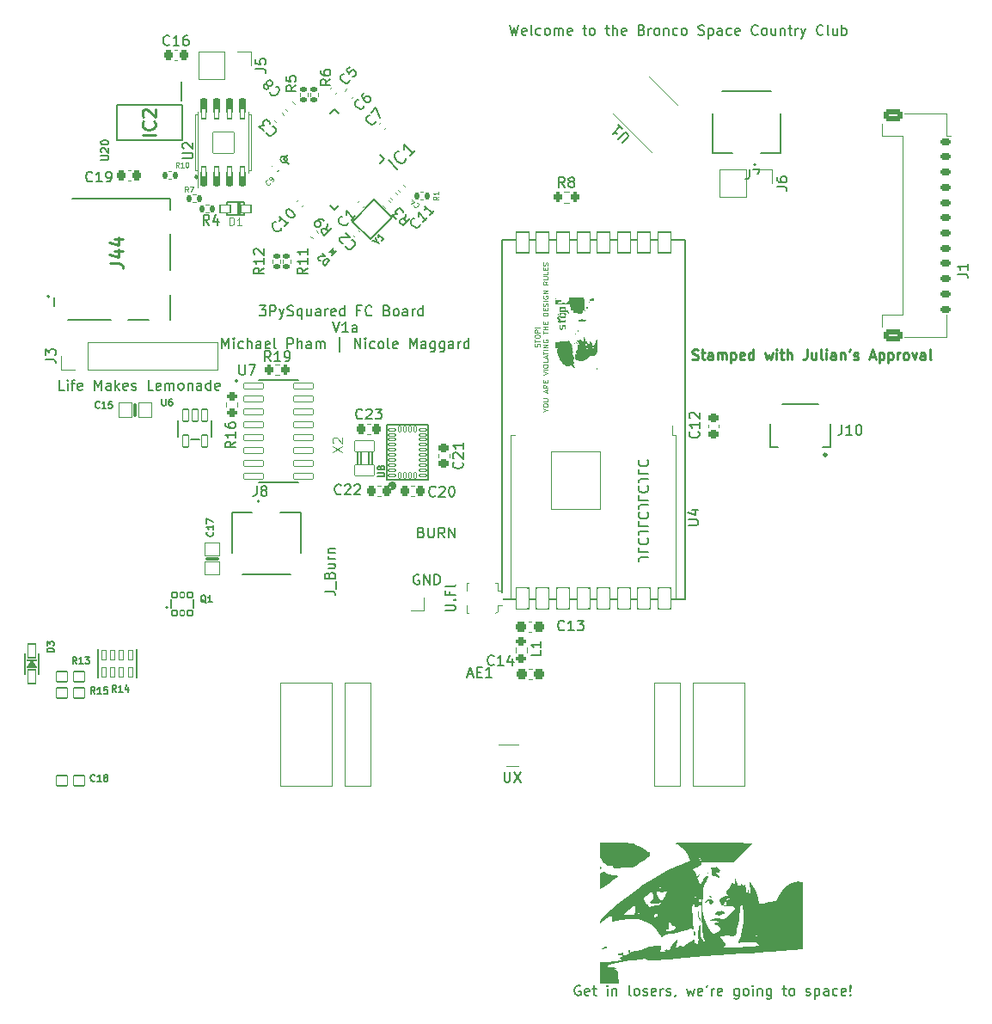
<source format=gbr>
%TF.GenerationSoftware,KiCad,Pcbnew,(6.0.7)*%
%TF.CreationDate,2023-03-27T22:24:20-07:00*%
%TF.ProjectId,FC_Board_v1,46435f42-6f61-4726-945f-76312e6b6963,rev?*%
%TF.SameCoordinates,Original*%
%TF.FileFunction,Legend,Top*%
%TF.FilePolarity,Positive*%
%FSLAX46Y46*%
G04 Gerber Fmt 4.6, Leading zero omitted, Abs format (unit mm)*
G04 Created by KiCad (PCBNEW (6.0.7)) date 2023-03-27 22:24:20*
%MOMM*%
%LPD*%
G01*
G04 APERTURE LIST*
G04 Aperture macros list*
%AMRoundRect*
0 Rectangle with rounded corners*
0 $1 Rounding radius*
0 $2 $3 $4 $5 $6 $7 $8 $9 X,Y pos of 4 corners*
0 Add a 4 corners polygon primitive as box body*
4,1,4,$2,$3,$4,$5,$6,$7,$8,$9,$2,$3,0*
0 Add four circle primitives for the rounded corners*
1,1,$1+$1,$2,$3*
1,1,$1+$1,$4,$5*
1,1,$1+$1,$6,$7*
1,1,$1+$1,$8,$9*
0 Add four rect primitives between the rounded corners*
20,1,$1+$1,$2,$3,$4,$5,0*
20,1,$1+$1,$4,$5,$6,$7,0*
20,1,$1+$1,$6,$7,$8,$9,0*
20,1,$1+$1,$8,$9,$2,$3,0*%
G04 Aperture macros list end*
%ADD10C,0.150000*%
%ADD11C,0.250000*%
%ADD12C,0.100000*%
%ADD13C,0.146304*%
%ADD14C,0.081280*%
%ADD15C,0.254000*%
%ADD16C,0.154432*%
%ADD17C,0.065024*%
%ADD18C,0.120000*%
%ADD19C,0.203200*%
%ADD20C,0.127000*%
%ADD21C,0.200000*%
%ADD22C,0.300000*%
%ADD23C,0.406400*%
%ADD24C,0.304800*%
%ADD25C,0.152400*%
%ADD26RoundRect,0.135000X0.226274X0.035355X0.035355X0.226274X-0.226274X-0.035355X-0.035355X-0.226274X0*%
%ADD27RoundRect,0.050800X-0.250000X-0.250000X0.250000X-0.250000X0.250000X0.250000X-0.250000X0.250000X0*%
%ADD28RoundRect,0.050800X-0.200000X-0.250000X0.200000X-0.250000X0.200000X0.250000X-0.200000X0.250000X0*%
%ADD29RoundRect,0.050800X-0.950000X0.550000X-0.950000X-0.550000X0.950000X-0.550000X0.950000X0.550000X0*%
%ADD30RoundRect,0.050800X0.950000X-0.550000X0.950000X0.550000X-0.950000X0.550000X-0.950000X-0.550000X0*%
%ADD31RoundRect,0.135000X-0.185000X0.135000X-0.185000X-0.135000X0.185000X-0.135000X0.185000X0.135000X0*%
%ADD32R,1.100000X0.850000*%
%ADD33R,1.100000X0.750000*%
%ADD34R,1.800000X1.170000*%
%ADD35R,1.350000X1.900000*%
%ADD36R,1.000000X1.200000*%
%ADD37R,1.350000X1.550000*%
%ADD38RoundRect,0.135000X0.185000X-0.135000X0.185000X0.135000X-0.185000X0.135000X-0.185000X-0.135000X0*%
%ADD39RoundRect,0.050800X0.000000X0.565685X-0.565685X0.000000X0.000000X-0.565685X0.565685X0.000000X0*%
%ADD40C,5.250000*%
%ADD41RoundRect,0.200000X0.200000X0.275000X-0.200000X0.275000X-0.200000X-0.275000X0.200000X-0.275000X0*%
%ADD42RoundRect,0.140000X0.021213X-0.219203X0.219203X-0.021213X-0.021213X0.219203X-0.219203X0.021213X0*%
%ADD43R,1.700000X1.700000*%
%ADD44O,1.700000X1.700000*%
%ADD45R,1.200000X1.800000*%
%ADD46R,0.600000X1.550000*%
%ADD47RoundRect,0.135000X-0.226274X-0.035355X-0.035355X-0.226274X0.226274X0.035355X0.035355X0.226274X0*%
%ADD48RoundRect,0.225000X0.225000X0.250000X-0.225000X0.250000X-0.225000X-0.250000X0.225000X-0.250000X0*%
%ADD49RoundRect,0.150000X0.150000X-0.650000X0.150000X0.650000X-0.150000X0.650000X-0.150000X-0.650000X0*%
%ADD50RoundRect,0.225000X-0.250000X0.225000X-0.250000X-0.225000X0.250000X-0.225000X0.250000X0.225000X0*%
%ADD51RoundRect,0.050800X0.337500X-0.125000X0.337500X0.125000X-0.337500X0.125000X-0.337500X-0.125000X0*%
%ADD52RoundRect,0.050800X0.125000X0.287500X-0.125000X0.287500X-0.125000X-0.287500X0.125000X-0.287500X0*%
%ADD53RoundRect,0.050800X0.650000X0.750000X-0.650000X0.750000X-0.650000X-0.750000X0.650000X-0.750000X0*%
%ADD54RoundRect,0.135000X-0.135000X-0.185000X0.135000X-0.185000X0.135000X0.185000X-0.135000X0.185000X0*%
%ADD55RoundRect,0.225000X0.017678X-0.335876X0.335876X-0.017678X-0.017678X0.335876X-0.335876X0.017678X0*%
%ADD56RoundRect,0.050800X0.275000X0.600000X-0.275000X0.600000X-0.275000X-0.600000X0.275000X-0.600000X0*%
%ADD57RoundRect,0.225000X0.335876X0.017678X0.017678X0.335876X-0.335876X-0.017678X-0.017678X-0.335876X0*%
%ADD58R,4.000000X11.000000*%
%ADD59R,4.000000X1.000000*%
%ADD60RoundRect,0.200000X0.275000X-0.200000X0.275000X0.200000X-0.275000X0.200000X-0.275000X-0.200000X0*%
%ADD61RoundRect,0.200000X-0.275000X0.200000X-0.275000X-0.200000X0.275000X-0.200000X0.275000X0.200000X0*%
%ADD62RoundRect,0.063500X-0.650000X1.000000X-0.650000X-1.000000X0.650000X-1.000000X0.650000X1.000000X0*%
%ADD63RoundRect,0.063500X-2.400000X2.849999X-2.400000X-2.849999X2.400000X-2.849999X2.400000X2.849999X0*%
%ADD64RoundRect,0.050800X-0.550000X-0.500000X0.550000X-0.500000X0.550000X0.500000X-0.550000X0.500000X0*%
%ADD65R,1.000000X1.000000*%
%ADD66R,2.200000X1.050000*%
%ADD67R,0.600000X1.000000*%
%ADD68R,1.250000X1.800000*%
%ADD69RoundRect,0.237500X-0.300000X-0.237500X0.300000X-0.237500X0.300000X0.237500X-0.300000X0.237500X0*%
%ADD70R,1.000000X2.000000*%
%ADD71RoundRect,0.063500X0.225000X-0.525000X0.225000X0.525000X-0.225000X0.525000X-0.225000X-0.525000X0*%
%ADD72RoundRect,0.063500X1.050000X1.050000X-1.050000X1.050000X-1.050000X-1.050000X1.050000X-1.050000X0*%
%ADD73RoundRect,0.042000X-0.943000X-0.258000X0.943000X-0.258000X0.943000X0.258000X-0.943000X0.258000X0*%
%ADD74RoundRect,0.225000X-0.225000X-0.250000X0.225000X-0.250000X0.225000X0.250000X-0.225000X0.250000X0*%
%ADD75RoundRect,0.135000X0.135000X0.185000X-0.135000X0.185000X-0.135000X-0.185000X0.135000X-0.185000X0*%
%ADD76RoundRect,0.050800X-0.500000X-0.400000X0.500000X-0.400000X0.500000X0.400000X-0.500000X0.400000X0*%
%ADD77RoundRect,0.140000X0.219203X0.021213X0.021213X0.219203X-0.219203X-0.021213X-0.021213X-0.219203X0*%
%ADD78RoundRect,0.140000X-0.021213X0.219203X-0.219203X0.021213X0.021213X-0.219203X0.219203X-0.021213X0*%
%ADD79RoundRect,0.050800X0.750000X-0.650000X0.750000X0.650000X-0.750000X0.650000X-0.750000X-0.650000X0*%
%ADD80RoundRect,0.050800X0.225000X0.450000X-0.225000X0.450000X-0.225000X-0.450000X0.225000X-0.450000X0*%
%ADD81RoundRect,0.150000X0.618718X-0.406586X-0.406586X0.618718X-0.618718X0.406586X0.406586X-0.618718X0*%
%ADD82RoundRect,0.050800X-0.400000X0.675000X-0.400000X-0.675000X0.400000X-0.675000X0.400000X0.675000X0*%
%ADD83RoundRect,0.200000X-0.200000X-0.275000X0.200000X-0.275000X0.200000X0.275000X-0.200000X0.275000X0*%
%ADD84RoundRect,0.140000X-0.219203X-0.021213X-0.021213X-0.219203X0.219203X0.021213X0.021213X0.219203X0*%
%ADD85RoundRect,0.050800X-0.053033X-0.583363X0.583363X0.053033X0.053033X0.583363X-0.583363X-0.053033X0*%
%ADD86RoundRect,0.150000X-0.350000X0.150000X-0.350000X-0.150000X0.350000X-0.150000X0.350000X0.150000X0*%
%ADD87RoundRect,0.250000X-0.650000X0.375000X-0.650000X-0.375000X0.650000X-0.375000X0.650000X0.375000X0*%
%ADD88R,1.000000X0.350000*%
%ADD89R,0.900000X1.850000*%
%ADD90R,3.200000X1.850000*%
%ADD91RoundRect,0.050800X0.238649X0.380070X-0.380070X-0.238649X-0.238649X-0.380070X0.380070X0.238649X0*%
%ADD92RoundRect,0.050800X-0.380070X0.238649X0.238649X-0.380070X0.380070X-0.238649X-0.238649X0.380070X0*%
%ADD93RoundRect,0.050800X-0.238649X-0.380070X0.380070X0.238649X0.238649X0.380070X-0.380070X-0.238649X0*%
%ADD94RoundRect,0.050800X0.380070X-0.238649X-0.238649X0.380070X-0.380070X0.238649X0.238649X-0.380070X0*%
%ADD95RoundRect,0.210800X0.000000X-2.036468X2.036468X0.000000X0.000000X2.036468X-2.036468X0.000000X0*%
%ADD96O,1.208000X2.416000*%
G04 APERTURE END LIST*
D10*
X173073180Y-159944400D02*
X172977942Y-159896780D01*
X172835085Y-159896780D01*
X172692228Y-159944400D01*
X172596990Y-160039638D01*
X172549371Y-160134876D01*
X172501752Y-160325352D01*
X172501752Y-160468209D01*
X172549371Y-160658685D01*
X172596990Y-160753923D01*
X172692228Y-160849161D01*
X172835085Y-160896780D01*
X172930323Y-160896780D01*
X173073180Y-160849161D01*
X173120800Y-160801542D01*
X173120800Y-160468209D01*
X172930323Y-160468209D01*
X173930323Y-160849161D02*
X173835085Y-160896780D01*
X173644609Y-160896780D01*
X173549371Y-160849161D01*
X173501752Y-160753923D01*
X173501752Y-160372971D01*
X173549371Y-160277733D01*
X173644609Y-160230114D01*
X173835085Y-160230114D01*
X173930323Y-160277733D01*
X173977942Y-160372971D01*
X173977942Y-160468209D01*
X173501752Y-160563447D01*
X174263657Y-160230114D02*
X174644609Y-160230114D01*
X174406514Y-159896780D02*
X174406514Y-160753923D01*
X174454133Y-160849161D01*
X174549371Y-160896780D01*
X174644609Y-160896780D01*
X175739847Y-160896780D02*
X175739847Y-160230114D01*
X175739847Y-159896780D02*
X175692228Y-159944400D01*
X175739847Y-159992019D01*
X175787466Y-159944400D01*
X175739847Y-159896780D01*
X175739847Y-159992019D01*
X176216038Y-160230114D02*
X176216038Y-160896780D01*
X176216038Y-160325352D02*
X176263657Y-160277733D01*
X176358895Y-160230114D01*
X176501752Y-160230114D01*
X176596990Y-160277733D01*
X176644609Y-160372971D01*
X176644609Y-160896780D01*
X178025561Y-160896780D02*
X177930323Y-160849161D01*
X177882704Y-160753923D01*
X177882704Y-159896780D01*
X178549371Y-160896780D02*
X178454133Y-160849161D01*
X178406514Y-160801542D01*
X178358895Y-160706304D01*
X178358895Y-160420590D01*
X178406514Y-160325352D01*
X178454133Y-160277733D01*
X178549371Y-160230114D01*
X178692228Y-160230114D01*
X178787466Y-160277733D01*
X178835085Y-160325352D01*
X178882704Y-160420590D01*
X178882704Y-160706304D01*
X178835085Y-160801542D01*
X178787466Y-160849161D01*
X178692228Y-160896780D01*
X178549371Y-160896780D01*
X179263657Y-160849161D02*
X179358895Y-160896780D01*
X179549371Y-160896780D01*
X179644609Y-160849161D01*
X179692228Y-160753923D01*
X179692228Y-160706304D01*
X179644609Y-160611066D01*
X179549371Y-160563447D01*
X179406514Y-160563447D01*
X179311276Y-160515828D01*
X179263657Y-160420590D01*
X179263657Y-160372971D01*
X179311276Y-160277733D01*
X179406514Y-160230114D01*
X179549371Y-160230114D01*
X179644609Y-160277733D01*
X180501752Y-160849161D02*
X180406514Y-160896780D01*
X180216038Y-160896780D01*
X180120800Y-160849161D01*
X180073180Y-160753923D01*
X180073180Y-160372971D01*
X180120800Y-160277733D01*
X180216038Y-160230114D01*
X180406514Y-160230114D01*
X180501752Y-160277733D01*
X180549371Y-160372971D01*
X180549371Y-160468209D01*
X180073180Y-160563447D01*
X180977942Y-160896780D02*
X180977942Y-160230114D01*
X180977942Y-160420590D02*
X181025561Y-160325352D01*
X181073180Y-160277733D01*
X181168419Y-160230114D01*
X181263657Y-160230114D01*
X181549371Y-160849161D02*
X181644609Y-160896780D01*
X181835085Y-160896780D01*
X181930323Y-160849161D01*
X181977942Y-160753923D01*
X181977942Y-160706304D01*
X181930323Y-160611066D01*
X181835085Y-160563447D01*
X181692228Y-160563447D01*
X181596990Y-160515828D01*
X181549371Y-160420590D01*
X181549371Y-160372971D01*
X181596990Y-160277733D01*
X181692228Y-160230114D01*
X181835085Y-160230114D01*
X181930323Y-160277733D01*
X182454133Y-160849161D02*
X182454133Y-160896780D01*
X182406514Y-160992019D01*
X182358895Y-161039638D01*
X183549371Y-160230114D02*
X183739847Y-160896780D01*
X183930323Y-160420590D01*
X184120800Y-160896780D01*
X184311276Y-160230114D01*
X185073180Y-160849161D02*
X184977942Y-160896780D01*
X184787466Y-160896780D01*
X184692228Y-160849161D01*
X184644609Y-160753923D01*
X184644609Y-160372971D01*
X184692228Y-160277733D01*
X184787466Y-160230114D01*
X184977942Y-160230114D01*
X185073180Y-160277733D01*
X185120800Y-160372971D01*
X185120800Y-160468209D01*
X184644609Y-160563447D01*
X185596990Y-159896780D02*
X185501752Y-160087257D01*
X186025561Y-160896780D02*
X186025561Y-160230114D01*
X186025561Y-160420590D02*
X186073180Y-160325352D01*
X186120800Y-160277733D01*
X186216038Y-160230114D01*
X186311276Y-160230114D01*
X187025561Y-160849161D02*
X186930323Y-160896780D01*
X186739847Y-160896780D01*
X186644609Y-160849161D01*
X186596990Y-160753923D01*
X186596990Y-160372971D01*
X186644609Y-160277733D01*
X186739847Y-160230114D01*
X186930323Y-160230114D01*
X187025561Y-160277733D01*
X187073180Y-160372971D01*
X187073180Y-160468209D01*
X186596990Y-160563447D01*
X188692228Y-160230114D02*
X188692228Y-161039638D01*
X188644609Y-161134876D01*
X188596990Y-161182495D01*
X188501752Y-161230114D01*
X188358895Y-161230114D01*
X188263657Y-161182495D01*
X188692228Y-160849161D02*
X188596990Y-160896780D01*
X188406514Y-160896780D01*
X188311276Y-160849161D01*
X188263657Y-160801542D01*
X188216038Y-160706304D01*
X188216038Y-160420590D01*
X188263657Y-160325352D01*
X188311276Y-160277733D01*
X188406514Y-160230114D01*
X188596990Y-160230114D01*
X188692228Y-160277733D01*
X189311276Y-160896780D02*
X189216038Y-160849161D01*
X189168419Y-160801542D01*
X189120800Y-160706304D01*
X189120800Y-160420590D01*
X189168419Y-160325352D01*
X189216038Y-160277733D01*
X189311276Y-160230114D01*
X189454133Y-160230114D01*
X189549371Y-160277733D01*
X189596990Y-160325352D01*
X189644609Y-160420590D01*
X189644609Y-160706304D01*
X189596990Y-160801542D01*
X189549371Y-160849161D01*
X189454133Y-160896780D01*
X189311276Y-160896780D01*
X190073180Y-160896780D02*
X190073180Y-160230114D01*
X190073180Y-159896780D02*
X190025561Y-159944400D01*
X190073180Y-159992019D01*
X190120800Y-159944400D01*
X190073180Y-159896780D01*
X190073180Y-159992019D01*
X190549371Y-160230114D02*
X190549371Y-160896780D01*
X190549371Y-160325352D02*
X190596990Y-160277733D01*
X190692228Y-160230114D01*
X190835085Y-160230114D01*
X190930323Y-160277733D01*
X190977942Y-160372971D01*
X190977942Y-160896780D01*
X191882704Y-160230114D02*
X191882704Y-161039638D01*
X191835085Y-161134876D01*
X191787466Y-161182495D01*
X191692228Y-161230114D01*
X191549371Y-161230114D01*
X191454133Y-161182495D01*
X191882704Y-160849161D02*
X191787466Y-160896780D01*
X191596990Y-160896780D01*
X191501752Y-160849161D01*
X191454133Y-160801542D01*
X191406514Y-160706304D01*
X191406514Y-160420590D01*
X191454133Y-160325352D01*
X191501752Y-160277733D01*
X191596990Y-160230114D01*
X191787466Y-160230114D01*
X191882704Y-160277733D01*
X192977942Y-160230114D02*
X193358895Y-160230114D01*
X193120799Y-159896780D02*
X193120799Y-160753923D01*
X193168419Y-160849161D01*
X193263657Y-160896780D01*
X193358895Y-160896780D01*
X193835085Y-160896780D02*
X193739847Y-160849161D01*
X193692228Y-160801542D01*
X193644609Y-160706304D01*
X193644609Y-160420590D01*
X193692228Y-160325352D01*
X193739847Y-160277733D01*
X193835085Y-160230114D01*
X193977942Y-160230114D01*
X194073180Y-160277733D01*
X194120799Y-160325352D01*
X194168419Y-160420590D01*
X194168419Y-160706304D01*
X194120799Y-160801542D01*
X194073180Y-160849161D01*
X193977942Y-160896780D01*
X193835085Y-160896780D01*
X195311276Y-160849161D02*
X195406514Y-160896780D01*
X195596990Y-160896780D01*
X195692228Y-160849161D01*
X195739847Y-160753923D01*
X195739847Y-160706304D01*
X195692228Y-160611066D01*
X195596990Y-160563447D01*
X195454133Y-160563447D01*
X195358895Y-160515828D01*
X195311276Y-160420590D01*
X195311276Y-160372971D01*
X195358895Y-160277733D01*
X195454133Y-160230114D01*
X195596990Y-160230114D01*
X195692228Y-160277733D01*
X196168419Y-160230114D02*
X196168419Y-161230114D01*
X196168419Y-160277733D02*
X196263657Y-160230114D01*
X196454133Y-160230114D01*
X196549371Y-160277733D01*
X196596990Y-160325352D01*
X196644609Y-160420590D01*
X196644609Y-160706304D01*
X196596990Y-160801542D01*
X196549371Y-160849161D01*
X196454133Y-160896780D01*
X196263657Y-160896780D01*
X196168419Y-160849161D01*
X197501752Y-160896780D02*
X197501752Y-160372971D01*
X197454133Y-160277733D01*
X197358895Y-160230114D01*
X197168419Y-160230114D01*
X197073180Y-160277733D01*
X197501752Y-160849161D02*
X197406514Y-160896780D01*
X197168419Y-160896780D01*
X197073180Y-160849161D01*
X197025561Y-160753923D01*
X197025561Y-160658685D01*
X197073180Y-160563447D01*
X197168419Y-160515828D01*
X197406514Y-160515828D01*
X197501752Y-160468209D01*
X198406514Y-160849161D02*
X198311276Y-160896780D01*
X198120799Y-160896780D01*
X198025561Y-160849161D01*
X197977942Y-160801542D01*
X197930323Y-160706304D01*
X197930323Y-160420590D01*
X197977942Y-160325352D01*
X198025561Y-160277733D01*
X198120799Y-160230114D01*
X198311276Y-160230114D01*
X198406514Y-160277733D01*
X199216038Y-160849161D02*
X199120799Y-160896780D01*
X198930323Y-160896780D01*
X198835085Y-160849161D01*
X198787466Y-160753923D01*
X198787466Y-160372971D01*
X198835085Y-160277733D01*
X198930323Y-160230114D01*
X199120799Y-160230114D01*
X199216038Y-160277733D01*
X199263657Y-160372971D01*
X199263657Y-160468209D01*
X198787466Y-160563447D01*
X199692228Y-160801542D02*
X199739847Y-160849161D01*
X199692228Y-160896780D01*
X199644609Y-160849161D01*
X199692228Y-160801542D01*
X199692228Y-160896780D01*
X199692228Y-160515828D02*
X199644609Y-159944400D01*
X199692228Y-159896780D01*
X199739847Y-159944400D01*
X199692228Y-160515828D01*
X199692228Y-159896780D01*
X166126752Y-65321780D02*
X166364847Y-66321780D01*
X166555323Y-65607495D01*
X166745800Y-66321780D01*
X166983895Y-65321780D01*
X167745800Y-66274161D02*
X167650561Y-66321780D01*
X167460085Y-66321780D01*
X167364847Y-66274161D01*
X167317228Y-66178923D01*
X167317228Y-65797971D01*
X167364847Y-65702733D01*
X167460085Y-65655114D01*
X167650561Y-65655114D01*
X167745800Y-65702733D01*
X167793419Y-65797971D01*
X167793419Y-65893209D01*
X167317228Y-65988447D01*
X168364847Y-66321780D02*
X168269609Y-66274161D01*
X168221990Y-66178923D01*
X168221990Y-65321780D01*
X169174371Y-66274161D02*
X169079133Y-66321780D01*
X168888657Y-66321780D01*
X168793419Y-66274161D01*
X168745800Y-66226542D01*
X168698180Y-66131304D01*
X168698180Y-65845590D01*
X168745800Y-65750352D01*
X168793419Y-65702733D01*
X168888657Y-65655114D01*
X169079133Y-65655114D01*
X169174371Y-65702733D01*
X169745800Y-66321780D02*
X169650561Y-66274161D01*
X169602942Y-66226542D01*
X169555323Y-66131304D01*
X169555323Y-65845590D01*
X169602942Y-65750352D01*
X169650561Y-65702733D01*
X169745800Y-65655114D01*
X169888657Y-65655114D01*
X169983895Y-65702733D01*
X170031514Y-65750352D01*
X170079133Y-65845590D01*
X170079133Y-66131304D01*
X170031514Y-66226542D01*
X169983895Y-66274161D01*
X169888657Y-66321780D01*
X169745800Y-66321780D01*
X170507704Y-66321780D02*
X170507704Y-65655114D01*
X170507704Y-65750352D02*
X170555323Y-65702733D01*
X170650561Y-65655114D01*
X170793419Y-65655114D01*
X170888657Y-65702733D01*
X170936276Y-65797971D01*
X170936276Y-66321780D01*
X170936276Y-65797971D02*
X170983895Y-65702733D01*
X171079133Y-65655114D01*
X171221990Y-65655114D01*
X171317228Y-65702733D01*
X171364847Y-65797971D01*
X171364847Y-66321780D01*
X172221990Y-66274161D02*
X172126752Y-66321780D01*
X171936276Y-66321780D01*
X171841038Y-66274161D01*
X171793419Y-66178923D01*
X171793419Y-65797971D01*
X171841038Y-65702733D01*
X171936276Y-65655114D01*
X172126752Y-65655114D01*
X172221990Y-65702733D01*
X172269609Y-65797971D01*
X172269609Y-65893209D01*
X171793419Y-65988447D01*
X173317228Y-65655114D02*
X173698180Y-65655114D01*
X173460085Y-65321780D02*
X173460085Y-66178923D01*
X173507704Y-66274161D01*
X173602942Y-66321780D01*
X173698180Y-66321780D01*
X174174371Y-66321780D02*
X174079133Y-66274161D01*
X174031514Y-66226542D01*
X173983895Y-66131304D01*
X173983895Y-65845590D01*
X174031514Y-65750352D01*
X174079133Y-65702733D01*
X174174371Y-65655114D01*
X174317228Y-65655114D01*
X174412466Y-65702733D01*
X174460085Y-65750352D01*
X174507704Y-65845590D01*
X174507704Y-66131304D01*
X174460085Y-66226542D01*
X174412466Y-66274161D01*
X174317228Y-66321780D01*
X174174371Y-66321780D01*
X175555323Y-65655114D02*
X175936276Y-65655114D01*
X175698180Y-65321780D02*
X175698180Y-66178923D01*
X175745800Y-66274161D01*
X175841038Y-66321780D01*
X175936276Y-66321780D01*
X176269609Y-66321780D02*
X176269609Y-65321780D01*
X176698180Y-66321780D02*
X176698180Y-65797971D01*
X176650561Y-65702733D01*
X176555323Y-65655114D01*
X176412466Y-65655114D01*
X176317228Y-65702733D01*
X176269609Y-65750352D01*
X177555323Y-66274161D02*
X177460085Y-66321780D01*
X177269609Y-66321780D01*
X177174371Y-66274161D01*
X177126752Y-66178923D01*
X177126752Y-65797971D01*
X177174371Y-65702733D01*
X177269609Y-65655114D01*
X177460085Y-65655114D01*
X177555323Y-65702733D01*
X177602942Y-65797971D01*
X177602942Y-65893209D01*
X177126752Y-65988447D01*
X179126752Y-65797971D02*
X179269609Y-65845590D01*
X179317228Y-65893209D01*
X179364847Y-65988447D01*
X179364847Y-66131304D01*
X179317228Y-66226542D01*
X179269609Y-66274161D01*
X179174371Y-66321780D01*
X178793419Y-66321780D01*
X178793419Y-65321780D01*
X179126752Y-65321780D01*
X179221990Y-65369400D01*
X179269609Y-65417019D01*
X179317228Y-65512257D01*
X179317228Y-65607495D01*
X179269609Y-65702733D01*
X179221990Y-65750352D01*
X179126752Y-65797971D01*
X178793419Y-65797971D01*
X179793419Y-66321780D02*
X179793419Y-65655114D01*
X179793419Y-65845590D02*
X179841038Y-65750352D01*
X179888657Y-65702733D01*
X179983895Y-65655114D01*
X180079133Y-65655114D01*
X180555323Y-66321780D02*
X180460085Y-66274161D01*
X180412466Y-66226542D01*
X180364847Y-66131304D01*
X180364847Y-65845590D01*
X180412466Y-65750352D01*
X180460085Y-65702733D01*
X180555323Y-65655114D01*
X180698180Y-65655114D01*
X180793419Y-65702733D01*
X180841038Y-65750352D01*
X180888657Y-65845590D01*
X180888657Y-66131304D01*
X180841038Y-66226542D01*
X180793419Y-66274161D01*
X180698180Y-66321780D01*
X180555323Y-66321780D01*
X181317228Y-65655114D02*
X181317228Y-66321780D01*
X181317228Y-65750352D02*
X181364847Y-65702733D01*
X181460085Y-65655114D01*
X181602942Y-65655114D01*
X181698180Y-65702733D01*
X181745799Y-65797971D01*
X181745799Y-66321780D01*
X182650561Y-66274161D02*
X182555323Y-66321780D01*
X182364847Y-66321780D01*
X182269609Y-66274161D01*
X182221990Y-66226542D01*
X182174371Y-66131304D01*
X182174371Y-65845590D01*
X182221990Y-65750352D01*
X182269609Y-65702733D01*
X182364847Y-65655114D01*
X182555323Y-65655114D01*
X182650561Y-65702733D01*
X183221990Y-66321780D02*
X183126752Y-66274161D01*
X183079133Y-66226542D01*
X183031514Y-66131304D01*
X183031514Y-65845590D01*
X183079133Y-65750352D01*
X183126752Y-65702733D01*
X183221990Y-65655114D01*
X183364847Y-65655114D01*
X183460085Y-65702733D01*
X183507704Y-65750352D01*
X183555323Y-65845590D01*
X183555323Y-66131304D01*
X183507704Y-66226542D01*
X183460085Y-66274161D01*
X183364847Y-66321780D01*
X183221990Y-66321780D01*
X184698180Y-66274161D02*
X184841038Y-66321780D01*
X185079133Y-66321780D01*
X185174371Y-66274161D01*
X185221990Y-66226542D01*
X185269609Y-66131304D01*
X185269609Y-66036066D01*
X185221990Y-65940828D01*
X185174371Y-65893209D01*
X185079133Y-65845590D01*
X184888657Y-65797971D01*
X184793419Y-65750352D01*
X184745799Y-65702733D01*
X184698180Y-65607495D01*
X184698180Y-65512257D01*
X184745799Y-65417019D01*
X184793419Y-65369400D01*
X184888657Y-65321780D01*
X185126752Y-65321780D01*
X185269609Y-65369400D01*
X185698180Y-65655114D02*
X185698180Y-66655114D01*
X185698180Y-65702733D02*
X185793419Y-65655114D01*
X185983895Y-65655114D01*
X186079133Y-65702733D01*
X186126752Y-65750352D01*
X186174371Y-65845590D01*
X186174371Y-66131304D01*
X186126752Y-66226542D01*
X186079133Y-66274161D01*
X185983895Y-66321780D01*
X185793419Y-66321780D01*
X185698180Y-66274161D01*
X187031514Y-66321780D02*
X187031514Y-65797971D01*
X186983895Y-65702733D01*
X186888657Y-65655114D01*
X186698180Y-65655114D01*
X186602942Y-65702733D01*
X187031514Y-66274161D02*
X186936276Y-66321780D01*
X186698180Y-66321780D01*
X186602942Y-66274161D01*
X186555323Y-66178923D01*
X186555323Y-66083685D01*
X186602942Y-65988447D01*
X186698180Y-65940828D01*
X186936276Y-65940828D01*
X187031514Y-65893209D01*
X187936276Y-66274161D02*
X187841038Y-66321780D01*
X187650561Y-66321780D01*
X187555323Y-66274161D01*
X187507704Y-66226542D01*
X187460085Y-66131304D01*
X187460085Y-65845590D01*
X187507704Y-65750352D01*
X187555323Y-65702733D01*
X187650561Y-65655114D01*
X187841038Y-65655114D01*
X187936276Y-65702733D01*
X188745799Y-66274161D02*
X188650561Y-66321780D01*
X188460085Y-66321780D01*
X188364847Y-66274161D01*
X188317228Y-66178923D01*
X188317228Y-65797971D01*
X188364847Y-65702733D01*
X188460085Y-65655114D01*
X188650561Y-65655114D01*
X188745799Y-65702733D01*
X188793419Y-65797971D01*
X188793419Y-65893209D01*
X188317228Y-65988447D01*
X190555323Y-66226542D02*
X190507704Y-66274161D01*
X190364847Y-66321780D01*
X190269609Y-66321780D01*
X190126752Y-66274161D01*
X190031514Y-66178923D01*
X189983895Y-66083685D01*
X189936276Y-65893209D01*
X189936276Y-65750352D01*
X189983895Y-65559876D01*
X190031514Y-65464638D01*
X190126752Y-65369400D01*
X190269609Y-65321780D01*
X190364847Y-65321780D01*
X190507704Y-65369400D01*
X190555323Y-65417019D01*
X191126752Y-66321780D02*
X191031514Y-66274161D01*
X190983895Y-66226542D01*
X190936276Y-66131304D01*
X190936276Y-65845590D01*
X190983895Y-65750352D01*
X191031514Y-65702733D01*
X191126752Y-65655114D01*
X191269609Y-65655114D01*
X191364847Y-65702733D01*
X191412466Y-65750352D01*
X191460085Y-65845590D01*
X191460085Y-66131304D01*
X191412466Y-66226542D01*
X191364847Y-66274161D01*
X191269609Y-66321780D01*
X191126752Y-66321780D01*
X192317228Y-65655114D02*
X192317228Y-66321780D01*
X191888657Y-65655114D02*
X191888657Y-66178923D01*
X191936276Y-66274161D01*
X192031514Y-66321780D01*
X192174371Y-66321780D01*
X192269609Y-66274161D01*
X192317228Y-66226542D01*
X192793419Y-65655114D02*
X192793419Y-66321780D01*
X192793419Y-65750352D02*
X192841038Y-65702733D01*
X192936276Y-65655114D01*
X193079133Y-65655114D01*
X193174371Y-65702733D01*
X193221990Y-65797971D01*
X193221990Y-66321780D01*
X193555323Y-65655114D02*
X193936276Y-65655114D01*
X193698180Y-65321780D02*
X193698180Y-66178923D01*
X193745799Y-66274161D01*
X193841038Y-66321780D01*
X193936276Y-66321780D01*
X194269609Y-66321780D02*
X194269609Y-65655114D01*
X194269609Y-65845590D02*
X194317228Y-65750352D01*
X194364847Y-65702733D01*
X194460085Y-65655114D01*
X194555323Y-65655114D01*
X194793419Y-65655114D02*
X195031514Y-66321780D01*
X195269609Y-65655114D02*
X195031514Y-66321780D01*
X194936276Y-66559876D01*
X194888657Y-66607495D01*
X194793419Y-66655114D01*
X196983895Y-66226542D02*
X196936276Y-66274161D01*
X196793419Y-66321780D01*
X196698180Y-66321780D01*
X196555323Y-66274161D01*
X196460085Y-66178923D01*
X196412466Y-66083685D01*
X196364847Y-65893209D01*
X196364847Y-65750352D01*
X196412466Y-65559876D01*
X196460085Y-65464638D01*
X196555323Y-65369400D01*
X196698180Y-65321780D01*
X196793419Y-65321780D01*
X196936276Y-65369400D01*
X196983895Y-65417019D01*
X197555323Y-66321780D02*
X197460085Y-66274161D01*
X197412466Y-66178923D01*
X197412466Y-65321780D01*
X198364847Y-65655114D02*
X198364847Y-66321780D01*
X197936276Y-65655114D02*
X197936276Y-66178923D01*
X197983895Y-66274161D01*
X198079133Y-66321780D01*
X198221990Y-66321780D01*
X198317228Y-66274161D01*
X198364847Y-66226542D01*
X198841038Y-66321780D02*
X198841038Y-65321780D01*
X198841038Y-65702733D02*
X198936276Y-65655114D01*
X199126752Y-65655114D01*
X199221990Y-65702733D01*
X199269609Y-65750352D01*
X199317228Y-65845590D01*
X199317228Y-66131304D01*
X199269609Y-66226542D01*
X199221990Y-66274161D01*
X199126752Y-66321780D01*
X198936276Y-66321780D01*
X198841038Y-66274161D01*
X122241038Y-101271780D02*
X121764847Y-101271780D01*
X121764847Y-100271780D01*
X122574371Y-101271780D02*
X122574371Y-100605114D01*
X122574371Y-100271780D02*
X122526752Y-100319400D01*
X122574371Y-100367019D01*
X122621990Y-100319400D01*
X122574371Y-100271780D01*
X122574371Y-100367019D01*
X122907704Y-100605114D02*
X123288657Y-100605114D01*
X123050561Y-101271780D02*
X123050561Y-100414638D01*
X123098180Y-100319400D01*
X123193419Y-100271780D01*
X123288657Y-100271780D01*
X124002942Y-101224161D02*
X123907704Y-101271780D01*
X123717228Y-101271780D01*
X123621990Y-101224161D01*
X123574371Y-101128923D01*
X123574371Y-100747971D01*
X123621990Y-100652733D01*
X123717228Y-100605114D01*
X123907704Y-100605114D01*
X124002942Y-100652733D01*
X124050561Y-100747971D01*
X124050561Y-100843209D01*
X123574371Y-100938447D01*
X125241038Y-101271780D02*
X125241038Y-100271780D01*
X125574371Y-100986066D01*
X125907704Y-100271780D01*
X125907704Y-101271780D01*
X126812466Y-101271780D02*
X126812466Y-100747971D01*
X126764847Y-100652733D01*
X126669609Y-100605114D01*
X126479133Y-100605114D01*
X126383895Y-100652733D01*
X126812466Y-101224161D02*
X126717228Y-101271780D01*
X126479133Y-101271780D01*
X126383895Y-101224161D01*
X126336276Y-101128923D01*
X126336276Y-101033685D01*
X126383895Y-100938447D01*
X126479133Y-100890828D01*
X126717228Y-100890828D01*
X126812466Y-100843209D01*
X127288657Y-101271780D02*
X127288657Y-100271780D01*
X127383895Y-100890828D02*
X127669609Y-101271780D01*
X127669609Y-100605114D02*
X127288657Y-100986066D01*
X128479133Y-101224161D02*
X128383895Y-101271780D01*
X128193419Y-101271780D01*
X128098180Y-101224161D01*
X128050561Y-101128923D01*
X128050561Y-100747971D01*
X128098180Y-100652733D01*
X128193419Y-100605114D01*
X128383895Y-100605114D01*
X128479133Y-100652733D01*
X128526752Y-100747971D01*
X128526752Y-100843209D01*
X128050561Y-100938447D01*
X128907704Y-101224161D02*
X129002942Y-101271780D01*
X129193419Y-101271780D01*
X129288657Y-101224161D01*
X129336276Y-101128923D01*
X129336276Y-101081304D01*
X129288657Y-100986066D01*
X129193419Y-100938447D01*
X129050561Y-100938447D01*
X128955323Y-100890828D01*
X128907704Y-100795590D01*
X128907704Y-100747971D01*
X128955323Y-100652733D01*
X129050561Y-100605114D01*
X129193419Y-100605114D01*
X129288657Y-100652733D01*
X131002942Y-101271780D02*
X130526752Y-101271780D01*
X130526752Y-100271780D01*
X131717228Y-101224161D02*
X131621990Y-101271780D01*
X131431514Y-101271780D01*
X131336276Y-101224161D01*
X131288657Y-101128923D01*
X131288657Y-100747971D01*
X131336276Y-100652733D01*
X131431514Y-100605114D01*
X131621990Y-100605114D01*
X131717228Y-100652733D01*
X131764847Y-100747971D01*
X131764847Y-100843209D01*
X131288657Y-100938447D01*
X132193419Y-101271780D02*
X132193419Y-100605114D01*
X132193419Y-100700352D02*
X132241038Y-100652733D01*
X132336276Y-100605114D01*
X132479133Y-100605114D01*
X132574371Y-100652733D01*
X132621990Y-100747971D01*
X132621990Y-101271780D01*
X132621990Y-100747971D02*
X132669609Y-100652733D01*
X132764847Y-100605114D01*
X132907704Y-100605114D01*
X133002942Y-100652733D01*
X133050561Y-100747971D01*
X133050561Y-101271780D01*
X133669609Y-101271780D02*
X133574371Y-101224161D01*
X133526752Y-101176542D01*
X133479133Y-101081304D01*
X133479133Y-100795590D01*
X133526752Y-100700352D01*
X133574371Y-100652733D01*
X133669609Y-100605114D01*
X133812466Y-100605114D01*
X133907704Y-100652733D01*
X133955323Y-100700352D01*
X134002942Y-100795590D01*
X134002942Y-101081304D01*
X133955323Y-101176542D01*
X133907704Y-101224161D01*
X133812466Y-101271780D01*
X133669609Y-101271780D01*
X134431514Y-100605114D02*
X134431514Y-101271780D01*
X134431514Y-100700352D02*
X134479133Y-100652733D01*
X134574371Y-100605114D01*
X134717228Y-100605114D01*
X134812466Y-100652733D01*
X134860085Y-100747971D01*
X134860085Y-101271780D01*
X135764847Y-101271780D02*
X135764847Y-100747971D01*
X135717228Y-100652733D01*
X135621990Y-100605114D01*
X135431514Y-100605114D01*
X135336276Y-100652733D01*
X135764847Y-101224161D02*
X135669609Y-101271780D01*
X135431514Y-101271780D01*
X135336276Y-101224161D01*
X135288657Y-101128923D01*
X135288657Y-101033685D01*
X135336276Y-100938447D01*
X135431514Y-100890828D01*
X135669609Y-100890828D01*
X135764847Y-100843209D01*
X136669609Y-101271780D02*
X136669609Y-100271780D01*
X136669609Y-101224161D02*
X136574371Y-101271780D01*
X136383895Y-101271780D01*
X136288657Y-101224161D01*
X136241038Y-101176542D01*
X136193419Y-101081304D01*
X136193419Y-100795590D01*
X136241038Y-100700352D01*
X136288657Y-100652733D01*
X136383895Y-100605114D01*
X136574371Y-100605114D01*
X136669609Y-100652733D01*
X137526752Y-101224161D02*
X137431514Y-101271780D01*
X137241038Y-101271780D01*
X137145800Y-101224161D01*
X137098180Y-101128923D01*
X137098180Y-100747971D01*
X137145800Y-100652733D01*
X137241038Y-100605114D01*
X137431514Y-100605114D01*
X137526752Y-100652733D01*
X137574371Y-100747971D01*
X137574371Y-100843209D01*
X137098180Y-100938447D01*
X179793419Y-117738447D02*
X179079133Y-117738447D01*
X178936276Y-117786066D01*
X178841038Y-117881304D01*
X178793419Y-118024161D01*
X178793419Y-118119400D01*
X178793419Y-116786066D02*
X178793419Y-117262257D01*
X179793419Y-117262257D01*
X178888657Y-115881304D02*
X178841038Y-115928923D01*
X178793419Y-116071780D01*
X178793419Y-116167019D01*
X178841038Y-116309876D01*
X178936276Y-116405114D01*
X179031514Y-116452733D01*
X179221990Y-116500352D01*
X179364847Y-116500352D01*
X179555323Y-116452733D01*
X179650561Y-116405114D01*
X179745800Y-116309876D01*
X179793419Y-116167019D01*
X179793419Y-116071780D01*
X179745800Y-115928923D01*
X179698180Y-115881304D01*
X179793419Y-115167019D02*
X179079133Y-115167019D01*
X178936276Y-115214638D01*
X178841038Y-115309876D01*
X178793419Y-115452733D01*
X178793419Y-115547971D01*
X178793419Y-114214638D02*
X178793419Y-114690828D01*
X179793419Y-114690828D01*
X178888657Y-113309876D02*
X178841038Y-113357495D01*
X178793419Y-113500352D01*
X178793419Y-113595590D01*
X178841038Y-113738447D01*
X178936276Y-113833685D01*
X179031514Y-113881304D01*
X179221990Y-113928923D01*
X179364847Y-113928923D01*
X179555323Y-113881304D01*
X179650561Y-113833685D01*
X179745800Y-113738447D01*
X179793419Y-113595590D01*
X179793419Y-113500352D01*
X179745800Y-113357495D01*
X179698180Y-113309876D01*
X179793419Y-112595590D02*
X179079133Y-112595590D01*
X178936276Y-112643209D01*
X178841038Y-112738447D01*
X178793419Y-112881304D01*
X178793419Y-112976542D01*
X178793419Y-111643209D02*
X178793419Y-112119400D01*
X179793419Y-112119400D01*
X178888657Y-110738447D02*
X178841038Y-110786066D01*
X178793419Y-110928923D01*
X178793419Y-111024161D01*
X178841038Y-111167019D01*
X178936276Y-111262257D01*
X179031514Y-111309876D01*
X179221990Y-111357495D01*
X179364847Y-111357495D01*
X179555323Y-111309876D01*
X179650561Y-111262257D01*
X179745800Y-111167019D01*
X179793419Y-111024161D01*
X179793419Y-110928923D01*
X179745800Y-110786066D01*
X179698180Y-110738447D01*
X179793419Y-110024161D02*
X179079133Y-110024161D01*
X178936276Y-110071780D01*
X178841038Y-110167019D01*
X178793419Y-110309876D01*
X178793419Y-110405114D01*
X178793419Y-109071780D02*
X178793419Y-109547971D01*
X179793419Y-109547971D01*
X178888657Y-108167019D02*
X178841038Y-108214638D01*
X178793419Y-108357495D01*
X178793419Y-108452733D01*
X178841038Y-108595590D01*
X178936276Y-108690828D01*
X179031514Y-108738447D01*
X179221990Y-108786066D01*
X179364847Y-108786066D01*
X179555323Y-108738447D01*
X179650561Y-108690828D01*
X179745800Y-108595590D01*
X179793419Y-108452733D01*
X179793419Y-108357495D01*
X179745800Y-108214638D01*
X179698180Y-108167019D01*
D11*
X184107704Y-98224161D02*
X184250561Y-98271780D01*
X184488657Y-98271780D01*
X184583895Y-98224161D01*
X184631514Y-98176542D01*
X184679133Y-98081304D01*
X184679133Y-97986066D01*
X184631514Y-97890828D01*
X184583895Y-97843209D01*
X184488657Y-97795590D01*
X184298180Y-97747971D01*
X184202942Y-97700352D01*
X184155323Y-97652733D01*
X184107704Y-97557495D01*
X184107704Y-97462257D01*
X184155323Y-97367019D01*
X184202942Y-97319400D01*
X184298180Y-97271780D01*
X184536276Y-97271780D01*
X184679133Y-97319400D01*
X184964847Y-97605114D02*
X185345800Y-97605114D01*
X185107704Y-97271780D02*
X185107704Y-98128923D01*
X185155323Y-98224161D01*
X185250561Y-98271780D01*
X185345800Y-98271780D01*
X186107704Y-98271780D02*
X186107704Y-97747971D01*
X186060085Y-97652733D01*
X185964847Y-97605114D01*
X185774371Y-97605114D01*
X185679133Y-97652733D01*
X186107704Y-98224161D02*
X186012466Y-98271780D01*
X185774371Y-98271780D01*
X185679133Y-98224161D01*
X185631514Y-98128923D01*
X185631514Y-98033685D01*
X185679133Y-97938447D01*
X185774371Y-97890828D01*
X186012466Y-97890828D01*
X186107704Y-97843209D01*
X186583895Y-98271780D02*
X186583895Y-97605114D01*
X186583895Y-97700352D02*
X186631514Y-97652733D01*
X186726752Y-97605114D01*
X186869609Y-97605114D01*
X186964847Y-97652733D01*
X187012466Y-97747971D01*
X187012466Y-98271780D01*
X187012466Y-97747971D02*
X187060085Y-97652733D01*
X187155323Y-97605114D01*
X187298180Y-97605114D01*
X187393419Y-97652733D01*
X187441038Y-97747971D01*
X187441038Y-98271780D01*
X187917228Y-97605114D02*
X187917228Y-98605114D01*
X187917228Y-97652733D02*
X188012466Y-97605114D01*
X188202942Y-97605114D01*
X188298180Y-97652733D01*
X188345800Y-97700352D01*
X188393419Y-97795590D01*
X188393419Y-98081304D01*
X188345800Y-98176542D01*
X188298180Y-98224161D01*
X188202942Y-98271780D01*
X188012466Y-98271780D01*
X187917228Y-98224161D01*
X189202942Y-98224161D02*
X189107704Y-98271780D01*
X188917228Y-98271780D01*
X188821990Y-98224161D01*
X188774371Y-98128923D01*
X188774371Y-97747971D01*
X188821990Y-97652733D01*
X188917228Y-97605114D01*
X189107704Y-97605114D01*
X189202942Y-97652733D01*
X189250561Y-97747971D01*
X189250561Y-97843209D01*
X188774371Y-97938447D01*
X190107704Y-98271780D02*
X190107704Y-97271780D01*
X190107704Y-98224161D02*
X190012466Y-98271780D01*
X189821990Y-98271780D01*
X189726752Y-98224161D01*
X189679133Y-98176542D01*
X189631514Y-98081304D01*
X189631514Y-97795590D01*
X189679133Y-97700352D01*
X189726752Y-97652733D01*
X189821990Y-97605114D01*
X190012466Y-97605114D01*
X190107704Y-97652733D01*
X191250561Y-97605114D02*
X191441038Y-98271780D01*
X191631514Y-97795590D01*
X191821990Y-98271780D01*
X192012466Y-97605114D01*
X192393419Y-98271780D02*
X192393419Y-97605114D01*
X192393419Y-97271780D02*
X192345800Y-97319400D01*
X192393419Y-97367019D01*
X192441038Y-97319400D01*
X192393419Y-97271780D01*
X192393419Y-97367019D01*
X192726752Y-97605114D02*
X193107704Y-97605114D01*
X192869609Y-97271780D02*
X192869609Y-98128923D01*
X192917228Y-98224161D01*
X193012466Y-98271780D01*
X193107704Y-98271780D01*
X193441038Y-98271780D02*
X193441038Y-97271780D01*
X193869609Y-98271780D02*
X193869609Y-97747971D01*
X193821990Y-97652733D01*
X193726752Y-97605114D01*
X193583895Y-97605114D01*
X193488657Y-97652733D01*
X193441038Y-97700352D01*
X195393419Y-97271780D02*
X195393419Y-97986066D01*
X195345800Y-98128923D01*
X195250561Y-98224161D01*
X195107704Y-98271780D01*
X195012466Y-98271780D01*
X196298180Y-97605114D02*
X196298180Y-98271780D01*
X195869609Y-97605114D02*
X195869609Y-98128923D01*
X195917228Y-98224161D01*
X196012466Y-98271780D01*
X196155323Y-98271780D01*
X196250561Y-98224161D01*
X196298180Y-98176542D01*
X196917228Y-98271780D02*
X196821990Y-98224161D01*
X196774371Y-98128923D01*
X196774371Y-97271780D01*
X197298180Y-98271780D02*
X197298180Y-97605114D01*
X197298180Y-97271780D02*
X197250561Y-97319400D01*
X197298180Y-97367019D01*
X197345800Y-97319400D01*
X197298180Y-97271780D01*
X197298180Y-97367019D01*
X198202942Y-98271780D02*
X198202942Y-97747971D01*
X198155323Y-97652733D01*
X198060085Y-97605114D01*
X197869609Y-97605114D01*
X197774371Y-97652733D01*
X198202942Y-98224161D02*
X198107704Y-98271780D01*
X197869609Y-98271780D01*
X197774371Y-98224161D01*
X197726752Y-98128923D01*
X197726752Y-98033685D01*
X197774371Y-97938447D01*
X197869609Y-97890828D01*
X198107704Y-97890828D01*
X198202942Y-97843209D01*
X198679133Y-97605114D02*
X198679133Y-98271780D01*
X198679133Y-97700352D02*
X198726752Y-97652733D01*
X198821990Y-97605114D01*
X198964847Y-97605114D01*
X199060085Y-97652733D01*
X199107704Y-97747971D01*
X199107704Y-98271780D01*
X199631514Y-97271780D02*
X199536276Y-97462257D01*
X200012466Y-98224161D02*
X200107704Y-98271780D01*
X200298180Y-98271780D01*
X200393419Y-98224161D01*
X200441038Y-98128923D01*
X200441038Y-98081304D01*
X200393419Y-97986066D01*
X200298180Y-97938447D01*
X200155323Y-97938447D01*
X200060085Y-97890828D01*
X200012466Y-97795590D01*
X200012466Y-97747971D01*
X200060085Y-97652733D01*
X200155323Y-97605114D01*
X200298180Y-97605114D01*
X200393419Y-97652733D01*
X201583895Y-97986066D02*
X202060085Y-97986066D01*
X201488657Y-98271780D02*
X201821990Y-97271780D01*
X202155323Y-98271780D01*
X202488657Y-97605114D02*
X202488657Y-98605114D01*
X202488657Y-97652733D02*
X202583895Y-97605114D01*
X202774371Y-97605114D01*
X202869609Y-97652733D01*
X202917228Y-97700352D01*
X202964847Y-97795590D01*
X202964847Y-98081304D01*
X202917228Y-98176542D01*
X202869609Y-98224161D01*
X202774371Y-98271780D01*
X202583895Y-98271780D01*
X202488657Y-98224161D01*
X203393419Y-97605114D02*
X203393419Y-98605114D01*
X203393419Y-97652733D02*
X203488657Y-97605114D01*
X203679133Y-97605114D01*
X203774371Y-97652733D01*
X203821990Y-97700352D01*
X203869609Y-97795590D01*
X203869609Y-98081304D01*
X203821990Y-98176542D01*
X203774371Y-98224161D01*
X203679133Y-98271780D01*
X203488657Y-98271780D01*
X203393419Y-98224161D01*
X204298180Y-98271780D02*
X204298180Y-97605114D01*
X204298180Y-97795590D02*
X204345800Y-97700352D01*
X204393419Y-97652733D01*
X204488657Y-97605114D01*
X204583895Y-97605114D01*
X205060085Y-98271780D02*
X204964847Y-98224161D01*
X204917228Y-98176542D01*
X204869609Y-98081304D01*
X204869609Y-97795590D01*
X204917228Y-97700352D01*
X204964847Y-97652733D01*
X205060085Y-97605114D01*
X205202942Y-97605114D01*
X205298180Y-97652733D01*
X205345800Y-97700352D01*
X205393419Y-97795590D01*
X205393419Y-98081304D01*
X205345800Y-98176542D01*
X205298180Y-98224161D01*
X205202942Y-98271780D01*
X205060085Y-98271780D01*
X205726752Y-97605114D02*
X205964847Y-98271780D01*
X206202942Y-97605114D01*
X207012466Y-98271780D02*
X207012466Y-97747971D01*
X206964847Y-97652733D01*
X206869609Y-97605114D01*
X206679133Y-97605114D01*
X206583895Y-97652733D01*
X207012466Y-98224161D02*
X206917228Y-98271780D01*
X206679133Y-98271780D01*
X206583895Y-98224161D01*
X206536276Y-98128923D01*
X206536276Y-98033685D01*
X206583895Y-97938447D01*
X206679133Y-97890828D01*
X206917228Y-97890828D01*
X207012466Y-97843209D01*
X207631514Y-98271780D02*
X207536276Y-98224161D01*
X207488657Y-98128923D01*
X207488657Y-97271780D01*
D12*
X169055680Y-97013685D02*
X169079490Y-96942257D01*
X169079490Y-96823209D01*
X169055680Y-96775590D01*
X169031871Y-96751780D01*
X168984252Y-96727971D01*
X168936633Y-96727971D01*
X168889014Y-96751780D01*
X168865204Y-96775590D01*
X168841395Y-96823209D01*
X168817585Y-96918447D01*
X168793776Y-96966066D01*
X168769966Y-96989876D01*
X168722347Y-97013685D01*
X168674728Y-97013685D01*
X168627109Y-96989876D01*
X168603300Y-96966066D01*
X168579490Y-96918447D01*
X168579490Y-96799400D01*
X168603300Y-96727971D01*
X168579490Y-96585114D02*
X168579490Y-96299400D01*
X169079490Y-96442257D02*
X168579490Y-96442257D01*
X168579490Y-96037495D02*
X168579490Y-95942257D01*
X168603300Y-95894638D01*
X168650919Y-95847019D01*
X168746157Y-95823209D01*
X168912823Y-95823209D01*
X169008061Y-95847019D01*
X169055680Y-95894638D01*
X169079490Y-95942257D01*
X169079490Y-96037495D01*
X169055680Y-96085114D01*
X169008061Y-96132733D01*
X168912823Y-96156542D01*
X168746157Y-96156542D01*
X168650919Y-96132733D01*
X168603300Y-96085114D01*
X168579490Y-96037495D01*
X169079490Y-95608923D02*
X168579490Y-95608923D01*
X168579490Y-95418447D01*
X168603300Y-95370828D01*
X168627109Y-95347019D01*
X168674728Y-95323209D01*
X168746157Y-95323209D01*
X168793776Y-95347019D01*
X168817585Y-95370828D01*
X168841395Y-95418447D01*
X168841395Y-95608923D01*
X169031871Y-95108923D02*
X169055680Y-95085114D01*
X169079490Y-95108923D01*
X169055680Y-95132733D01*
X169031871Y-95108923D01*
X169079490Y-95108923D01*
X168889014Y-95108923D02*
X168603300Y-95132733D01*
X168579490Y-95108923D01*
X168603300Y-95085114D01*
X168889014Y-95108923D01*
X168579490Y-95108923D01*
X169646395Y-103251780D02*
X169884490Y-103251780D01*
X169384490Y-103418447D02*
X169646395Y-103251780D01*
X169384490Y-103085114D01*
X169384490Y-102823209D02*
X169384490Y-102727971D01*
X169408300Y-102680352D01*
X169455919Y-102632733D01*
X169551157Y-102608923D01*
X169717823Y-102608923D01*
X169813061Y-102632733D01*
X169860680Y-102680352D01*
X169884490Y-102727971D01*
X169884490Y-102823209D01*
X169860680Y-102870828D01*
X169813061Y-102918447D01*
X169717823Y-102942257D01*
X169551157Y-102942257D01*
X169455919Y-102918447D01*
X169408300Y-102870828D01*
X169384490Y-102823209D01*
X169384490Y-102394638D02*
X169789252Y-102394638D01*
X169836871Y-102370828D01*
X169860680Y-102347019D01*
X169884490Y-102299400D01*
X169884490Y-102204161D01*
X169860680Y-102156542D01*
X169836871Y-102132733D01*
X169789252Y-102108923D01*
X169384490Y-102108923D01*
X169741633Y-101513685D02*
X169741633Y-101275590D01*
X169884490Y-101561304D02*
X169384490Y-101394638D01*
X169884490Y-101227971D01*
X169884490Y-100775590D02*
X169646395Y-100942257D01*
X169884490Y-101061304D02*
X169384490Y-101061304D01*
X169384490Y-100870828D01*
X169408300Y-100823209D01*
X169432109Y-100799400D01*
X169479728Y-100775590D01*
X169551157Y-100775590D01*
X169598776Y-100799400D01*
X169622585Y-100823209D01*
X169646395Y-100870828D01*
X169646395Y-101061304D01*
X169622585Y-100561304D02*
X169622585Y-100394638D01*
X169884490Y-100323209D02*
X169884490Y-100561304D01*
X169384490Y-100561304D01*
X169384490Y-100323209D01*
X169384490Y-99799400D02*
X169884490Y-99632733D01*
X169384490Y-99466066D01*
X169884490Y-99299400D02*
X169384490Y-99299400D01*
X169384490Y-98966066D02*
X169384490Y-98870828D01*
X169408300Y-98823209D01*
X169455919Y-98775590D01*
X169551157Y-98751780D01*
X169717823Y-98751780D01*
X169813061Y-98775590D01*
X169860680Y-98823209D01*
X169884490Y-98870828D01*
X169884490Y-98966066D01*
X169860680Y-99013685D01*
X169813061Y-99061304D01*
X169717823Y-99085114D01*
X169551157Y-99085114D01*
X169455919Y-99061304D01*
X169408300Y-99013685D01*
X169384490Y-98966066D01*
X169884490Y-98299400D02*
X169884490Y-98537495D01*
X169384490Y-98537495D01*
X169741633Y-98156542D02*
X169741633Y-97918447D01*
X169884490Y-98204161D02*
X169384490Y-98037495D01*
X169884490Y-97870828D01*
X169384490Y-97775590D02*
X169384490Y-97489876D01*
X169884490Y-97632733D02*
X169384490Y-97632733D01*
X169884490Y-97323209D02*
X169384490Y-97323209D01*
X169884490Y-97085114D02*
X169384490Y-97085114D01*
X169884490Y-96799400D01*
X169384490Y-96799400D01*
X169408300Y-96299400D02*
X169384490Y-96347019D01*
X169384490Y-96418447D01*
X169408300Y-96489876D01*
X169455919Y-96537495D01*
X169503538Y-96561304D01*
X169598776Y-96585114D01*
X169670204Y-96585114D01*
X169765442Y-96561304D01*
X169813061Y-96537495D01*
X169860680Y-96489876D01*
X169884490Y-96418447D01*
X169884490Y-96370828D01*
X169860680Y-96299400D01*
X169836871Y-96275590D01*
X169670204Y-96275590D01*
X169670204Y-96370828D01*
X169384490Y-95751780D02*
X169384490Y-95466066D01*
X169884490Y-95608923D02*
X169384490Y-95608923D01*
X169884490Y-95299400D02*
X169384490Y-95299400D01*
X169622585Y-95299400D02*
X169622585Y-95013685D01*
X169884490Y-95013685D02*
X169384490Y-95013685D01*
X169622585Y-94775590D02*
X169622585Y-94608923D01*
X169884490Y-94537495D02*
X169884490Y-94775590D01*
X169384490Y-94775590D01*
X169384490Y-94537495D01*
X169884490Y-93942257D02*
X169384490Y-93942257D01*
X169384490Y-93823209D01*
X169408300Y-93751780D01*
X169455919Y-93704161D01*
X169503538Y-93680352D01*
X169598776Y-93656542D01*
X169670204Y-93656542D01*
X169765442Y-93680352D01*
X169813061Y-93704161D01*
X169860680Y-93751780D01*
X169884490Y-93823209D01*
X169884490Y-93942257D01*
X169622585Y-93442257D02*
X169622585Y-93275590D01*
X169884490Y-93204161D02*
X169884490Y-93442257D01*
X169384490Y-93442257D01*
X169384490Y-93204161D01*
X169860680Y-93013685D02*
X169884490Y-92942257D01*
X169884490Y-92823209D01*
X169860680Y-92775590D01*
X169836871Y-92751780D01*
X169789252Y-92727971D01*
X169741633Y-92727971D01*
X169694014Y-92751780D01*
X169670204Y-92775590D01*
X169646395Y-92823209D01*
X169622585Y-92918447D01*
X169598776Y-92966066D01*
X169574966Y-92989876D01*
X169527347Y-93013685D01*
X169479728Y-93013685D01*
X169432109Y-92989876D01*
X169408300Y-92966066D01*
X169384490Y-92918447D01*
X169384490Y-92799400D01*
X169408300Y-92727971D01*
X169884490Y-92513685D02*
X169384490Y-92513685D01*
X169408300Y-92013685D02*
X169384490Y-92061304D01*
X169384490Y-92132733D01*
X169408300Y-92204161D01*
X169455919Y-92251780D01*
X169503538Y-92275590D01*
X169598776Y-92299400D01*
X169670204Y-92299400D01*
X169765442Y-92275590D01*
X169813061Y-92251780D01*
X169860680Y-92204161D01*
X169884490Y-92132733D01*
X169884490Y-92085114D01*
X169860680Y-92013685D01*
X169836871Y-91989876D01*
X169670204Y-91989876D01*
X169670204Y-92085114D01*
X169884490Y-91775590D02*
X169384490Y-91775590D01*
X169884490Y-91489876D01*
X169384490Y-91489876D01*
X169884490Y-90585114D02*
X169646395Y-90751780D01*
X169884490Y-90870828D02*
X169384490Y-90870828D01*
X169384490Y-90680352D01*
X169408300Y-90632733D01*
X169432109Y-90608923D01*
X169479728Y-90585114D01*
X169551157Y-90585114D01*
X169598776Y-90608923D01*
X169622585Y-90632733D01*
X169646395Y-90680352D01*
X169646395Y-90870828D01*
X169384490Y-90370828D02*
X169789252Y-90370828D01*
X169836871Y-90347019D01*
X169860680Y-90323209D01*
X169884490Y-90275590D01*
X169884490Y-90180352D01*
X169860680Y-90132733D01*
X169836871Y-90108923D01*
X169789252Y-90085114D01*
X169384490Y-90085114D01*
X169884490Y-89608923D02*
X169884490Y-89847019D01*
X169384490Y-89847019D01*
X169622585Y-89442257D02*
X169622585Y-89275590D01*
X169884490Y-89204161D02*
X169884490Y-89442257D01*
X169384490Y-89442257D01*
X169384490Y-89204161D01*
X169860680Y-89013685D02*
X169884490Y-88942257D01*
X169884490Y-88823209D01*
X169860680Y-88775590D01*
X169836871Y-88751780D01*
X169789252Y-88727971D01*
X169741633Y-88727971D01*
X169694014Y-88751780D01*
X169670204Y-88775590D01*
X169646395Y-88823209D01*
X169622585Y-88918447D01*
X169598776Y-88966066D01*
X169574966Y-88989876D01*
X169527347Y-89013685D01*
X169479728Y-89013685D01*
X169432109Y-88989876D01*
X169408300Y-88966066D01*
X169384490Y-88918447D01*
X169384490Y-88799400D01*
X169408300Y-88727971D01*
D10*
X141469609Y-92961780D02*
X142088657Y-92961780D01*
X141755323Y-93342733D01*
X141898180Y-93342733D01*
X141993419Y-93390352D01*
X142041038Y-93437971D01*
X142088657Y-93533209D01*
X142088657Y-93771304D01*
X142041038Y-93866542D01*
X141993419Y-93914161D01*
X141898180Y-93961780D01*
X141612466Y-93961780D01*
X141517228Y-93914161D01*
X141469609Y-93866542D01*
X142517228Y-93961780D02*
X142517228Y-92961780D01*
X142898180Y-92961780D01*
X142993419Y-93009400D01*
X143041038Y-93057019D01*
X143088657Y-93152257D01*
X143088657Y-93295114D01*
X143041038Y-93390352D01*
X142993419Y-93437971D01*
X142898180Y-93485590D01*
X142517228Y-93485590D01*
X143421990Y-93295114D02*
X143660085Y-93961780D01*
X143898180Y-93295114D02*
X143660085Y-93961780D01*
X143564847Y-94199876D01*
X143517228Y-94247495D01*
X143421990Y-94295114D01*
X144231514Y-93914161D02*
X144374371Y-93961780D01*
X144612466Y-93961780D01*
X144707704Y-93914161D01*
X144755323Y-93866542D01*
X144802942Y-93771304D01*
X144802942Y-93676066D01*
X144755323Y-93580828D01*
X144707704Y-93533209D01*
X144612466Y-93485590D01*
X144421990Y-93437971D01*
X144326752Y-93390352D01*
X144279133Y-93342733D01*
X144231514Y-93247495D01*
X144231514Y-93152257D01*
X144279133Y-93057019D01*
X144326752Y-93009400D01*
X144421990Y-92961780D01*
X144660085Y-92961780D01*
X144802942Y-93009400D01*
X145660085Y-93295114D02*
X145660085Y-94295114D01*
X145660085Y-93914161D02*
X145564847Y-93961780D01*
X145374371Y-93961780D01*
X145279133Y-93914161D01*
X145231514Y-93866542D01*
X145183895Y-93771304D01*
X145183895Y-93485590D01*
X145231514Y-93390352D01*
X145279133Y-93342733D01*
X145374371Y-93295114D01*
X145564847Y-93295114D01*
X145660085Y-93342733D01*
X146564847Y-93295114D02*
X146564847Y-93961780D01*
X146136276Y-93295114D02*
X146136276Y-93818923D01*
X146183895Y-93914161D01*
X146279133Y-93961780D01*
X146421990Y-93961780D01*
X146517228Y-93914161D01*
X146564847Y-93866542D01*
X147469609Y-93961780D02*
X147469609Y-93437971D01*
X147421990Y-93342733D01*
X147326752Y-93295114D01*
X147136276Y-93295114D01*
X147041038Y-93342733D01*
X147469609Y-93914161D02*
X147374371Y-93961780D01*
X147136276Y-93961780D01*
X147041038Y-93914161D01*
X146993419Y-93818923D01*
X146993419Y-93723685D01*
X147041038Y-93628447D01*
X147136276Y-93580828D01*
X147374371Y-93580828D01*
X147469609Y-93533209D01*
X147945800Y-93961780D02*
X147945800Y-93295114D01*
X147945800Y-93485590D02*
X147993419Y-93390352D01*
X148041038Y-93342733D01*
X148136276Y-93295114D01*
X148231514Y-93295114D01*
X148945800Y-93914161D02*
X148850561Y-93961780D01*
X148660085Y-93961780D01*
X148564847Y-93914161D01*
X148517228Y-93818923D01*
X148517228Y-93437971D01*
X148564847Y-93342733D01*
X148660085Y-93295114D01*
X148850561Y-93295114D01*
X148945800Y-93342733D01*
X148993419Y-93437971D01*
X148993419Y-93533209D01*
X148517228Y-93628447D01*
X149850561Y-93961780D02*
X149850561Y-92961780D01*
X149850561Y-93914161D02*
X149755323Y-93961780D01*
X149564847Y-93961780D01*
X149469609Y-93914161D01*
X149421990Y-93866542D01*
X149374371Y-93771304D01*
X149374371Y-93485590D01*
X149421990Y-93390352D01*
X149469609Y-93342733D01*
X149564847Y-93295114D01*
X149755323Y-93295114D01*
X149850561Y-93342733D01*
X151421990Y-93437971D02*
X151088657Y-93437971D01*
X151088657Y-93961780D02*
X151088657Y-92961780D01*
X151564847Y-92961780D01*
X152517228Y-93866542D02*
X152469609Y-93914161D01*
X152326752Y-93961780D01*
X152231514Y-93961780D01*
X152088657Y-93914161D01*
X151993419Y-93818923D01*
X151945800Y-93723685D01*
X151898180Y-93533209D01*
X151898180Y-93390352D01*
X151945800Y-93199876D01*
X151993419Y-93104638D01*
X152088657Y-93009400D01*
X152231514Y-92961780D01*
X152326752Y-92961780D01*
X152469609Y-93009400D01*
X152517228Y-93057019D01*
X154041038Y-93437971D02*
X154183895Y-93485590D01*
X154231514Y-93533209D01*
X154279133Y-93628447D01*
X154279133Y-93771304D01*
X154231514Y-93866542D01*
X154183895Y-93914161D01*
X154088657Y-93961780D01*
X153707704Y-93961780D01*
X153707704Y-92961780D01*
X154041038Y-92961780D01*
X154136276Y-93009400D01*
X154183895Y-93057019D01*
X154231514Y-93152257D01*
X154231514Y-93247495D01*
X154183895Y-93342733D01*
X154136276Y-93390352D01*
X154041038Y-93437971D01*
X153707704Y-93437971D01*
X154850561Y-93961780D02*
X154755323Y-93914161D01*
X154707704Y-93866542D01*
X154660085Y-93771304D01*
X154660085Y-93485590D01*
X154707704Y-93390352D01*
X154755323Y-93342733D01*
X154850561Y-93295114D01*
X154993419Y-93295114D01*
X155088657Y-93342733D01*
X155136276Y-93390352D01*
X155183895Y-93485590D01*
X155183895Y-93771304D01*
X155136276Y-93866542D01*
X155088657Y-93914161D01*
X154993419Y-93961780D01*
X154850561Y-93961780D01*
X156041038Y-93961780D02*
X156041038Y-93437971D01*
X155993419Y-93342733D01*
X155898180Y-93295114D01*
X155707704Y-93295114D01*
X155612466Y-93342733D01*
X156041038Y-93914161D02*
X155945800Y-93961780D01*
X155707704Y-93961780D01*
X155612466Y-93914161D01*
X155564847Y-93818923D01*
X155564847Y-93723685D01*
X155612466Y-93628447D01*
X155707704Y-93580828D01*
X155945800Y-93580828D01*
X156041038Y-93533209D01*
X156517228Y-93961780D02*
X156517228Y-93295114D01*
X156517228Y-93485590D02*
X156564847Y-93390352D01*
X156612466Y-93342733D01*
X156707704Y-93295114D01*
X156802942Y-93295114D01*
X157564847Y-93961780D02*
X157564847Y-92961780D01*
X157564847Y-93914161D02*
X157469609Y-93961780D01*
X157279133Y-93961780D01*
X157183895Y-93914161D01*
X157136276Y-93866542D01*
X157088657Y-93771304D01*
X157088657Y-93485590D01*
X157136276Y-93390352D01*
X157183895Y-93342733D01*
X157279133Y-93295114D01*
X157469609Y-93295114D01*
X157564847Y-93342733D01*
X148683895Y-94571780D02*
X149017228Y-95571780D01*
X149350561Y-94571780D01*
X150207704Y-95571780D02*
X149636276Y-95571780D01*
X149921990Y-95571780D02*
X149921990Y-94571780D01*
X149826752Y-94714638D01*
X149731514Y-94809876D01*
X149636276Y-94857495D01*
X151064847Y-95571780D02*
X151064847Y-95047971D01*
X151017228Y-94952733D01*
X150921990Y-94905114D01*
X150731514Y-94905114D01*
X150636276Y-94952733D01*
X151064847Y-95524161D02*
X150969609Y-95571780D01*
X150731514Y-95571780D01*
X150636276Y-95524161D01*
X150588657Y-95428923D01*
X150588657Y-95333685D01*
X150636276Y-95238447D01*
X150731514Y-95190828D01*
X150969609Y-95190828D01*
X151064847Y-95143209D01*
X137802942Y-97181780D02*
X137802942Y-96181780D01*
X138136276Y-96896066D01*
X138469609Y-96181780D01*
X138469609Y-97181780D01*
X138945800Y-97181780D02*
X138945800Y-96515114D01*
X138945800Y-96181780D02*
X138898180Y-96229400D01*
X138945800Y-96277019D01*
X138993419Y-96229400D01*
X138945800Y-96181780D01*
X138945800Y-96277019D01*
X139850561Y-97134161D02*
X139755323Y-97181780D01*
X139564847Y-97181780D01*
X139469609Y-97134161D01*
X139421990Y-97086542D01*
X139374371Y-96991304D01*
X139374371Y-96705590D01*
X139421990Y-96610352D01*
X139469609Y-96562733D01*
X139564847Y-96515114D01*
X139755323Y-96515114D01*
X139850561Y-96562733D01*
X140279133Y-97181780D02*
X140279133Y-96181780D01*
X140707704Y-97181780D02*
X140707704Y-96657971D01*
X140660085Y-96562733D01*
X140564847Y-96515114D01*
X140421990Y-96515114D01*
X140326752Y-96562733D01*
X140279133Y-96610352D01*
X141612466Y-97181780D02*
X141612466Y-96657971D01*
X141564847Y-96562733D01*
X141469609Y-96515114D01*
X141279133Y-96515114D01*
X141183895Y-96562733D01*
X141612466Y-97134161D02*
X141517228Y-97181780D01*
X141279133Y-97181780D01*
X141183895Y-97134161D01*
X141136276Y-97038923D01*
X141136276Y-96943685D01*
X141183895Y-96848447D01*
X141279133Y-96800828D01*
X141517228Y-96800828D01*
X141612466Y-96753209D01*
X142469609Y-97134161D02*
X142374371Y-97181780D01*
X142183895Y-97181780D01*
X142088657Y-97134161D01*
X142041038Y-97038923D01*
X142041038Y-96657971D01*
X142088657Y-96562733D01*
X142183895Y-96515114D01*
X142374371Y-96515114D01*
X142469609Y-96562733D01*
X142517228Y-96657971D01*
X142517228Y-96753209D01*
X142041038Y-96848447D01*
X143088657Y-97181780D02*
X142993419Y-97134161D01*
X142945800Y-97038923D01*
X142945800Y-96181780D01*
X144231514Y-97181780D02*
X144231514Y-96181780D01*
X144612466Y-96181780D01*
X144707704Y-96229400D01*
X144755323Y-96277019D01*
X144802942Y-96372257D01*
X144802942Y-96515114D01*
X144755323Y-96610352D01*
X144707704Y-96657971D01*
X144612466Y-96705590D01*
X144231514Y-96705590D01*
X145231514Y-97181780D02*
X145231514Y-96181780D01*
X145660085Y-97181780D02*
X145660085Y-96657971D01*
X145612466Y-96562733D01*
X145517228Y-96515114D01*
X145374371Y-96515114D01*
X145279133Y-96562733D01*
X145231514Y-96610352D01*
X146564847Y-97181780D02*
X146564847Y-96657971D01*
X146517228Y-96562733D01*
X146421990Y-96515114D01*
X146231514Y-96515114D01*
X146136276Y-96562733D01*
X146564847Y-97134161D02*
X146469609Y-97181780D01*
X146231514Y-97181780D01*
X146136276Y-97134161D01*
X146088657Y-97038923D01*
X146088657Y-96943685D01*
X146136276Y-96848447D01*
X146231514Y-96800828D01*
X146469609Y-96800828D01*
X146564847Y-96753209D01*
X147041038Y-97181780D02*
X147041038Y-96515114D01*
X147041038Y-96610352D02*
X147088657Y-96562733D01*
X147183895Y-96515114D01*
X147326752Y-96515114D01*
X147421990Y-96562733D01*
X147469609Y-96657971D01*
X147469609Y-97181780D01*
X147469609Y-96657971D02*
X147517228Y-96562733D01*
X147612466Y-96515114D01*
X147755323Y-96515114D01*
X147850561Y-96562733D01*
X147898180Y-96657971D01*
X147898180Y-97181780D01*
X149374371Y-97515114D02*
X149374371Y-96086542D01*
X150850561Y-97181780D02*
X150850561Y-96181780D01*
X151421990Y-97181780D01*
X151421990Y-96181780D01*
X151898180Y-97181780D02*
X151898180Y-96515114D01*
X151898180Y-96181780D02*
X151850561Y-96229400D01*
X151898180Y-96277019D01*
X151945800Y-96229400D01*
X151898180Y-96181780D01*
X151898180Y-96277019D01*
X152802942Y-97134161D02*
X152707704Y-97181780D01*
X152517228Y-97181780D01*
X152421990Y-97134161D01*
X152374371Y-97086542D01*
X152326752Y-96991304D01*
X152326752Y-96705590D01*
X152374371Y-96610352D01*
X152421990Y-96562733D01*
X152517228Y-96515114D01*
X152707704Y-96515114D01*
X152802942Y-96562733D01*
X153374371Y-97181780D02*
X153279133Y-97134161D01*
X153231514Y-97086542D01*
X153183895Y-96991304D01*
X153183895Y-96705590D01*
X153231514Y-96610352D01*
X153279133Y-96562733D01*
X153374371Y-96515114D01*
X153517228Y-96515114D01*
X153612466Y-96562733D01*
X153660085Y-96610352D01*
X153707704Y-96705590D01*
X153707704Y-96991304D01*
X153660085Y-97086542D01*
X153612466Y-97134161D01*
X153517228Y-97181780D01*
X153374371Y-97181780D01*
X154279133Y-97181780D02*
X154183895Y-97134161D01*
X154136276Y-97038923D01*
X154136276Y-96181780D01*
X155041038Y-97134161D02*
X154945800Y-97181780D01*
X154755323Y-97181780D01*
X154660085Y-97134161D01*
X154612466Y-97038923D01*
X154612466Y-96657971D01*
X154660085Y-96562733D01*
X154755323Y-96515114D01*
X154945800Y-96515114D01*
X155041038Y-96562733D01*
X155088657Y-96657971D01*
X155088657Y-96753209D01*
X154612466Y-96848447D01*
X156279133Y-97181780D02*
X156279133Y-96181780D01*
X156612466Y-96896066D01*
X156945800Y-96181780D01*
X156945800Y-97181780D01*
X157850561Y-97181780D02*
X157850561Y-96657971D01*
X157802942Y-96562733D01*
X157707704Y-96515114D01*
X157517228Y-96515114D01*
X157421990Y-96562733D01*
X157850561Y-97134161D02*
X157755323Y-97181780D01*
X157517228Y-97181780D01*
X157421990Y-97134161D01*
X157374371Y-97038923D01*
X157374371Y-96943685D01*
X157421990Y-96848447D01*
X157517228Y-96800828D01*
X157755323Y-96800828D01*
X157850561Y-96753209D01*
X158755323Y-96515114D02*
X158755323Y-97324638D01*
X158707704Y-97419876D01*
X158660085Y-97467495D01*
X158564847Y-97515114D01*
X158421990Y-97515114D01*
X158326752Y-97467495D01*
X158755323Y-97134161D02*
X158660085Y-97181780D01*
X158469609Y-97181780D01*
X158374371Y-97134161D01*
X158326752Y-97086542D01*
X158279133Y-96991304D01*
X158279133Y-96705590D01*
X158326752Y-96610352D01*
X158374371Y-96562733D01*
X158469609Y-96515114D01*
X158660085Y-96515114D01*
X158755323Y-96562733D01*
X159660085Y-96515114D02*
X159660085Y-97324638D01*
X159612466Y-97419876D01*
X159564847Y-97467495D01*
X159469609Y-97515114D01*
X159326752Y-97515114D01*
X159231514Y-97467495D01*
X159660085Y-97134161D02*
X159564847Y-97181780D01*
X159374371Y-97181780D01*
X159279133Y-97134161D01*
X159231514Y-97086542D01*
X159183895Y-96991304D01*
X159183895Y-96705590D01*
X159231514Y-96610352D01*
X159279133Y-96562733D01*
X159374371Y-96515114D01*
X159564847Y-96515114D01*
X159660085Y-96562733D01*
X160564847Y-97181780D02*
X160564847Y-96657971D01*
X160517228Y-96562733D01*
X160421990Y-96515114D01*
X160231514Y-96515114D01*
X160136276Y-96562733D01*
X160564847Y-97134161D02*
X160469609Y-97181780D01*
X160231514Y-97181780D01*
X160136276Y-97134161D01*
X160088657Y-97038923D01*
X160088657Y-96943685D01*
X160136276Y-96848447D01*
X160231514Y-96800828D01*
X160469609Y-96800828D01*
X160564847Y-96753209D01*
X161041038Y-97181780D02*
X161041038Y-96515114D01*
X161041038Y-96705590D02*
X161088657Y-96610352D01*
X161136276Y-96562733D01*
X161231514Y-96515114D01*
X161326752Y-96515114D01*
X162088657Y-97181780D02*
X162088657Y-96181780D01*
X162088657Y-97134161D02*
X161993419Y-97181780D01*
X161802942Y-97181780D01*
X161707704Y-97134161D01*
X161660085Y-97086542D01*
X161612466Y-96991304D01*
X161612466Y-96705590D01*
X161660085Y-96610352D01*
X161707704Y-96562733D01*
X161802942Y-96515114D01*
X161993419Y-96515114D01*
X162088657Y-96562733D01*
%TO.C,R3*%
X155898748Y-83969058D02*
X155797733Y-84541478D01*
X156302809Y-84373119D02*
X155595703Y-85080226D01*
X155326328Y-84810852D01*
X155292657Y-84709837D01*
X155292657Y-84642493D01*
X155326328Y-84541478D01*
X155427344Y-84440463D01*
X155528359Y-84406791D01*
X155595703Y-84406791D01*
X155696718Y-84440463D01*
X155966092Y-84709837D01*
X154955939Y-84440463D02*
X154518206Y-84002730D01*
X155023283Y-83969058D01*
X154922267Y-83868043D01*
X154888596Y-83767027D01*
X154888596Y-83699684D01*
X154922267Y-83598669D01*
X155090626Y-83430310D01*
X155191641Y-83396638D01*
X155258985Y-83396638D01*
X155360000Y-83430310D01*
X155562031Y-83632340D01*
X155595703Y-83733356D01*
X155595703Y-83800699D01*
D13*
%TO.C,Q1*%
X136194917Y-122224137D02*
X136131441Y-122192400D01*
X136067966Y-122128924D01*
X135972752Y-122033710D01*
X135909276Y-122001972D01*
X135845800Y-122001972D01*
X135877538Y-122160662D02*
X135814062Y-122128924D01*
X135750587Y-122065448D01*
X135718849Y-121938496D01*
X135718849Y-121716331D01*
X135750587Y-121589379D01*
X135814062Y-121525904D01*
X135877538Y-121494166D01*
X136004490Y-121494166D01*
X136067966Y-121525904D01*
X136131441Y-121589379D01*
X136163179Y-121716331D01*
X136163179Y-121938496D01*
X136131441Y-122065448D01*
X136067966Y-122128924D01*
X136004490Y-122160662D01*
X135877538Y-122160662D01*
X136797937Y-122160662D02*
X136417083Y-122160662D01*
X136607510Y-122160662D02*
X136607510Y-121494166D01*
X136544034Y-121589379D01*
X136480558Y-121652855D01*
X136417083Y-121684593D01*
D14*
%TO.C,X2*%
X148666569Y-107419119D02*
X149601289Y-106795972D01*
X148666569Y-106795972D02*
X149601289Y-107419119D01*
X148755590Y-106484399D02*
X148711080Y-106439889D01*
X148666569Y-106350868D01*
X148666569Y-106128315D01*
X148711080Y-106039294D01*
X148755590Y-105994784D01*
X148844611Y-105950273D01*
X148933632Y-105950273D01*
X149067163Y-105994784D01*
X149601289Y-106528910D01*
X149601289Y-105950273D01*
D10*
%TO.C,R6*%
X148459784Y-70669806D02*
X147983594Y-71003140D01*
X148459784Y-71241235D02*
X147459784Y-71241235D01*
X147459784Y-70860282D01*
X147507404Y-70765044D01*
X147555023Y-70717425D01*
X147650261Y-70669806D01*
X147793118Y-70669806D01*
X147888356Y-70717425D01*
X147935975Y-70765044D01*
X147983594Y-70860282D01*
X147983594Y-71241235D01*
X147459784Y-69812663D02*
X147459784Y-70003140D01*
X147507404Y-70098378D01*
X147555023Y-70145997D01*
X147697880Y-70241235D01*
X147888356Y-70288854D01*
X148269308Y-70288854D01*
X148364546Y-70241235D01*
X148412165Y-70193616D01*
X148459784Y-70098378D01*
X148459784Y-69907901D01*
X148412165Y-69812663D01*
X148364546Y-69765044D01*
X148269308Y-69717425D01*
X148031213Y-69717425D01*
X147935975Y-69765044D01*
X147888356Y-69812663D01*
X147840737Y-69907901D01*
X147840737Y-70098378D01*
X147888356Y-70193616D01*
X147935975Y-70241235D01*
X148031213Y-70288854D01*
D15*
%TO.C,J44*%
X126723503Y-88768495D02*
X127630646Y-88768495D01*
X127812075Y-88828971D01*
X127933027Y-88949923D01*
X127993503Y-89131352D01*
X127993503Y-89252304D01*
X127146837Y-87619447D02*
X127993503Y-87619447D01*
X126663027Y-87921828D02*
X127570170Y-88224209D01*
X127570170Y-87438019D01*
X127146837Y-86409923D02*
X127993503Y-86409923D01*
X126663027Y-86712304D02*
X127570170Y-87014685D01*
X127570170Y-86228495D01*
D10*
%TO.C,R11*%
X146198180Y-89262257D02*
X145721990Y-89595590D01*
X146198180Y-89833685D02*
X145198180Y-89833685D01*
X145198180Y-89452733D01*
X145245800Y-89357495D01*
X145293419Y-89309876D01*
X145388657Y-89262257D01*
X145531514Y-89262257D01*
X145626752Y-89309876D01*
X145674371Y-89357495D01*
X145721990Y-89452733D01*
X145721990Y-89833685D01*
X146198180Y-88309876D02*
X146198180Y-88881304D01*
X146198180Y-88595590D02*
X145198180Y-88595590D01*
X145341038Y-88690828D01*
X145436276Y-88786066D01*
X145483895Y-88881304D01*
X146198180Y-87357495D02*
X146198180Y-87928923D01*
X146198180Y-87643209D02*
X145198180Y-87643209D01*
X145341038Y-87738447D01*
X145436276Y-87833685D01*
X145483895Y-87928923D01*
D13*
%TO.C,D2*%
X148350517Y-88527601D02*
X147879233Y-88998885D01*
X147767022Y-88886674D01*
X147722138Y-88796906D01*
X147722138Y-88707138D01*
X147744580Y-88639811D01*
X147811907Y-88527601D01*
X147879233Y-88460275D01*
X147991443Y-88392948D01*
X148058770Y-88370506D01*
X148148538Y-88370506D01*
X148238306Y-88415390D01*
X148350517Y-88527601D01*
X147475275Y-88505159D02*
X147430391Y-88505159D01*
X147363065Y-88482717D01*
X147250854Y-88370506D01*
X147228412Y-88303180D01*
X147228412Y-88258296D01*
X147250854Y-88190970D01*
X147295739Y-88146085D01*
X147385507Y-88101201D01*
X147924117Y-88101201D01*
X147632370Y-87809454D01*
D10*
%TO.C,*%
%TO.C,R19*%
X142577942Y-98446780D02*
X142244609Y-97970590D01*
X142006514Y-98446780D02*
X142006514Y-97446780D01*
X142387466Y-97446780D01*
X142482704Y-97494400D01*
X142530323Y-97542019D01*
X142577942Y-97637257D01*
X142577942Y-97780114D01*
X142530323Y-97875352D01*
X142482704Y-97922971D01*
X142387466Y-97970590D01*
X142006514Y-97970590D01*
X143530323Y-98446780D02*
X142958895Y-98446780D01*
X143244609Y-98446780D02*
X143244609Y-97446780D01*
X143149371Y-97589638D01*
X143054133Y-97684876D01*
X142958895Y-97732495D01*
X144006514Y-98446780D02*
X144196990Y-98446780D01*
X144292228Y-98399161D01*
X144339847Y-98351542D01*
X144435085Y-98208685D01*
X144482704Y-98018209D01*
X144482704Y-97637257D01*
X144435085Y-97542019D01*
X144387466Y-97494400D01*
X144292228Y-97446780D01*
X144101752Y-97446780D01*
X144006514Y-97494400D01*
X143958895Y-97542019D01*
X143911276Y-97637257D01*
X143911276Y-97875352D01*
X143958895Y-97970590D01*
X144006514Y-98018209D01*
X144101752Y-98065828D01*
X144292228Y-98065828D01*
X144387466Y-98018209D01*
X144435085Y-97970590D01*
X144482704Y-97875352D01*
%TO.C,C7*%
X152887767Y-74796695D02*
X152887767Y-74864038D01*
X152820423Y-74998725D01*
X152753080Y-75066069D01*
X152618392Y-75133412D01*
X152483705Y-75133412D01*
X152382690Y-75099741D01*
X152214331Y-74998725D01*
X152113316Y-74897710D01*
X152012301Y-74729351D01*
X151978629Y-74628336D01*
X151978629Y-74493649D01*
X152045973Y-74358962D01*
X152113316Y-74291618D01*
X152248003Y-74224275D01*
X152315347Y-74224275D01*
X152483705Y-73921229D02*
X152955110Y-73449825D01*
X153359171Y-74459977D01*
%TO.C,J_Burn*%
X147898180Y-121086780D02*
X148612466Y-121086780D01*
X148755323Y-121134400D01*
X148850561Y-121229638D01*
X148898180Y-121372495D01*
X148898180Y-121467733D01*
X148993419Y-120848685D02*
X148993419Y-120086780D01*
X148374371Y-119515352D02*
X148421990Y-119372495D01*
X148469609Y-119324876D01*
X148564847Y-119277257D01*
X148707704Y-119277257D01*
X148802942Y-119324876D01*
X148850561Y-119372495D01*
X148898180Y-119467733D01*
X148898180Y-119848685D01*
X147898180Y-119848685D01*
X147898180Y-119515352D01*
X147945800Y-119420114D01*
X147993419Y-119372495D01*
X148088657Y-119324876D01*
X148183895Y-119324876D01*
X148279133Y-119372495D01*
X148326752Y-119420114D01*
X148374371Y-119515352D01*
X148374371Y-119848685D01*
X148231514Y-118420114D02*
X148898180Y-118420114D01*
X148231514Y-118848685D02*
X148755323Y-118848685D01*
X148850561Y-118801066D01*
X148898180Y-118705828D01*
X148898180Y-118562971D01*
X148850561Y-118467733D01*
X148802942Y-118420114D01*
X148898180Y-117943923D02*
X148231514Y-117943923D01*
X148421990Y-117943923D02*
X148326752Y-117896304D01*
X148279133Y-117848685D01*
X148231514Y-117753447D01*
X148231514Y-117658209D01*
X148231514Y-117324876D02*
X148898180Y-117324876D01*
X148326752Y-117324876D02*
X148279133Y-117277257D01*
X148231514Y-117182019D01*
X148231514Y-117039161D01*
X148279133Y-116943923D01*
X148374371Y-116896304D01*
X148898180Y-116896304D01*
X157183895Y-119469400D02*
X157088657Y-119421780D01*
X156945800Y-119421780D01*
X156802942Y-119469400D01*
X156707704Y-119564638D01*
X156660085Y-119659876D01*
X156612466Y-119850352D01*
X156612466Y-119993209D01*
X156660085Y-120183685D01*
X156707704Y-120278923D01*
X156802942Y-120374161D01*
X156945800Y-120421780D01*
X157041038Y-120421780D01*
X157183895Y-120374161D01*
X157231514Y-120326542D01*
X157231514Y-119993209D01*
X157041038Y-119993209D01*
X157660085Y-120421780D02*
X157660085Y-119421780D01*
X158231514Y-120421780D01*
X158231514Y-119421780D01*
X158707704Y-120421780D02*
X158707704Y-119421780D01*
X158945800Y-119421780D01*
X159088657Y-119469400D01*
X159183895Y-119564638D01*
X159231514Y-119659876D01*
X159279133Y-119850352D01*
X159279133Y-119993209D01*
X159231514Y-120183685D01*
X159183895Y-120278923D01*
X159088657Y-120374161D01*
X158945800Y-120421780D01*
X158707704Y-120421780D01*
X157419609Y-115297971D02*
X157562466Y-115345590D01*
X157610085Y-115393209D01*
X157657704Y-115488447D01*
X157657704Y-115631304D01*
X157610085Y-115726542D01*
X157562466Y-115774161D01*
X157467228Y-115821780D01*
X157086276Y-115821780D01*
X157086276Y-114821780D01*
X157419609Y-114821780D01*
X157514847Y-114869400D01*
X157562466Y-114917019D01*
X157610085Y-115012257D01*
X157610085Y-115107495D01*
X157562466Y-115202733D01*
X157514847Y-115250352D01*
X157419609Y-115297971D01*
X157086276Y-115297971D01*
X158086276Y-114821780D02*
X158086276Y-115631304D01*
X158133895Y-115726542D01*
X158181514Y-115774161D01*
X158276752Y-115821780D01*
X158467228Y-115821780D01*
X158562466Y-115774161D01*
X158610085Y-115726542D01*
X158657704Y-115631304D01*
X158657704Y-114821780D01*
X159705323Y-115821780D02*
X159371990Y-115345590D01*
X159133895Y-115821780D02*
X159133895Y-114821780D01*
X159514847Y-114821780D01*
X159610085Y-114869400D01*
X159657704Y-114917019D01*
X159705323Y-115012257D01*
X159705323Y-115155114D01*
X159657704Y-115250352D01*
X159610085Y-115297971D01*
X159514847Y-115345590D01*
X159133895Y-115345590D01*
X160133895Y-115821780D02*
X160133895Y-114821780D01*
X160705323Y-115821780D01*
X160705323Y-114821780D01*
%TO.C,J6*%
X192428180Y-81252733D02*
X193142466Y-81252733D01*
X193285323Y-81300352D01*
X193380561Y-81395590D01*
X193428180Y-81538447D01*
X193428180Y-81633685D01*
X192428180Y-80347971D02*
X192428180Y-80538447D01*
X192475800Y-80633685D01*
X192523419Y-80681304D01*
X192666276Y-80776542D01*
X192856752Y-80824161D01*
X193237704Y-80824161D01*
X193332942Y-80776542D01*
X193380561Y-80728923D01*
X193428180Y-80633685D01*
X193428180Y-80443209D01*
X193380561Y-80347971D01*
X193332942Y-80300352D01*
X193237704Y-80252733D01*
X192999609Y-80252733D01*
X192904371Y-80300352D01*
X192856752Y-80347971D01*
X192809133Y-80443209D01*
X192809133Y-80633685D01*
X192856752Y-80728923D01*
X192904371Y-80776542D01*
X192999609Y-80824161D01*
%TO.C,J10*%
X198835326Y-104696138D02*
X198835326Y-105411262D01*
X198787651Y-105554286D01*
X198692301Y-105649636D01*
X198549277Y-105697311D01*
X198453927Y-105697311D01*
X199836499Y-105697311D02*
X199264400Y-105697311D01*
X199550450Y-105697311D02*
X199550450Y-104696138D01*
X199455100Y-104839163D01*
X199359750Y-104934513D01*
X199264400Y-104982188D01*
X200456273Y-104696138D02*
X200551623Y-104696138D01*
X200646973Y-104743813D01*
X200694647Y-104791488D01*
X200742322Y-104886838D01*
X200789997Y-105077537D01*
X200789997Y-105315912D01*
X200742322Y-105506611D01*
X200694647Y-105601961D01*
X200646973Y-105649636D01*
X200551623Y-105697311D01*
X200456273Y-105697311D01*
X200360923Y-105649636D01*
X200313248Y-105601961D01*
X200265573Y-105506611D01*
X200217898Y-105315912D01*
X200217898Y-105077537D01*
X200265573Y-104886838D01*
X200313248Y-104791488D01*
X200360923Y-104743813D01*
X200456273Y-104696138D01*
%TO.C,R9*%
X148153247Y-84924254D02*
X148052232Y-85496674D01*
X148557308Y-85328315D02*
X147850202Y-86035422D01*
X147580827Y-85766048D01*
X147547156Y-85665033D01*
X147547156Y-85597689D01*
X147580827Y-85496674D01*
X147681843Y-85395659D01*
X147782858Y-85361987D01*
X147850202Y-85361987D01*
X147951217Y-85395659D01*
X148220591Y-85665033D01*
X147816530Y-84587536D02*
X147681843Y-84452849D01*
X147580827Y-84419178D01*
X147513484Y-84419178D01*
X147345125Y-84452849D01*
X147176766Y-84553865D01*
X146907392Y-84823239D01*
X146873721Y-84924254D01*
X146873721Y-84991597D01*
X146907392Y-85092613D01*
X147042079Y-85227300D01*
X147143095Y-85260972D01*
X147210438Y-85260972D01*
X147311453Y-85227300D01*
X147479812Y-85058941D01*
X147513484Y-84957926D01*
X147513484Y-84890582D01*
X147479812Y-84789567D01*
X147345125Y-84654880D01*
X147244110Y-84621208D01*
X147176766Y-84621208D01*
X147075751Y-84654880D01*
%TO.C,C19*%
X125002942Y-80676542D02*
X124955323Y-80724161D01*
X124812466Y-80771780D01*
X124717228Y-80771780D01*
X124574371Y-80724161D01*
X124479133Y-80628923D01*
X124431514Y-80533685D01*
X124383895Y-80343209D01*
X124383895Y-80200352D01*
X124431514Y-80009876D01*
X124479133Y-79914638D01*
X124574371Y-79819400D01*
X124717228Y-79771780D01*
X124812466Y-79771780D01*
X124955323Y-79819400D01*
X125002942Y-79867019D01*
X125955323Y-80771780D02*
X125383895Y-80771780D01*
X125669609Y-80771780D02*
X125669609Y-79771780D01*
X125574371Y-79914638D01*
X125479133Y-80009876D01*
X125383895Y-80057495D01*
X126431514Y-80771780D02*
X126621990Y-80771780D01*
X126717228Y-80724161D01*
X126764847Y-80676542D01*
X126860085Y-80533685D01*
X126907704Y-80343209D01*
X126907704Y-79962257D01*
X126860085Y-79867019D01*
X126812466Y-79819400D01*
X126717228Y-79771780D01*
X126526752Y-79771780D01*
X126431514Y-79819400D01*
X126383895Y-79867019D01*
X126336276Y-79962257D01*
X126336276Y-80200352D01*
X126383895Y-80295590D01*
X126431514Y-80343209D01*
X126526752Y-80390828D01*
X126717228Y-80390828D01*
X126812466Y-80343209D01*
X126860085Y-80295590D01*
X126907704Y-80200352D01*
%TO.C,C1*%
X150171627Y-84757008D02*
X150171627Y-84824351D01*
X150104283Y-84959038D01*
X150036940Y-85026382D01*
X149902252Y-85093725D01*
X149767565Y-85093725D01*
X149666550Y-85060054D01*
X149498191Y-84959038D01*
X149397176Y-84858023D01*
X149296161Y-84689664D01*
X149262489Y-84588649D01*
X149262489Y-84453962D01*
X149329833Y-84319275D01*
X149397176Y-84251931D01*
X149531863Y-84184588D01*
X149599207Y-84184588D01*
X150912405Y-84150916D02*
X150508344Y-84554977D01*
X150710375Y-84352947D02*
X150003268Y-83645840D01*
X150036940Y-83814199D01*
X150036940Y-83948886D01*
X150003268Y-84049901D01*
%TO.C,U2*%
X133898180Y-78481304D02*
X134707704Y-78481304D01*
X134802942Y-78433685D01*
X134850561Y-78386066D01*
X134898180Y-78290828D01*
X134898180Y-78100352D01*
X134850561Y-78005114D01*
X134802942Y-77957495D01*
X134707704Y-77909876D01*
X133898180Y-77909876D01*
X133993419Y-77481304D02*
X133945800Y-77433685D01*
X133898180Y-77338447D01*
X133898180Y-77100352D01*
X133945800Y-77005114D01*
X133993419Y-76957495D01*
X134088657Y-76909876D01*
X134183895Y-76909876D01*
X134326752Y-76957495D01*
X134898180Y-77528923D01*
X134898180Y-76909876D01*
%TO.C,C21*%
X161432942Y-108387257D02*
X161480561Y-108434876D01*
X161528180Y-108577733D01*
X161528180Y-108672971D01*
X161480561Y-108815828D01*
X161385323Y-108911066D01*
X161290085Y-108958685D01*
X161099609Y-109006304D01*
X160956752Y-109006304D01*
X160766276Y-108958685D01*
X160671038Y-108911066D01*
X160575800Y-108815828D01*
X160528180Y-108672971D01*
X160528180Y-108577733D01*
X160575800Y-108434876D01*
X160623419Y-108387257D01*
X160623419Y-108006304D02*
X160575800Y-107958685D01*
X160528180Y-107863447D01*
X160528180Y-107625352D01*
X160575800Y-107530114D01*
X160623419Y-107482495D01*
X160718657Y-107434876D01*
X160813895Y-107434876D01*
X160956752Y-107482495D01*
X161528180Y-108053923D01*
X161528180Y-107434876D01*
X161528180Y-106482495D02*
X161528180Y-107053923D01*
X161528180Y-106768209D02*
X160528180Y-106768209D01*
X160671038Y-106863447D01*
X160766276Y-106958685D01*
X160813895Y-107053923D01*
D13*
%TO.C,U8*%
X153099566Y-109805612D02*
X153639110Y-109805612D01*
X153702586Y-109773874D01*
X153734324Y-109742137D01*
X153766062Y-109678661D01*
X153766062Y-109551709D01*
X153734324Y-109488233D01*
X153702586Y-109456495D01*
X153639110Y-109424758D01*
X153099566Y-109424758D01*
X153385207Y-109012165D02*
X153353469Y-109075641D01*
X153321731Y-109107378D01*
X153258255Y-109139116D01*
X153226517Y-109139116D01*
X153163041Y-109107378D01*
X153131304Y-109075641D01*
X153099566Y-109012165D01*
X153099566Y-108885213D01*
X153131304Y-108821737D01*
X153163041Y-108789999D01*
X153226517Y-108758262D01*
X153258255Y-108758262D01*
X153321731Y-108789999D01*
X153353469Y-108821737D01*
X153385207Y-108885213D01*
X153385207Y-109012165D01*
X153416945Y-109075641D01*
X153448683Y-109107378D01*
X153512158Y-109139116D01*
X153639110Y-109139116D01*
X153702586Y-109107378D01*
X153734324Y-109075641D01*
X153766062Y-109012165D01*
X153766062Y-108885213D01*
X153734324Y-108821737D01*
X153702586Y-108789999D01*
X153639110Y-108758262D01*
X153512158Y-108758262D01*
X153448683Y-108789999D01*
X153416945Y-108821737D01*
X153385207Y-108885213D01*
%TO.C,C15*%
X125722234Y-102997186D02*
X125690496Y-103028924D01*
X125595282Y-103060662D01*
X125531807Y-103060662D01*
X125436593Y-103028924D01*
X125373117Y-102965448D01*
X125341379Y-102901972D01*
X125309641Y-102775020D01*
X125309641Y-102679807D01*
X125341379Y-102552855D01*
X125373117Y-102489379D01*
X125436593Y-102425904D01*
X125531807Y-102394166D01*
X125595282Y-102394166D01*
X125690496Y-102425904D01*
X125722234Y-102457641D01*
X126356992Y-103060662D02*
X125976137Y-103060662D01*
X126166565Y-103060662D02*
X126166565Y-102394166D01*
X126103089Y-102489379D01*
X126039613Y-102552855D01*
X125976137Y-102584593D01*
X126960012Y-102394166D02*
X126642633Y-102394166D01*
X126610895Y-102711545D01*
X126642633Y-102679807D01*
X126706109Y-102648069D01*
X126864799Y-102648069D01*
X126928274Y-102679807D01*
X126960012Y-102711545D01*
X126991750Y-102775020D01*
X126991750Y-102933710D01*
X126960012Y-102997186D01*
X126928274Y-103028924D01*
X126864799Y-103060662D01*
X126706109Y-103060662D01*
X126642633Y-103028924D01*
X126610895Y-102997186D01*
D10*
%TO.C,C20*%
X158802942Y-111676542D02*
X158755323Y-111724161D01*
X158612466Y-111771780D01*
X158517228Y-111771780D01*
X158374371Y-111724161D01*
X158279133Y-111628923D01*
X158231514Y-111533685D01*
X158183895Y-111343209D01*
X158183895Y-111200352D01*
X158231514Y-111009876D01*
X158279133Y-110914638D01*
X158374371Y-110819400D01*
X158517228Y-110771780D01*
X158612466Y-110771780D01*
X158755323Y-110819400D01*
X158802942Y-110867019D01*
X159183895Y-110867019D02*
X159231514Y-110819400D01*
X159326752Y-110771780D01*
X159564847Y-110771780D01*
X159660085Y-110819400D01*
X159707704Y-110867019D01*
X159755323Y-110962257D01*
X159755323Y-111057495D01*
X159707704Y-111200352D01*
X159136276Y-111771780D01*
X159755323Y-111771780D01*
X160374371Y-110771780D02*
X160469609Y-110771780D01*
X160564847Y-110819400D01*
X160612466Y-110867019D01*
X160660085Y-110962257D01*
X160707704Y-111152733D01*
X160707704Y-111390828D01*
X160660085Y-111581304D01*
X160612466Y-111676542D01*
X160564847Y-111724161D01*
X160469609Y-111771780D01*
X160374371Y-111771780D01*
X160279133Y-111724161D01*
X160231514Y-111676542D01*
X160183895Y-111581304D01*
X160136276Y-111390828D01*
X160136276Y-111152733D01*
X160183895Y-110962257D01*
X160231514Y-110867019D01*
X160279133Y-110819400D01*
X160374371Y-110771780D01*
D12*
%TO.C,R7*%
X134446662Y-81749153D02*
X134279996Y-81511058D01*
X134160948Y-81749153D02*
X134160948Y-81249153D01*
X134351424Y-81249153D01*
X134399043Y-81272963D01*
X134422853Y-81296772D01*
X134446662Y-81344391D01*
X134446662Y-81415820D01*
X134422853Y-81463439D01*
X134399043Y-81487248D01*
X134351424Y-81511058D01*
X134160948Y-81511058D01*
X134613329Y-81249153D02*
X134946662Y-81249153D01*
X134732376Y-81749153D01*
D10*
%TO.C,C6*%
X151772687Y-73268389D02*
X151772687Y-73335732D01*
X151705343Y-73470419D01*
X151638000Y-73537763D01*
X151503312Y-73605106D01*
X151368625Y-73605106D01*
X151267610Y-73571435D01*
X151099251Y-73470419D01*
X150998236Y-73369404D01*
X150897221Y-73201045D01*
X150863549Y-73100030D01*
X150863549Y-72965343D01*
X150930893Y-72830656D01*
X150998236Y-72763312D01*
X151132923Y-72695969D01*
X151200267Y-72695969D01*
X151739015Y-72022534D02*
X151604328Y-72157221D01*
X151570656Y-72258236D01*
X151570656Y-72325580D01*
X151604328Y-72493938D01*
X151705343Y-72662297D01*
X151974717Y-72931671D01*
X152075732Y-72965343D01*
X152143076Y-72965343D01*
X152244091Y-72931671D01*
X152378778Y-72796984D01*
X152412450Y-72695969D01*
X152412450Y-72628625D01*
X152378778Y-72527610D01*
X152210419Y-72359251D01*
X152109404Y-72325580D01*
X152042061Y-72325580D01*
X151941045Y-72359251D01*
X151806358Y-72493938D01*
X151772687Y-72594954D01*
X151772687Y-72662297D01*
X151806358Y-72763312D01*
%TO.C,J2*%
X165773180Y-151527733D02*
X166487466Y-151527733D01*
X166630323Y-151575352D01*
X166725561Y-151670590D01*
X166773180Y-151813447D01*
X166773180Y-151908685D01*
X165868419Y-151099161D02*
X165820800Y-151051542D01*
X165773180Y-150956304D01*
X165773180Y-150718209D01*
X165820800Y-150622971D01*
X165868419Y-150575352D01*
X165963657Y-150527733D01*
X166058895Y-150527733D01*
X166201752Y-150575352D01*
X166773180Y-151146780D01*
X166773180Y-150527733D01*
%TO.C,C12*%
X184698342Y-105386057D02*
X184745961Y-105433676D01*
X184793580Y-105576533D01*
X184793580Y-105671771D01*
X184745961Y-105814628D01*
X184650723Y-105909866D01*
X184555485Y-105957485D01*
X184365009Y-106005104D01*
X184222152Y-106005104D01*
X184031676Y-105957485D01*
X183936438Y-105909866D01*
X183841200Y-105814628D01*
X183793580Y-105671771D01*
X183793580Y-105576533D01*
X183841200Y-105433676D01*
X183888819Y-105386057D01*
X184793580Y-104433676D02*
X184793580Y-105005104D01*
X184793580Y-104719390D02*
X183793580Y-104719390D01*
X183936438Y-104814628D01*
X184031676Y-104909866D01*
X184079295Y-105005104D01*
X183888819Y-104052723D02*
X183841200Y-104005104D01*
X183793580Y-103909866D01*
X183793580Y-103671771D01*
X183841200Y-103576533D01*
X183888819Y-103528914D01*
X183984057Y-103481295D01*
X184079295Y-103481295D01*
X184222152Y-103528914D01*
X184793580Y-104100342D01*
X184793580Y-103481295D01*
D13*
%TO.C,U6*%
X131873399Y-102146166D02*
X131873399Y-102685710D01*
X131905137Y-102749186D01*
X131936875Y-102780924D01*
X132000351Y-102812662D01*
X132127303Y-102812662D01*
X132190778Y-102780924D01*
X132222516Y-102749186D01*
X132254254Y-102685710D01*
X132254254Y-102146166D01*
X132857274Y-102146166D02*
X132730323Y-102146166D01*
X132666847Y-102177904D01*
X132635109Y-102209641D01*
X132571633Y-102304855D01*
X132539895Y-102431807D01*
X132539895Y-102685710D01*
X132571633Y-102749186D01*
X132603371Y-102780924D01*
X132666847Y-102812662D01*
X132793799Y-102812662D01*
X132857274Y-102780924D01*
X132889012Y-102749186D01*
X132920750Y-102685710D01*
X132920750Y-102527020D01*
X132889012Y-102463545D01*
X132857274Y-102431807D01*
X132793799Y-102400069D01*
X132666847Y-102400069D01*
X132603371Y-102431807D01*
X132571633Y-102463545D01*
X132539895Y-102527020D01*
D10*
%TO.C,C8*%
X143079439Y-71392202D02*
X143146782Y-71392202D01*
X143281469Y-71459546D01*
X143348813Y-71526890D01*
X143416156Y-71661577D01*
X143416156Y-71796264D01*
X143382485Y-71897279D01*
X143281469Y-72065638D01*
X143180454Y-72166653D01*
X143012095Y-72267668D01*
X142911080Y-72301340D01*
X142776393Y-72301340D01*
X142641706Y-72233996D01*
X142574362Y-72166653D01*
X142507019Y-72031966D01*
X142507019Y-71964622D01*
X142338660Y-71324859D02*
X142372332Y-71425874D01*
X142372332Y-71493218D01*
X142338660Y-71594233D01*
X142304988Y-71627905D01*
X142203973Y-71661577D01*
X142136630Y-71661577D01*
X142035614Y-71627905D01*
X141900927Y-71493218D01*
X141867256Y-71392202D01*
X141867256Y-71324859D01*
X141900927Y-71223844D01*
X141934599Y-71190172D01*
X142035614Y-71156500D01*
X142102958Y-71156500D01*
X142203973Y-71190172D01*
X142338660Y-71324859D01*
X142439675Y-71358531D01*
X142507019Y-71358531D01*
X142608034Y-71324859D01*
X142742721Y-71190172D01*
X142776393Y-71089157D01*
X142776393Y-71021813D01*
X142742721Y-70920798D01*
X142608034Y-70786111D01*
X142507019Y-70752439D01*
X142439675Y-70752439D01*
X142338660Y-70786111D01*
X142203973Y-70920798D01*
X142170301Y-71021813D01*
X142170301Y-71089157D01*
X142203973Y-71190172D01*
%TO.C,AE1*%
X162002933Y-129274866D02*
X162479123Y-129274866D01*
X161907695Y-129560580D02*
X162241028Y-128560580D01*
X162574361Y-129560580D01*
X162907695Y-129036771D02*
X163241028Y-129036771D01*
X163383885Y-129560580D02*
X162907695Y-129560580D01*
X162907695Y-128560580D01*
X163383885Y-128560580D01*
X164336266Y-129560580D02*
X163764838Y-129560580D01*
X164050552Y-129560580D02*
X164050552Y-128560580D01*
X163955314Y-128703438D01*
X163860076Y-128798676D01*
X163764838Y-128846295D01*
%TO.C,R16*%
X139098180Y-106362257D02*
X138621990Y-106695590D01*
X139098180Y-106933685D02*
X138098180Y-106933685D01*
X138098180Y-106552733D01*
X138145800Y-106457495D01*
X138193419Y-106409876D01*
X138288657Y-106362257D01*
X138431514Y-106362257D01*
X138526752Y-106409876D01*
X138574371Y-106457495D01*
X138621990Y-106552733D01*
X138621990Y-106933685D01*
X139098180Y-105409876D02*
X139098180Y-105981304D01*
X139098180Y-105695590D02*
X138098180Y-105695590D01*
X138241038Y-105790828D01*
X138336276Y-105886066D01*
X138383895Y-105981304D01*
X138098180Y-104552733D02*
X138098180Y-104743209D01*
X138145800Y-104838447D01*
X138193419Y-104886066D01*
X138336276Y-104981304D01*
X138526752Y-105028923D01*
X138907704Y-105028923D01*
X139002942Y-104981304D01*
X139050561Y-104933685D01*
X139098180Y-104838447D01*
X139098180Y-104647971D01*
X139050561Y-104552733D01*
X139002942Y-104505114D01*
X138907704Y-104457495D01*
X138669609Y-104457495D01*
X138574371Y-104505114D01*
X138526752Y-104552733D01*
X138479133Y-104647971D01*
X138479133Y-104838447D01*
X138526752Y-104933685D01*
X138574371Y-104981304D01*
X138669609Y-105028923D01*
%TO.C,L1*%
X169209980Y-126912666D02*
X169209980Y-127388857D01*
X168209980Y-127388857D01*
X169209980Y-126055523D02*
X169209980Y-126626952D01*
X169209980Y-126341238D02*
X168209980Y-126341238D01*
X168352838Y-126436476D01*
X168448076Y-126531714D01*
X168495695Y-126626952D01*
D13*
%TO.C,R13*%
X123455441Y-128237662D02*
X123233276Y-127920283D01*
X123074587Y-128237662D02*
X123074587Y-127571166D01*
X123328490Y-127571166D01*
X123391966Y-127602904D01*
X123423704Y-127634641D01*
X123455441Y-127698117D01*
X123455441Y-127793331D01*
X123423704Y-127856807D01*
X123391966Y-127888545D01*
X123328490Y-127920283D01*
X123074587Y-127920283D01*
X124090200Y-128237662D02*
X123709345Y-128237662D01*
X123899772Y-128237662D02*
X123899772Y-127571166D01*
X123836296Y-127666379D01*
X123772821Y-127729855D01*
X123709345Y-127761593D01*
X124312365Y-127571166D02*
X124724958Y-127571166D01*
X124502792Y-127825069D01*
X124598006Y-127825069D01*
X124661482Y-127856807D01*
X124693220Y-127888545D01*
X124724958Y-127952020D01*
X124724958Y-128110710D01*
X124693220Y-128174186D01*
X124661482Y-128205924D01*
X124598006Y-128237662D01*
X124407579Y-128237662D01*
X124344103Y-128205924D01*
X124312365Y-128174186D01*
D10*
%TO.C,U.Fl*%
X159748180Y-123007285D02*
X160557704Y-123007285D01*
X160652942Y-122959666D01*
X160700561Y-122912047D01*
X160748180Y-122816809D01*
X160748180Y-122626333D01*
X160700561Y-122531095D01*
X160652942Y-122483476D01*
X160557704Y-122435857D01*
X159748180Y-122435857D01*
X160652942Y-121959666D02*
X160700561Y-121912047D01*
X160748180Y-121959666D01*
X160700561Y-122007285D01*
X160652942Y-121959666D01*
X160748180Y-121959666D01*
X160224371Y-121150142D02*
X160224371Y-121483476D01*
X160748180Y-121483476D02*
X159748180Y-121483476D01*
X159748180Y-121007285D01*
X160748180Y-120483476D02*
X160700561Y-120578714D01*
X160605323Y-120626333D01*
X159748180Y-120626333D01*
%TO.C,J7*%
X189737466Y-79506780D02*
X189737466Y-80221066D01*
X189689847Y-80363923D01*
X189594609Y-80459161D01*
X189451752Y-80506780D01*
X189356514Y-80506780D01*
X190118419Y-79506780D02*
X190785085Y-79506780D01*
X190356514Y-80506780D01*
%TO.C,C13*%
X171492942Y-124867942D02*
X171445323Y-124915561D01*
X171302466Y-124963180D01*
X171207228Y-124963180D01*
X171064371Y-124915561D01*
X170969133Y-124820323D01*
X170921514Y-124725085D01*
X170873895Y-124534609D01*
X170873895Y-124391752D01*
X170921514Y-124201276D01*
X170969133Y-124106038D01*
X171064371Y-124010800D01*
X171207228Y-123963180D01*
X171302466Y-123963180D01*
X171445323Y-124010800D01*
X171492942Y-124058419D01*
X172445323Y-124963180D02*
X171873895Y-124963180D01*
X172159609Y-124963180D02*
X172159609Y-123963180D01*
X172064371Y-124106038D01*
X171969133Y-124201276D01*
X171873895Y-124248895D01*
X172778657Y-123963180D02*
X173397704Y-123963180D01*
X173064371Y-124344133D01*
X173207228Y-124344133D01*
X173302466Y-124391752D01*
X173350085Y-124439371D01*
X173397704Y-124534609D01*
X173397704Y-124772704D01*
X173350085Y-124867942D01*
X173302466Y-124915561D01*
X173207228Y-124963180D01*
X172921514Y-124963180D01*
X172826276Y-124915561D01*
X172778657Y-124867942D01*
%TO.C,R5*%
X145083208Y-71280463D02*
X144607018Y-71613797D01*
X145083208Y-71851892D02*
X144083208Y-71851892D01*
X144083208Y-71470939D01*
X144130828Y-71375701D01*
X144178447Y-71328082D01*
X144273685Y-71280463D01*
X144416542Y-71280463D01*
X144511780Y-71328082D01*
X144559399Y-71375701D01*
X144607018Y-71470939D01*
X144607018Y-71851892D01*
X144083208Y-70375701D02*
X144083208Y-70851892D01*
X144559399Y-70899511D01*
X144511780Y-70851892D01*
X144464161Y-70756654D01*
X144464161Y-70518558D01*
X144511780Y-70423320D01*
X144559399Y-70375701D01*
X144654637Y-70328082D01*
X144892732Y-70328082D01*
X144987970Y-70375701D01*
X145035589Y-70423320D01*
X145083208Y-70518558D01*
X145083208Y-70756654D01*
X145035589Y-70851892D01*
X144987970Y-70899511D01*
D13*
%TO.C,R15*%
X125258441Y-131214662D02*
X125036276Y-130897283D01*
X124877587Y-131214662D02*
X124877587Y-130548166D01*
X125131490Y-130548166D01*
X125194966Y-130579904D01*
X125226704Y-130611641D01*
X125258441Y-130675117D01*
X125258441Y-130770331D01*
X125226704Y-130833807D01*
X125194966Y-130865545D01*
X125131490Y-130897283D01*
X124877587Y-130897283D01*
X125893200Y-131214662D02*
X125512345Y-131214662D01*
X125702772Y-131214662D02*
X125702772Y-130548166D01*
X125639296Y-130643379D01*
X125575821Y-130706855D01*
X125512345Y-130738593D01*
X126496220Y-130548166D02*
X126178841Y-130548166D01*
X126147103Y-130865545D01*
X126178841Y-130833807D01*
X126242317Y-130802069D01*
X126401006Y-130802069D01*
X126464482Y-130833807D01*
X126496220Y-130865545D01*
X126527958Y-130929020D01*
X126527958Y-131087710D01*
X126496220Y-131151186D01*
X126464482Y-131182924D01*
X126401006Y-131214662D01*
X126242317Y-131214662D01*
X126178841Y-131182924D01*
X126147103Y-131151186D01*
D10*
%TO.C,U4*%
X183703980Y-114579304D02*
X184513504Y-114579304D01*
X184608742Y-114531685D01*
X184656361Y-114484066D01*
X184703980Y-114388828D01*
X184703980Y-114198352D01*
X184656361Y-114103114D01*
X184608742Y-114055495D01*
X184513504Y-114007876D01*
X183703980Y-114007876D01*
X184037314Y-113103114D02*
X184703980Y-113103114D01*
X183656361Y-113341209D02*
X184370647Y-113579304D01*
X184370647Y-112960257D01*
D16*
%TO.C,U20*%
X125836870Y-78635171D02*
X126461952Y-78635171D01*
X126535491Y-78598402D01*
X126572260Y-78561632D01*
X126609030Y-78488093D01*
X126609030Y-78341015D01*
X126572260Y-78267476D01*
X126535491Y-78230706D01*
X126461952Y-78193937D01*
X125836870Y-78193937D01*
X125910409Y-77863011D02*
X125873640Y-77826242D01*
X125836870Y-77752703D01*
X125836870Y-77568855D01*
X125873640Y-77495316D01*
X125910409Y-77458546D01*
X125983948Y-77421777D01*
X126057487Y-77421777D01*
X126167796Y-77458546D01*
X126609030Y-77899781D01*
X126609030Y-77421777D01*
X125836870Y-76943773D02*
X125836870Y-76870234D01*
X125873640Y-76796695D01*
X125910409Y-76759925D01*
X125983948Y-76723156D01*
X126131026Y-76686386D01*
X126314874Y-76686386D01*
X126461952Y-76723156D01*
X126535491Y-76759925D01*
X126572260Y-76796695D01*
X126609030Y-76870234D01*
X126609030Y-76943773D01*
X126572260Y-77017312D01*
X126535491Y-77054082D01*
X126461952Y-77090851D01*
X126314874Y-77127621D01*
X126131026Y-77127621D01*
X125983948Y-77090851D01*
X125910409Y-77054082D01*
X125873640Y-77017312D01*
X125836870Y-76943773D01*
D10*
%TO.C,U7*%
X139483895Y-98771780D02*
X139483895Y-99581304D01*
X139531514Y-99676542D01*
X139579133Y-99724161D01*
X139674371Y-99771780D01*
X139864847Y-99771780D01*
X139960085Y-99724161D01*
X140007704Y-99676542D01*
X140055323Y-99581304D01*
X140055323Y-98771780D01*
X140436276Y-98771780D02*
X141102942Y-98771780D01*
X140674371Y-99771780D01*
%TO.C,C16*%
X132602942Y-67246542D02*
X132555323Y-67294161D01*
X132412466Y-67341780D01*
X132317228Y-67341780D01*
X132174371Y-67294161D01*
X132079133Y-67198923D01*
X132031514Y-67103685D01*
X131983895Y-66913209D01*
X131983895Y-66770352D01*
X132031514Y-66579876D01*
X132079133Y-66484638D01*
X132174371Y-66389400D01*
X132317228Y-66341780D01*
X132412466Y-66341780D01*
X132555323Y-66389400D01*
X132602942Y-66437019D01*
X133555323Y-67341780D02*
X132983895Y-67341780D01*
X133269609Y-67341780D02*
X133269609Y-66341780D01*
X133174371Y-66484638D01*
X133079133Y-66579876D01*
X132983895Y-66627495D01*
X134412466Y-66341780D02*
X134221990Y-66341780D01*
X134126752Y-66389400D01*
X134079133Y-66437019D01*
X133983895Y-66579876D01*
X133936276Y-66770352D01*
X133936276Y-67151304D01*
X133983895Y-67246542D01*
X134031514Y-67294161D01*
X134126752Y-67341780D01*
X134317228Y-67341780D01*
X134412466Y-67294161D01*
X134460085Y-67246542D01*
X134507704Y-67151304D01*
X134507704Y-66913209D01*
X134460085Y-66817971D01*
X134412466Y-66770352D01*
X134317228Y-66722733D01*
X134126752Y-66722733D01*
X134031514Y-66770352D01*
X133983895Y-66817971D01*
X133936276Y-66913209D01*
%TO.C,C23*%
X151602942Y-104046542D02*
X151555323Y-104094161D01*
X151412466Y-104141780D01*
X151317228Y-104141780D01*
X151174371Y-104094161D01*
X151079133Y-103998923D01*
X151031514Y-103903685D01*
X150983895Y-103713209D01*
X150983895Y-103570352D01*
X151031514Y-103379876D01*
X151079133Y-103284638D01*
X151174371Y-103189400D01*
X151317228Y-103141780D01*
X151412466Y-103141780D01*
X151555323Y-103189400D01*
X151602942Y-103237019D01*
X151983895Y-103237019D02*
X152031514Y-103189400D01*
X152126752Y-103141780D01*
X152364847Y-103141780D01*
X152460085Y-103189400D01*
X152507704Y-103237019D01*
X152555323Y-103332257D01*
X152555323Y-103427495D01*
X152507704Y-103570352D01*
X151936276Y-104141780D01*
X152555323Y-104141780D01*
X152888657Y-103141780D02*
X153507704Y-103141780D01*
X153174371Y-103522733D01*
X153317228Y-103522733D01*
X153412466Y-103570352D01*
X153460085Y-103617971D01*
X153507704Y-103713209D01*
X153507704Y-103951304D01*
X153460085Y-104046542D01*
X153412466Y-104094161D01*
X153317228Y-104141780D01*
X153031514Y-104141780D01*
X152936276Y-104094161D01*
X152888657Y-104046542D01*
%TO.C,C22*%
X149502942Y-111476542D02*
X149455323Y-111524161D01*
X149312466Y-111571780D01*
X149217228Y-111571780D01*
X149074371Y-111524161D01*
X148979133Y-111428923D01*
X148931514Y-111333685D01*
X148883895Y-111143209D01*
X148883895Y-111000352D01*
X148931514Y-110809876D01*
X148979133Y-110714638D01*
X149074371Y-110619400D01*
X149217228Y-110571780D01*
X149312466Y-110571780D01*
X149455323Y-110619400D01*
X149502942Y-110667019D01*
X149883895Y-110667019D02*
X149931514Y-110619400D01*
X150026752Y-110571780D01*
X150264847Y-110571780D01*
X150360085Y-110619400D01*
X150407704Y-110667019D01*
X150455323Y-110762257D01*
X150455323Y-110857495D01*
X150407704Y-111000352D01*
X149836276Y-111571780D01*
X150455323Y-111571780D01*
X150836276Y-110667019D02*
X150883895Y-110619400D01*
X150979133Y-110571780D01*
X151217228Y-110571780D01*
X151312466Y-110619400D01*
X151360085Y-110667019D01*
X151407704Y-110762257D01*
X151407704Y-110857495D01*
X151360085Y-111000352D01*
X150788657Y-111571780D01*
X151407704Y-111571780D01*
D12*
%TO.C,R10*%
X133524371Y-79345590D02*
X133357704Y-79107495D01*
X133238657Y-79345590D02*
X133238657Y-78845590D01*
X133429133Y-78845590D01*
X133476752Y-78869400D01*
X133500561Y-78893209D01*
X133524371Y-78940828D01*
X133524371Y-79012257D01*
X133500561Y-79059876D01*
X133476752Y-79083685D01*
X133429133Y-79107495D01*
X133238657Y-79107495D01*
X134000561Y-79345590D02*
X133714847Y-79345590D01*
X133857704Y-79345590D02*
X133857704Y-78845590D01*
X133810085Y-78917019D01*
X133762466Y-78964638D01*
X133714847Y-78988447D01*
X134310085Y-78845590D02*
X134357704Y-78845590D01*
X134405323Y-78869400D01*
X134429133Y-78893209D01*
X134452942Y-78940828D01*
X134476752Y-79036066D01*
X134476752Y-79155114D01*
X134452942Y-79250352D01*
X134429133Y-79297971D01*
X134405323Y-79321780D01*
X134357704Y-79345590D01*
X134310085Y-79345590D01*
X134262466Y-79321780D01*
X134238657Y-79297971D01*
X134214847Y-79250352D01*
X134191038Y-79155114D01*
X134191038Y-79036066D01*
X134214847Y-78940828D01*
X134238657Y-78893209D01*
X134262466Y-78869400D01*
X134310085Y-78845590D01*
D17*
%TO.C,D1*%
X138560303Y-85043354D02*
X138560303Y-84295578D01*
X138738345Y-84295578D01*
X138845170Y-84331187D01*
X138916387Y-84402403D01*
X138951995Y-84473620D01*
X138987604Y-84616054D01*
X138987604Y-84722879D01*
X138951995Y-84865312D01*
X138916387Y-84936529D01*
X138845170Y-85007746D01*
X138738345Y-85043354D01*
X138560303Y-85043354D01*
X139699771Y-85043354D02*
X139272471Y-85043354D01*
X139486121Y-85043354D02*
X139486121Y-84295578D01*
X139414904Y-84402403D01*
X139343687Y-84473620D01*
X139272471Y-84509228D01*
D12*
%TO.C,C4*%
X156946320Y-82820530D02*
X156979992Y-82820530D01*
X157047335Y-82854202D01*
X157081007Y-82887873D01*
X157114679Y-82955217D01*
X157114679Y-83022561D01*
X157097843Y-83073068D01*
X157047335Y-83157248D01*
X156996828Y-83207755D01*
X156912648Y-83258263D01*
X156862141Y-83275099D01*
X156794797Y-83275099D01*
X156727454Y-83241427D01*
X156693782Y-83207755D01*
X156660110Y-83140412D01*
X156660110Y-83106740D01*
X156441244Y-82719515D02*
X156676946Y-82483812D01*
X156390736Y-82938381D02*
X156727454Y-82770022D01*
X156508587Y-82551156D01*
D10*
%TO.C,R12*%
X141898180Y-89262257D02*
X141421990Y-89595590D01*
X141898180Y-89833685D02*
X140898180Y-89833685D01*
X140898180Y-89452733D01*
X140945800Y-89357495D01*
X140993419Y-89309876D01*
X141088657Y-89262257D01*
X141231514Y-89262257D01*
X141326752Y-89309876D01*
X141374371Y-89357495D01*
X141421990Y-89452733D01*
X141421990Y-89833685D01*
X141898180Y-88309876D02*
X141898180Y-88881304D01*
X141898180Y-88595590D02*
X140898180Y-88595590D01*
X141041038Y-88690828D01*
X141136276Y-88786066D01*
X141183895Y-88881304D01*
X140993419Y-87928923D02*
X140945800Y-87881304D01*
X140898180Y-87786066D01*
X140898180Y-87547971D01*
X140945800Y-87452733D01*
X140993419Y-87405114D01*
X141088657Y-87357495D01*
X141183895Y-87357495D01*
X141326752Y-87405114D01*
X141898180Y-87976542D01*
X141898180Y-87357495D01*
%TO.C,C3*%
X142750777Y-75312967D02*
X142818120Y-75312967D01*
X142952807Y-75380311D01*
X143020151Y-75447655D01*
X143087494Y-75582342D01*
X143087494Y-75717029D01*
X143053823Y-75818044D01*
X142952807Y-75986403D01*
X142851792Y-76087418D01*
X142683433Y-76188433D01*
X142582418Y-76222105D01*
X142447731Y-76222105D01*
X142313044Y-76154761D01*
X142245700Y-76087418D01*
X142178357Y-75952731D01*
X142178357Y-75885387D01*
X141875311Y-75717029D02*
X141437578Y-75279296D01*
X141942655Y-75245624D01*
X141841639Y-75144609D01*
X141807968Y-75043593D01*
X141807968Y-74976250D01*
X141841639Y-74875235D01*
X142009998Y-74706876D01*
X142111013Y-74673204D01*
X142178357Y-74673204D01*
X142279372Y-74706876D01*
X142481403Y-74908906D01*
X142515075Y-75009922D01*
X142515075Y-75077265D01*
%TO.C,J5*%
X165773180Y-73577733D02*
X166487466Y-73577733D01*
X166630323Y-73625352D01*
X166725561Y-73720590D01*
X166773180Y-73863447D01*
X166773180Y-73958685D01*
X165773180Y-72625352D02*
X165773180Y-73101542D01*
X166249371Y-73149161D01*
X166201752Y-73101542D01*
X166154133Y-73006304D01*
X166154133Y-72768209D01*
X166201752Y-72672971D01*
X166249371Y-72625352D01*
X166344609Y-72577733D01*
X166582704Y-72577733D01*
X166677942Y-72625352D01*
X166725561Y-72672971D01*
X166773180Y-72768209D01*
X166773180Y-73006304D01*
X166725561Y-73101542D01*
X166677942Y-73149161D01*
%TO.C,*%
%TO.C,C10*%
X143636802Y-85322036D02*
X143636802Y-85389380D01*
X143569458Y-85524067D01*
X143502115Y-85591410D01*
X143367428Y-85658754D01*
X143232741Y-85658754D01*
X143131726Y-85625082D01*
X142963367Y-85524067D01*
X142862352Y-85423052D01*
X142761336Y-85254693D01*
X142727665Y-85153678D01*
X142727665Y-85018991D01*
X142795008Y-84884304D01*
X142862352Y-84816960D01*
X142997039Y-84749617D01*
X143064382Y-84749617D01*
X144377581Y-84715945D02*
X143973520Y-85120006D01*
X144175550Y-84917975D02*
X143468443Y-84210868D01*
X143502115Y-84379227D01*
X143502115Y-84513914D01*
X143468443Y-84614930D01*
X144108207Y-83571105D02*
X144175550Y-83503762D01*
X144276565Y-83470090D01*
X144343909Y-83470090D01*
X144444924Y-83503762D01*
X144613283Y-83604777D01*
X144781642Y-83773136D01*
X144882657Y-83941494D01*
X144916329Y-84042510D01*
X144916329Y-84109853D01*
X144882657Y-84210868D01*
X144815313Y-84278212D01*
X144714298Y-84311884D01*
X144646955Y-84311884D01*
X144545939Y-84278212D01*
X144377581Y-84177197D01*
X144209222Y-84008838D01*
X144108207Y-83840479D01*
X144074535Y-83739464D01*
X144074535Y-83672120D01*
X144108207Y-83571105D01*
D13*
%TO.C,C17*%
X136877586Y-115252758D02*
X136909324Y-115284495D01*
X136941062Y-115379709D01*
X136941062Y-115443185D01*
X136909324Y-115538399D01*
X136845848Y-115601874D01*
X136782372Y-115633612D01*
X136655420Y-115665350D01*
X136560207Y-115665350D01*
X136433255Y-115633612D01*
X136369779Y-115601874D01*
X136306304Y-115538399D01*
X136274566Y-115443185D01*
X136274566Y-115379709D01*
X136306304Y-115284495D01*
X136338041Y-115252758D01*
X136941062Y-114617999D02*
X136941062Y-114998854D01*
X136941062Y-114808427D02*
X136274566Y-114808427D01*
X136369779Y-114871903D01*
X136433255Y-114935378D01*
X136464993Y-114998854D01*
X136274566Y-114395834D02*
X136274566Y-113951503D01*
X136941062Y-114237145D01*
%TO.C,R14*%
X127354234Y-130987662D02*
X127132069Y-130670283D01*
X126973379Y-130987662D02*
X126973379Y-130321166D01*
X127227282Y-130321166D01*
X127290758Y-130352904D01*
X127322496Y-130384641D01*
X127354234Y-130448117D01*
X127354234Y-130543331D01*
X127322496Y-130606807D01*
X127290758Y-130638545D01*
X127227282Y-130670283D01*
X126973379Y-130670283D01*
X127988992Y-130987662D02*
X127608137Y-130987662D01*
X127798565Y-130987662D02*
X127798565Y-130321166D01*
X127735089Y-130416379D01*
X127671613Y-130479855D01*
X127608137Y-130511593D01*
X128560274Y-130543331D02*
X128560274Y-130987662D01*
X128401585Y-130289428D02*
X128242895Y-130765496D01*
X128655488Y-130765496D01*
D10*
%TO.C,U1*%
X177193159Y-76949536D02*
X177765579Y-76377116D01*
X177799251Y-76276101D01*
X177799251Y-76208757D01*
X177765579Y-76107742D01*
X177630892Y-75973055D01*
X177529877Y-75939383D01*
X177462533Y-75939383D01*
X177361518Y-75973055D01*
X176789098Y-76545475D01*
X176789098Y-75131261D02*
X177193159Y-75535322D01*
X176991129Y-75333292D02*
X176284022Y-76040398D01*
X176452381Y-76006727D01*
X176587068Y-76006727D01*
X176688083Y-76040398D01*
D13*
%TO.C,D3*%
X121214062Y-127057062D02*
X120547566Y-127057062D01*
X120547566Y-126898372D01*
X120579304Y-126803158D01*
X120642779Y-126739683D01*
X120706255Y-126707945D01*
X120833207Y-126676207D01*
X120928420Y-126676207D01*
X121055372Y-126707945D01*
X121118848Y-126739683D01*
X121182324Y-126803158D01*
X121214062Y-126898372D01*
X121214062Y-127057062D01*
X120547566Y-126454041D02*
X120547566Y-126041449D01*
X120801469Y-126263614D01*
X120801469Y-126168400D01*
X120833207Y-126104925D01*
X120864945Y-126073187D01*
X120928420Y-126041449D01*
X121087110Y-126041449D01*
X121150586Y-126073187D01*
X121182324Y-126104925D01*
X121214062Y-126168400D01*
X121214062Y-126358828D01*
X121182324Y-126422304D01*
X121150586Y-126454041D01*
D12*
%TO.C,R1*%
X159077790Y-82226933D02*
X158839695Y-82393600D01*
X159077790Y-82512647D02*
X158577790Y-82512647D01*
X158577790Y-82322171D01*
X158601600Y-82274552D01*
X158625409Y-82250742D01*
X158673028Y-82226933D01*
X158744457Y-82226933D01*
X158792076Y-82250742D01*
X158815885Y-82274552D01*
X158839695Y-82322171D01*
X158839695Y-82512647D01*
X159077790Y-81750742D02*
X159077790Y-82036457D01*
X159077790Y-81893600D02*
X158577790Y-81893600D01*
X158649219Y-81941219D01*
X158696838Y-81988838D01*
X158720647Y-82036457D01*
D10*
%TO.C,C14*%
X164558742Y-128296942D02*
X164511123Y-128344561D01*
X164368266Y-128392180D01*
X164273028Y-128392180D01*
X164130171Y-128344561D01*
X164034933Y-128249323D01*
X163987314Y-128154085D01*
X163939695Y-127963609D01*
X163939695Y-127820752D01*
X163987314Y-127630276D01*
X164034933Y-127535038D01*
X164130171Y-127439800D01*
X164273028Y-127392180D01*
X164368266Y-127392180D01*
X164511123Y-127439800D01*
X164558742Y-127487419D01*
X165511123Y-128392180D02*
X164939695Y-128392180D01*
X165225409Y-128392180D02*
X165225409Y-127392180D01*
X165130171Y-127535038D01*
X165034933Y-127630276D01*
X164939695Y-127677895D01*
X166368266Y-127725514D02*
X166368266Y-128392180D01*
X166130171Y-127344561D02*
X165892076Y-128058847D01*
X166511123Y-128058847D01*
%TO.C,R8*%
X171537333Y-81318380D02*
X171204000Y-80842190D01*
X170965904Y-81318380D02*
X170965904Y-80318380D01*
X171346857Y-80318380D01*
X171442095Y-80366000D01*
X171489714Y-80413619D01*
X171537333Y-80508857D01*
X171537333Y-80651714D01*
X171489714Y-80746952D01*
X171442095Y-80794571D01*
X171346857Y-80842190D01*
X170965904Y-80842190D01*
X172108761Y-80746952D02*
X172013523Y-80699333D01*
X171965904Y-80651714D01*
X171918285Y-80556476D01*
X171918285Y-80508857D01*
X171965904Y-80413619D01*
X172013523Y-80366000D01*
X172108761Y-80318380D01*
X172299238Y-80318380D01*
X172394476Y-80366000D01*
X172442095Y-80413619D01*
X172489714Y-80508857D01*
X172489714Y-80556476D01*
X172442095Y-80651714D01*
X172394476Y-80699333D01*
X172299238Y-80746952D01*
X172108761Y-80746952D01*
X172013523Y-80794571D01*
X171965904Y-80842190D01*
X171918285Y-80937428D01*
X171918285Y-81127904D01*
X171965904Y-81223142D01*
X172013523Y-81270761D01*
X172108761Y-81318380D01*
X172299238Y-81318380D01*
X172394476Y-81270761D01*
X172442095Y-81223142D01*
X172489714Y-81127904D01*
X172489714Y-80937428D01*
X172442095Y-80842190D01*
X172394476Y-80794571D01*
X172299238Y-80746952D01*
%TO.C,C11*%
X157277969Y-84933506D02*
X157277969Y-85000850D01*
X157210625Y-85135537D01*
X157143282Y-85202880D01*
X157008595Y-85270224D01*
X156873908Y-85270224D01*
X156772893Y-85236552D01*
X156604534Y-85135537D01*
X156503519Y-85034522D01*
X156402503Y-84866163D01*
X156368832Y-84765148D01*
X156368832Y-84630461D01*
X156436175Y-84495774D01*
X156503519Y-84428430D01*
X156638206Y-84361087D01*
X156705549Y-84361087D01*
X158018748Y-84327415D02*
X157614687Y-84731476D01*
X157816717Y-84529445D02*
X157109610Y-83822338D01*
X157143282Y-83990697D01*
X157143282Y-84125384D01*
X157109610Y-84226400D01*
X158692183Y-83653980D02*
X158288122Y-84058041D01*
X158490152Y-83856010D02*
X157783045Y-83148903D01*
X157816717Y-83317262D01*
X157816717Y-83451949D01*
X157783045Y-83552964D01*
D13*
%TO.C,Y1*%
X153004825Y-86636446D02*
X153229246Y-86860866D01*
X152600868Y-86546677D02*
X153004825Y-86636446D01*
X152915057Y-86232488D01*
X153790299Y-86299814D02*
X153520994Y-86569119D01*
X153655646Y-86434467D02*
X153184362Y-85963183D01*
X153206804Y-86075393D01*
X153206804Y-86165162D01*
X153184362Y-86232488D01*
D10*
%TO.C,J3*%
X120388580Y-98250333D02*
X121102866Y-98250333D01*
X121245723Y-98297952D01*
X121340961Y-98393190D01*
X121388580Y-98536047D01*
X121388580Y-98631285D01*
X120388580Y-97869380D02*
X120388580Y-97250333D01*
X120769533Y-97583666D01*
X120769533Y-97440809D01*
X120817152Y-97345571D01*
X120864771Y-97297952D01*
X120960009Y-97250333D01*
X121198104Y-97250333D01*
X121293342Y-97297952D01*
X121340961Y-97345571D01*
X121388580Y-97440809D01*
X121388580Y-97726523D01*
X121340961Y-97821761D01*
X121293342Y-97869380D01*
%TO.C,R4*%
X136522329Y-85023343D02*
X136188996Y-84547153D01*
X135950900Y-85023343D02*
X135950900Y-84023343D01*
X136331853Y-84023343D01*
X136427091Y-84070963D01*
X136474710Y-84118582D01*
X136522329Y-84213820D01*
X136522329Y-84356677D01*
X136474710Y-84451915D01*
X136427091Y-84499534D01*
X136331853Y-84547153D01*
X135950900Y-84547153D01*
X137379472Y-84356677D02*
X137379472Y-85023343D01*
X137141376Y-83975724D02*
X136903281Y-84690010D01*
X137522329Y-84690010D01*
%TO.C,J1*%
X210239780Y-89842733D02*
X210954066Y-89842733D01*
X211096923Y-89890352D01*
X211192161Y-89985590D01*
X211239780Y-90128447D01*
X211239780Y-90223685D01*
X211239780Y-88842733D02*
X211239780Y-89414161D01*
X211239780Y-89128447D02*
X210239780Y-89128447D01*
X210382638Y-89223685D01*
X210477876Y-89318923D01*
X210525495Y-89414161D01*
%TO.C,C2*%
X150551014Y-86514952D02*
X150618357Y-86514952D01*
X150753044Y-86582296D01*
X150820388Y-86649640D01*
X150887731Y-86784327D01*
X150887731Y-86919014D01*
X150854060Y-87020029D01*
X150753044Y-87188388D01*
X150652029Y-87289403D01*
X150483670Y-87390418D01*
X150382655Y-87424090D01*
X150247968Y-87424090D01*
X150113281Y-87356746D01*
X150045937Y-87289403D01*
X149978594Y-87154716D01*
X149978594Y-87087372D01*
X149709220Y-86817998D02*
X149641876Y-86817998D01*
X149540861Y-86784327D01*
X149372502Y-86615968D01*
X149338831Y-86514952D01*
X149338831Y-86447609D01*
X149372502Y-86346594D01*
X149439846Y-86279250D01*
X149574533Y-86211907D01*
X150382655Y-86211907D01*
X149944922Y-85774174D01*
%TO.C,C5*%
X150351235Y-70711886D02*
X150351235Y-70779229D01*
X150283891Y-70913916D01*
X150216548Y-70981260D01*
X150081860Y-71048603D01*
X149947173Y-71048603D01*
X149846158Y-71014932D01*
X149677799Y-70913916D01*
X149576784Y-70812901D01*
X149475769Y-70644542D01*
X149442097Y-70543527D01*
X149442097Y-70408840D01*
X149509441Y-70274153D01*
X149576784Y-70206809D01*
X149711471Y-70139466D01*
X149778815Y-70139466D01*
X150351235Y-69432359D02*
X150014517Y-69769077D01*
X150317563Y-70139466D01*
X150317563Y-70072122D01*
X150351235Y-69971107D01*
X150519593Y-69802748D01*
X150620609Y-69769077D01*
X150687952Y-69769077D01*
X150788967Y-69802748D01*
X150957326Y-69971107D01*
X150990998Y-70072122D01*
X150990998Y-70139466D01*
X150957326Y-70240481D01*
X150788967Y-70408840D01*
X150687952Y-70442512D01*
X150620609Y-70442512D01*
%TO.C,*%
%TO.C,UX*%
X165588295Y-138883380D02*
X165588295Y-139692904D01*
X165635914Y-139788142D01*
X165683533Y-139835761D01*
X165778771Y-139883380D01*
X165969247Y-139883380D01*
X166064485Y-139835761D01*
X166112104Y-139788142D01*
X166159723Y-139692904D01*
X166159723Y-138883380D01*
X166540676Y-138883380D02*
X167207342Y-139883380D01*
X167207342Y-138883380D02*
X166540676Y-139883380D01*
%TO.C,J5*%
X141103180Y-69652733D02*
X141817466Y-69652733D01*
X141960323Y-69700352D01*
X142055561Y-69795590D01*
X142103180Y-69938447D01*
X142103180Y-70033685D01*
X141103180Y-68700352D02*
X141103180Y-69176542D01*
X141579371Y-69224161D01*
X141531752Y-69176542D01*
X141484133Y-69081304D01*
X141484133Y-68843209D01*
X141531752Y-68747971D01*
X141579371Y-68700352D01*
X141674609Y-68652733D01*
X141912704Y-68652733D01*
X142007942Y-68700352D01*
X142055561Y-68747971D01*
X142103180Y-68843209D01*
X142103180Y-69081304D01*
X142055561Y-69176542D01*
X142007942Y-69224161D01*
D12*
%TO.C,C9*%
X142535943Y-80880994D02*
X142535943Y-80914666D01*
X142502271Y-80982009D01*
X142468600Y-81015681D01*
X142401256Y-81049353D01*
X142333912Y-81049353D01*
X142283405Y-81032517D01*
X142199225Y-80982009D01*
X142148718Y-80931502D01*
X142098210Y-80847322D01*
X142081374Y-80796815D01*
X142081374Y-80729471D01*
X142115046Y-80662128D01*
X142148718Y-80628456D01*
X142216061Y-80594784D01*
X142249733Y-80594784D01*
X142737974Y-80746307D02*
X142805317Y-80678964D01*
X142822153Y-80628456D01*
X142822153Y-80594784D01*
X142805317Y-80510605D01*
X142754809Y-80426425D01*
X142620122Y-80291738D01*
X142569615Y-80274903D01*
X142535943Y-80274903D01*
X142485435Y-80291738D01*
X142418092Y-80359082D01*
X142401256Y-80409590D01*
X142401256Y-80443261D01*
X142418092Y-80493769D01*
X142502271Y-80577948D01*
X142552779Y-80594784D01*
X142586451Y-80594784D01*
X142636958Y-80577948D01*
X142704302Y-80510605D01*
X142721138Y-80460097D01*
X142721138Y-80426425D01*
X142704302Y-80375918D01*
D15*
%TO.C,IC2*%
X131220323Y-76159161D02*
X129950323Y-76159161D01*
X131099371Y-74828685D02*
X131159847Y-74889161D01*
X131220323Y-75070590D01*
X131220323Y-75191542D01*
X131159847Y-75372971D01*
X131038895Y-75493923D01*
X130917942Y-75554400D01*
X130676038Y-75614876D01*
X130494609Y-75614876D01*
X130252704Y-75554400D01*
X130131752Y-75493923D01*
X130010800Y-75372971D01*
X129950323Y-75191542D01*
X129950323Y-75070590D01*
X130010800Y-74889161D01*
X130071276Y-74828685D01*
X130071276Y-74344876D02*
X130010800Y-74284400D01*
X129950323Y-74163447D01*
X129950323Y-73861066D01*
X130010800Y-73740114D01*
X130071276Y-73679638D01*
X130192228Y-73619161D01*
X130313180Y-73619161D01*
X130494609Y-73679638D01*
X131220323Y-74405352D01*
X131220323Y-73619161D01*
D10*
%TO.C,IC1*%
X155053805Y-79514893D02*
X154155780Y-78616868D01*
X155909068Y-78488578D02*
X155909068Y-78574104D01*
X155823541Y-78745157D01*
X155738015Y-78830683D01*
X155566963Y-78916209D01*
X155395910Y-78916209D01*
X155267621Y-78873446D01*
X155053805Y-78745157D01*
X154925516Y-78616868D01*
X154797226Y-78403052D01*
X154754463Y-78274763D01*
X154754463Y-78103710D01*
X154839990Y-77932658D01*
X154925516Y-77847131D01*
X155096568Y-77761605D01*
X155182095Y-77761605D01*
X156849856Y-77718842D02*
X156336699Y-78232000D01*
X156593278Y-77975421D02*
X155695252Y-77077395D01*
X155738015Y-77291211D01*
X155738015Y-77462263D01*
X155695252Y-77590553D01*
D13*
%TO.C,C18*%
X125258441Y-139751186D02*
X125226704Y-139782924D01*
X125131490Y-139814662D01*
X125068014Y-139814662D01*
X124972800Y-139782924D01*
X124909325Y-139719448D01*
X124877587Y-139655972D01*
X124845849Y-139529020D01*
X124845849Y-139433807D01*
X124877587Y-139306855D01*
X124909325Y-139243379D01*
X124972800Y-139179904D01*
X125068014Y-139148166D01*
X125131490Y-139148166D01*
X125226704Y-139179904D01*
X125258441Y-139211641D01*
X125893200Y-139814662D02*
X125512345Y-139814662D01*
X125702772Y-139814662D02*
X125702772Y-139148166D01*
X125639296Y-139243379D01*
X125575821Y-139306855D01*
X125512345Y-139338593D01*
X126274054Y-139433807D02*
X126210579Y-139402069D01*
X126178841Y-139370331D01*
X126147103Y-139306855D01*
X126147103Y-139275117D01*
X126178841Y-139211641D01*
X126210579Y-139179904D01*
X126274054Y-139148166D01*
X126401006Y-139148166D01*
X126464482Y-139179904D01*
X126496220Y-139211641D01*
X126527958Y-139275117D01*
X126527958Y-139306855D01*
X126496220Y-139370331D01*
X126464482Y-139402069D01*
X126401006Y-139433807D01*
X126274054Y-139433807D01*
X126210579Y-139465545D01*
X126178841Y-139497283D01*
X126147103Y-139560758D01*
X126147103Y-139687710D01*
X126178841Y-139751186D01*
X126210579Y-139782924D01*
X126274054Y-139814662D01*
X126401006Y-139814662D01*
X126464482Y-139782924D01*
X126496220Y-139751186D01*
X126527958Y-139687710D01*
X126527958Y-139560758D01*
X126496220Y-139497283D01*
X126464482Y-139465545D01*
X126401006Y-139433807D01*
D10*
%TO.C,J8*%
X141197566Y-110713380D02*
X141197566Y-111427666D01*
X141149947Y-111570523D01*
X141054709Y-111665761D01*
X140911852Y-111713380D01*
X140816614Y-111713380D01*
X141816614Y-111141952D02*
X141721376Y-111094333D01*
X141673757Y-111046714D01*
X141626138Y-110951476D01*
X141626138Y-110903857D01*
X141673757Y-110808619D01*
X141721376Y-110761000D01*
X141816614Y-110713380D01*
X142007090Y-110713380D01*
X142102328Y-110761000D01*
X142149947Y-110808619D01*
X142197566Y-110903857D01*
X142197566Y-110951476D01*
X142149947Y-111046714D01*
X142102328Y-111094333D01*
X142007090Y-111141952D01*
X141816614Y-111141952D01*
X141721376Y-111189571D01*
X141673757Y-111237190D01*
X141626138Y-111332428D01*
X141626138Y-111522904D01*
X141673757Y-111618142D01*
X141721376Y-111665761D01*
X141816614Y-111713380D01*
X142007090Y-111713380D01*
X142102328Y-111665761D01*
X142149947Y-111618142D01*
X142197566Y-111522904D01*
X142197566Y-111332428D01*
X142149947Y-111237190D01*
X142102328Y-111189571D01*
X142007090Y-111141952D01*
%TO.C,G\u002A\u002A\u002A*%
G36*
X186735005Y-154059584D02*
G01*
X186573118Y-153962251D01*
X186476493Y-153930527D01*
X186325066Y-153873984D01*
X186248109Y-153818428D01*
X186246604Y-153798475D01*
X186331104Y-153754432D01*
X186354951Y-153755991D01*
X186469905Y-153750402D01*
X186592669Y-153711022D01*
X186674115Y-153657747D01*
X186680971Y-153623967D01*
X186606925Y-153596591D01*
X186549457Y-153588981D01*
X187523263Y-153588981D01*
X187554544Y-153620262D01*
X187585824Y-153588981D01*
X187554544Y-153557700D01*
X187523263Y-153588981D01*
X186549457Y-153588981D01*
X186444936Y-153575140D01*
X186260296Y-153565305D01*
X186002479Y-153549174D01*
X185855000Y-153517554D01*
X185821667Y-153474466D01*
X185906294Y-153423933D01*
X186081392Y-153376494D01*
X186476618Y-153315842D01*
X186804769Y-153322870D01*
X187003023Y-153364352D01*
X187153431Y-153391416D01*
X187224903Y-153355368D01*
X187233389Y-153337928D01*
X187311284Y-153280782D01*
X187378672Y-153282156D01*
X187486612Y-153257745D01*
X187584408Y-153119736D01*
X187585824Y-153116837D01*
X187709887Y-152946079D01*
X187864939Y-152818543D01*
X188096247Y-152650129D01*
X188236956Y-152467305D01*
X188271920Y-152334622D01*
X188251788Y-152203939D01*
X188173057Y-152125658D01*
X188015991Y-152091822D01*
X187760856Y-152094473D01*
X187688160Y-152099267D01*
X187441995Y-152111849D01*
X187276829Y-152100964D01*
X187149551Y-152059043D01*
X187022770Y-151982423D01*
X186954059Y-151914759D01*
X187241714Y-151914759D01*
X187319232Y-151987983D01*
X187370551Y-151993661D01*
X187441163Y-151937313D01*
X187460701Y-151805976D01*
X187429909Y-151664631D01*
X187359961Y-151617756D01*
X187284502Y-151673687D01*
X187252050Y-151754272D01*
X187241714Y-151914759D01*
X186954059Y-151914759D01*
X186845656Y-151808008D01*
X186780946Y-151619608D01*
X186820624Y-151437219D01*
X186853591Y-151399326D01*
X187438077Y-151399326D01*
X187446474Y-151472926D01*
X187548847Y-151493168D01*
X187697891Y-151455300D01*
X187773509Y-151399326D01*
X187809876Y-151334020D01*
X187754598Y-151308643D01*
X187662740Y-151305484D01*
X187510087Y-151334915D01*
X187438077Y-151399326D01*
X186853591Y-151399326D01*
X186956675Y-151280839D01*
X187181083Y-151170467D01*
X187362963Y-151133698D01*
X187554696Y-151105885D01*
X187634179Y-151071423D01*
X187614183Y-151018529D01*
X187547142Y-150963719D01*
X187484634Y-150850820D01*
X187486210Y-150691626D01*
X187541232Y-150540202D01*
X187639061Y-150450617D01*
X187648678Y-150447672D01*
X187731429Y-150376071D01*
X187824530Y-150227270D01*
X187906416Y-150045057D01*
X187955525Y-149873218D01*
X187961194Y-149813086D01*
X187984958Y-149773745D01*
X188059505Y-149830818D01*
X188188676Y-149927596D01*
X188268508Y-149909799D01*
X188299363Y-149777118D01*
X188293594Y-149631961D01*
X188265994Y-149334794D01*
X188358151Y-149522479D01*
X188442611Y-149703394D01*
X188537778Y-149919327D01*
X188560579Y-149973105D01*
X188635381Y-150122724D01*
X188699217Y-150202070D01*
X188719941Y-150205707D01*
X188744551Y-150130241D01*
X188733788Y-150083529D01*
X188735150Y-150004287D01*
X188762587Y-149991691D01*
X188841769Y-150040726D01*
X188858184Y-150069893D01*
X188883522Y-150080656D01*
X188894678Y-150007331D01*
X188929997Y-149890342D01*
X188999225Y-149877777D01*
X189064683Y-149976050D01*
X189131448Y-150154236D01*
X189206460Y-150319780D01*
X189272558Y-150438278D01*
X189312583Y-150475324D01*
X189313364Y-150474660D01*
X189313584Y-150403083D01*
X189276737Y-150277821D01*
X189238997Y-150140899D01*
X189216819Y-149991075D01*
X189212898Y-149867652D01*
X189229926Y-149809934D01*
X189245079Y-149815806D01*
X189274256Y-149890595D01*
X189321521Y-150061073D01*
X189380322Y-150300254D01*
X189444111Y-150581154D01*
X189506336Y-150876787D01*
X189523148Y-150961395D01*
X189549373Y-151085393D01*
X189564948Y-151115760D01*
X189573599Y-151042587D01*
X189579048Y-150855966D01*
X189579964Y-150810204D01*
X189589008Y-150611429D01*
X189605093Y-150480202D01*
X189624137Y-150445110D01*
X189652154Y-150520319D01*
X189692619Y-150685375D01*
X189737431Y-150906698D01*
X189743614Y-150940389D01*
X189826749Y-151399326D01*
X189827116Y-150930114D01*
X189820052Y-150630202D01*
X189801283Y-150316195D01*
X189778304Y-150085533D01*
X189758538Y-149854611D01*
X189766376Y-149705180D01*
X189797278Y-149648922D01*
X189846704Y-149697517D01*
X189889576Y-149799266D01*
X189953128Y-149931325D01*
X190016601Y-149991353D01*
X190020508Y-149991691D01*
X190059368Y-150036743D01*
X190051448Y-150077460D01*
X190071316Y-150168490D01*
X190119938Y-150202141D01*
X190186871Y-150264708D01*
X190181445Y-150305607D01*
X190187524Y-150354107D01*
X190214962Y-150352970D01*
X190274374Y-150398322D01*
X190349548Y-150538683D01*
X190431608Y-150746390D01*
X190511676Y-150993777D01*
X190580877Y-151253182D01*
X190630334Y-151496938D01*
X190651173Y-151697383D01*
X190651342Y-151713032D01*
X190657266Y-151786822D01*
X190686683Y-151834830D01*
X190757058Y-151857207D01*
X190885857Y-151854104D01*
X191090546Y-151825671D01*
X191388590Y-151772062D01*
X191651465Y-151721696D01*
X192370061Y-151582762D01*
X192627118Y-151115675D01*
X192959970Y-150596424D01*
X193322490Y-150191888D01*
X193711449Y-149904175D01*
X194123619Y-149735391D01*
X194555775Y-149687643D01*
X194780406Y-149710163D01*
X195030652Y-149752442D01*
X195030652Y-156308026D01*
X194889888Y-156336221D01*
X194854377Y-156341816D01*
X194793332Y-156348978D01*
X194700578Y-156358172D01*
X194569940Y-156369866D01*
X194395242Y-156384524D01*
X194170309Y-156402615D01*
X193888966Y-156424603D01*
X193545037Y-156450957D01*
X193132346Y-156482141D01*
X192644719Y-156518624D01*
X192075980Y-156560870D01*
X191419953Y-156609346D01*
X190670464Y-156664520D01*
X189821336Y-156726857D01*
X188866395Y-156796824D01*
X187799465Y-156874887D01*
X186614370Y-156961512D01*
X186522278Y-156968241D01*
X185350465Y-157054081D01*
X184300255Y-157131480D01*
X183368426Y-157200684D01*
X182551762Y-157261939D01*
X181847040Y-157315492D01*
X181251043Y-157361586D01*
X180760552Y-157400470D01*
X180372345Y-157432387D01*
X180083205Y-157457584D01*
X179961723Y-157469010D01*
X179768660Y-157482903D01*
X179674686Y-157472076D01*
X179655312Y-157431424D01*
X179662592Y-157406633D01*
X179662171Y-157350009D01*
X179589187Y-157320526D01*
X179419910Y-157310262D01*
X179372654Y-157309820D01*
X179145697Y-157320844D01*
X178821106Y-157352969D01*
X178423852Y-157402317D01*
X177978907Y-157465008D01*
X177511240Y-157537165D01*
X177045823Y-157614907D01*
X176607627Y-157694357D01*
X176221622Y-157771636D01*
X175912779Y-157842864D01*
X175871169Y-157853713D01*
X175775951Y-157923451D01*
X175778802Y-158021053D01*
X175860646Y-158086721D01*
X175988223Y-158113546D01*
X176168122Y-158128546D01*
X176189094Y-158129093D01*
X176379878Y-158145376D01*
X176534667Y-158179061D01*
X176543706Y-158182397D01*
X176624240Y-158221208D01*
X176597934Y-158251756D01*
X176512425Y-158281459D01*
X176416399Y-158316593D01*
X176415866Y-158345300D01*
X176520882Y-158387622D01*
X176574987Y-158406146D01*
X176693433Y-158451510D01*
X176759898Y-158508142D01*
X176790803Y-158609927D01*
X176802566Y-158790753D01*
X176805267Y-158881381D01*
X176818191Y-159130245D01*
X176839921Y-159359635D01*
X176859289Y-159485410D01*
X176901996Y-159688735D01*
X175010948Y-159688735D01*
X175010948Y-157624203D01*
X175370677Y-157619892D01*
X175599811Y-157613749D01*
X175800018Y-157602632D01*
X175886810Y-157594143D01*
X176314526Y-157535165D01*
X176633539Y-157490196D01*
X176859189Y-157456840D01*
X177006817Y-157432701D01*
X177091762Y-157415383D01*
X177129366Y-157402492D01*
X177133371Y-157399481D01*
X177111608Y-157347502D01*
X177045714Y-157288959D01*
X176974728Y-157187162D01*
X177004074Y-157095921D01*
X177106760Y-157061149D01*
X177215922Y-157014998D01*
X177237768Y-156989065D01*
X177230052Y-156946432D01*
X177121612Y-156940945D01*
X177022495Y-156951831D01*
X176857349Y-156966532D01*
X176781703Y-156944289D01*
X176762726Y-156874449D01*
X176762672Y-156867511D01*
X176803697Y-156772325D01*
X176915383Y-156748341D01*
X177048678Y-156724100D01*
X177108638Y-156682741D01*
X177176812Y-156658328D01*
X177261323Y-156711090D01*
X177319440Y-156807899D01*
X177325726Y-156851035D01*
X177374852Y-156906438D01*
X177512439Y-156894404D01*
X177723796Y-156818321D01*
X177946802Y-156707825D01*
X178162463Y-156617141D01*
X178434730Y-156538050D01*
X178641569Y-156497804D01*
X178889967Y-156460305D01*
X179074199Y-156422398D01*
X179241213Y-156369970D01*
X179437959Y-156288909D01*
X179640504Y-156197528D01*
X179866452Y-156109063D01*
X180094050Y-156058576D01*
X180374706Y-156036331D01*
X180507748Y-156033232D01*
X181030904Y-156026169D01*
X180994751Y-156331428D01*
X180977014Y-156511892D01*
X180987251Y-156596401D01*
X181036150Y-156612924D01*
X181097211Y-156599526D01*
X181275537Y-156566880D01*
X181392228Y-156556571D01*
X181481059Y-156542539D01*
X181470430Y-156519223D01*
X181394717Y-156456719D01*
X181426064Y-156397850D01*
X181543419Y-156372971D01*
X181670932Y-156401638D01*
X181723924Y-156451173D01*
X181772597Y-156475002D01*
X181793971Y-156456387D01*
X182851998Y-156456387D01*
X182860586Y-156493580D01*
X182893706Y-156498094D01*
X182945201Y-156475204D01*
X182935414Y-156456387D01*
X182861168Y-156448899D01*
X182851998Y-156456387D01*
X181793971Y-156456387D01*
X181846356Y-156410764D01*
X181889312Y-156341691D01*
X183018829Y-156341691D01*
X183050110Y-156372971D01*
X183081391Y-156341691D01*
X183050110Y-156310410D01*
X183018829Y-156341691D01*
X181889312Y-156341691D01*
X181923637Y-156286496D01*
X181982877Y-156130233D01*
X181988575Y-156107085D01*
X182036041Y-155982591D01*
X182089069Y-155935040D01*
X182122571Y-155896797D01*
X182113385Y-155875227D01*
X182134795Y-155805820D01*
X182236404Y-155716543D01*
X182250456Y-155707560D01*
X182398426Y-155602053D01*
X182502050Y-155506054D01*
X182577084Y-155440775D01*
X182606368Y-155439164D01*
X182611237Y-155511359D01*
X182593498Y-155661852D01*
X182560615Y-155847484D01*
X182520054Y-156025096D01*
X182485958Y-156135366D01*
X182472218Y-156194939D01*
X182513514Y-156200477D01*
X182633632Y-156150222D01*
X182697457Y-156119725D01*
X182921731Y-156025982D01*
X183069637Y-156005776D01*
X183165559Y-156058451D01*
X183198510Y-156106200D01*
X183245350Y-156167682D01*
X183278758Y-156126740D01*
X183302243Y-156043639D01*
X183376968Y-155904566D01*
X183463542Y-155872479D01*
X184968116Y-155872479D01*
X184977948Y-155961293D01*
X184999671Y-155950681D01*
X185007934Y-155822595D01*
X184999671Y-155794277D01*
X184976837Y-155786418D01*
X184968116Y-155872479D01*
X183463542Y-155872479D01*
X183561439Y-155843556D01*
X183581883Y-155806725D01*
X183633892Y-155741188D01*
X183761462Y-155666376D01*
X183785209Y-155656004D01*
X183982577Y-155554770D01*
X184153449Y-155441298D01*
X184267882Y-155369472D01*
X184315293Y-155381322D01*
X184315638Y-155388694D01*
X184319714Y-155617609D01*
X184349080Y-155751113D01*
X184400605Y-155775250D01*
X184402179Y-155774313D01*
X184489468Y-155779996D01*
X184523900Y-155815731D01*
X184590432Y-155867445D01*
X184618695Y-155857507D01*
X184669967Y-155747387D01*
X184682298Y-155684794D01*
X184842993Y-155684794D01*
X184852825Y-155773608D01*
X184874548Y-155762996D01*
X184882811Y-155634911D01*
X184874548Y-155606592D01*
X184851714Y-155598733D01*
X184842993Y-155684794D01*
X184682298Y-155684794D01*
X184705040Y-155569348D01*
X184715941Y-155403267D01*
X184958238Y-155403267D01*
X184989519Y-155434548D01*
X185020800Y-155403267D01*
X184989519Y-155371986D01*
X184958238Y-155403267D01*
X184715941Y-155403267D01*
X184717454Y-155380214D01*
X184700749Y-155236809D01*
X184691679Y-155215492D01*
X184665368Y-155090933D01*
X184662179Y-154881985D01*
X184678648Y-154626527D01*
X184711307Y-154362433D01*
X184756690Y-154127583D01*
X184805388Y-153972898D01*
X184845347Y-153889031D01*
X184870581Y-153870388D01*
X184884623Y-153932045D01*
X184891007Y-154089079D01*
X184893228Y-154347720D01*
X184909049Y-154688934D01*
X184950012Y-154982197D01*
X185010977Y-155206742D01*
X185086803Y-155341802D01*
X185146762Y-155371986D01*
X185202784Y-155422097D01*
X185208484Y-155458168D01*
X185252596Y-155568557D01*
X185299479Y-155619869D01*
X185356784Y-155654940D01*
X185361761Y-155605433D01*
X185335711Y-155504444D01*
X185285884Y-155351276D01*
X185243813Y-155253412D01*
X185203090Y-155130487D01*
X185168643Y-154942963D01*
X186742039Y-154942963D01*
X186766774Y-155013811D01*
X186854960Y-155136743D01*
X186926029Y-155216805D01*
X187051625Y-155355018D01*
X187132046Y-155453204D01*
X187147893Y-155480562D01*
X187180613Y-155545319D01*
X187261121Y-155667827D01*
X187278805Y-155692923D01*
X187361547Y-155822744D01*
X187371706Y-155913116D01*
X187313746Y-156023178D01*
X187304777Y-156036930D01*
X187237688Y-156146464D01*
X187245791Y-156177320D01*
X187329007Y-156156091D01*
X187474714Y-156144369D01*
X187548759Y-156165831D01*
X187592910Y-156184027D01*
X187659667Y-156196086D01*
X187763702Y-156201629D01*
X187919686Y-156200278D01*
X188142290Y-156191651D01*
X188446185Y-156175370D01*
X188846043Y-156151055D01*
X189337548Y-156119560D01*
X189802564Y-156087935D01*
X190155703Y-156060145D01*
X190410090Y-156034531D01*
X190578850Y-156009435D01*
X190675109Y-155983198D01*
X190711993Y-155954162D01*
X190713476Y-155945710D01*
X190666262Y-155887727D01*
X190548516Y-155792936D01*
X190496574Y-155756346D01*
X190396097Y-155693462D01*
X190296971Y-155652861D01*
X190171398Y-155631045D01*
X189991581Y-155624518D01*
X189729721Y-155629779D01*
X189542937Y-155636347D01*
X189242381Y-155651198D01*
X188980674Y-155670913D01*
X188787331Y-155692834D01*
X188695126Y-155712700D01*
X188623660Y-155733824D01*
X188617895Y-155685949D01*
X188654872Y-155582452D01*
X188860122Y-155035402D01*
X188885039Y-154957676D01*
X190338534Y-154957676D01*
X190385367Y-155045433D01*
X190432376Y-155059178D01*
X190515849Y-155046318D01*
X190526218Y-155035558D01*
X190484760Y-154981580D01*
X190432376Y-154934055D01*
X190358374Y-154890437D01*
X190338621Y-154947911D01*
X190338534Y-154957676D01*
X188885039Y-154957676D01*
X189009925Y-154568101D01*
X189108900Y-154150540D01*
X189161666Y-153752704D01*
X189172843Y-153344583D01*
X189147050Y-152896163D01*
X189115268Y-152591151D01*
X189068722Y-152216033D01*
X189029432Y-151947110D01*
X188998311Y-151788379D01*
X188976272Y-151743839D01*
X188964228Y-151817487D01*
X188962179Y-151920672D01*
X188936999Y-152073381D01*
X188874619Y-152118784D01*
X188836428Y-152144043D01*
X188808351Y-152231156D01*
X188788042Y-152397129D01*
X188773151Y-152658967D01*
X188764464Y-152916444D01*
X188748335Y-153301834D01*
X188723293Y-153583647D01*
X188686597Y-153783279D01*
X188635670Y-153921807D01*
X188568627Y-154103069D01*
X188511423Y-154343537D01*
X188487730Y-154498449D01*
X188448141Y-154736200D01*
X188387948Y-154880954D01*
X188313074Y-154953621D01*
X188118612Y-155046364D01*
X187937830Y-155076937D01*
X187807971Y-155041497D01*
X187779041Y-155008723D01*
X187735944Y-154958647D01*
X187662679Y-154947574D01*
X187527141Y-154976701D01*
X187370792Y-155023919D01*
X187170218Y-155083793D01*
X187049770Y-155103999D01*
X186970927Y-155084598D01*
X186895166Y-155025652D01*
X186894087Y-155024676D01*
X186783546Y-154940987D01*
X186742039Y-154942963D01*
X185168643Y-154942963D01*
X185161774Y-154905566D01*
X185122060Y-154601748D01*
X185086141Y-154242128D01*
X185056211Y-153849804D01*
X185034464Y-153447872D01*
X185023093Y-153059431D01*
X185021946Y-152917513D01*
X185020800Y-151933237D01*
X184794473Y-152060357D01*
X184646861Y-152131827D01*
X184549129Y-152158063D01*
X184534343Y-152153673D01*
X184465866Y-152159401D01*
X184408011Y-152196661D01*
X184349959Y-152229837D01*
X184331542Y-152181160D01*
X184342772Y-152039714D01*
X184347298Y-151869349D01*
X184312964Y-151814940D01*
X184247877Y-151876466D01*
X184165841Y-152040129D01*
X184102606Y-152274781D01*
X184102628Y-152553484D01*
X184109664Y-152618823D01*
X184130055Y-152828559D01*
X184151789Y-153119113D01*
X184171781Y-153446261D01*
X184182770Y-153666291D01*
X184214218Y-154369217D01*
X184023329Y-154331039D01*
X183851740Y-154325752D01*
X183744826Y-154365575D01*
X183606353Y-154444502D01*
X183541345Y-154466374D01*
X183418046Y-154498491D01*
X183224993Y-154551019D01*
X183081391Y-154590929D01*
X182833734Y-154654107D01*
X182544523Y-154714772D01*
X182185413Y-154778394D01*
X181767598Y-154844442D01*
X181558185Y-154901629D01*
X181350742Y-154994524D01*
X181341731Y-154999750D01*
X181188388Y-155079359D01*
X181074054Y-155120109D01*
X181060204Y-155121508D01*
X180997093Y-155069606D01*
X180899918Y-154932943D01*
X180788425Y-154739723D01*
X180775294Y-154714604D01*
X180610413Y-154470700D01*
X181517351Y-154470700D01*
X181571780Y-154529298D01*
X181710580Y-154556786D01*
X181897027Y-154553533D01*
X182094393Y-154519910D01*
X182252375Y-154463306D01*
X182426045Y-154342347D01*
X182491375Y-154221537D01*
X182450175Y-154122090D01*
X182304252Y-154065220D01*
X182217915Y-154059151D01*
X182091384Y-154014486D01*
X182008470Y-153870508D01*
X181938202Y-153740068D01*
X181858319Y-153682930D01*
X181855320Y-153682824D01*
X181802176Y-153691553D01*
X181772505Y-153735303D01*
X181761281Y-153840417D01*
X181763478Y-154033239D01*
X181767135Y-154145024D01*
X181768734Y-154326202D01*
X181748642Y-154410697D01*
X181694501Y-154426599D01*
X181647571Y-154416768D01*
X181539161Y-154419402D01*
X181517351Y-154470700D01*
X180610413Y-154470700D01*
X180506416Y-154316859D01*
X180142192Y-153984251D01*
X179676330Y-153712172D01*
X179117781Y-153500631D01*
X178708006Y-153414737D01*
X178217975Y-153374113D01*
X177683602Y-153377553D01*
X177140805Y-153423854D01*
X176625498Y-153511812D01*
X176309100Y-153594808D01*
X176238350Y-153596943D01*
X176206465Y-153526495D01*
X176199617Y-153377924D01*
X176188931Y-153212689D01*
X176162308Y-153109568D01*
X176152532Y-153098054D01*
X176038083Y-153092341D01*
X175861030Y-153155237D01*
X175651299Y-153271122D01*
X175438814Y-153424373D01*
X175314528Y-153535508D01*
X175010948Y-153834524D01*
X175010948Y-153646826D01*
X175026231Y-153547742D01*
X175082526Y-153441006D01*
X175195498Y-153306687D01*
X175380812Y-153124859D01*
X175525866Y-152991380D01*
X177274448Y-152991380D01*
X177276457Y-152990922D01*
X180309030Y-152990922D01*
X180310241Y-153099851D01*
X180338886Y-153140385D01*
X180460590Y-153196239D01*
X180590786Y-153159737D01*
X180680677Y-153049757D01*
X180692762Y-153003477D01*
X180681671Y-152901498D01*
X180584887Y-152870000D01*
X180559659Y-152869523D01*
X180399925Y-152904630D01*
X180309030Y-152990922D01*
X177276457Y-152990922D01*
X177353587Y-152973335D01*
X177466763Y-152953081D01*
X177664153Y-152938365D01*
X177904877Y-152932129D01*
X177926726Y-152932085D01*
X178165750Y-152929629D01*
X178310039Y-152915704D01*
X178389969Y-152880473D01*
X178435917Y-152814098D01*
X178457982Y-152760040D01*
X178463131Y-152728783D01*
X178728459Y-152728783D01*
X178771960Y-152818744D01*
X178855374Y-152868907D01*
X178865708Y-152869523D01*
X178920617Y-152849828D01*
X178891147Y-152770394D01*
X178877774Y-152748447D01*
X178801399Y-152665249D01*
X178754853Y-152656608D01*
X178728459Y-152728783D01*
X178463131Y-152728783D01*
X178476016Y-152650558D01*
X179953312Y-152650558D01*
X179984593Y-152681838D01*
X180015874Y-152650558D01*
X179984593Y-152619277D01*
X179953312Y-152650558D01*
X178476016Y-152650558D01*
X178492480Y-152550609D01*
X178473406Y-152269782D01*
X178472074Y-152261206D01*
X178424962Y-151962380D01*
X178702081Y-151962380D01*
X178715466Y-152045850D01*
X178726668Y-152056223D01*
X178767008Y-152007302D01*
X178787266Y-151962380D01*
X178788566Y-151881822D01*
X178762679Y-151868538D01*
X178708907Y-151919240D01*
X178702081Y-151962380D01*
X178424962Y-151962380D01*
X178420553Y-151934416D01*
X177857499Y-152410337D01*
X177567260Y-152660844D01*
X177374962Y-152839372D01*
X177278170Y-152948644D01*
X177274448Y-152991380D01*
X175525866Y-152991380D01*
X175527081Y-152990262D01*
X176796428Y-151881868D01*
X177497343Y-151321272D01*
X179327696Y-151321272D01*
X179355577Y-151437672D01*
X179424600Y-151594387D01*
X179512833Y-151752148D01*
X179598344Y-151871688D01*
X179658660Y-151913857D01*
X179734938Y-151953068D01*
X179794618Y-152043302D01*
X179852283Y-152133808D01*
X179941183Y-152163287D01*
X180105794Y-152146164D01*
X180109716Y-152145520D01*
X180297853Y-152105332D01*
X180445088Y-152058405D01*
X180465332Y-152048957D01*
X180603859Y-152008492D01*
X180762500Y-151993661D01*
X180911479Y-151967496D01*
X180954297Y-151905032D01*
X181001209Y-151807096D01*
X181032499Y-151788474D01*
X181076572Y-151735151D01*
X181067531Y-151717303D01*
X184599594Y-151717303D01*
X184644880Y-151726024D01*
X184710638Y-151720473D01*
X184862781Y-151690395D01*
X184945244Y-151657603D01*
X184997196Y-151581695D01*
X185021576Y-151471016D01*
X185010241Y-151384277D01*
X184985406Y-151368045D01*
X184884320Y-151399365D01*
X184784772Y-151468552D01*
X184735763Y-151538448D01*
X184738836Y-151555024D01*
X184721085Y-151625679D01*
X184662386Y-151673624D01*
X184599594Y-151717303D01*
X181067531Y-151717303D01*
X181064164Y-151710655D01*
X180989030Y-151708316D01*
X180906862Y-151761006D01*
X180757554Y-151832338D01*
X180536960Y-151868433D01*
X180294745Y-151866092D01*
X180080577Y-151822117D01*
X180062795Y-151815378D01*
X179929400Y-151746213D01*
X179906600Y-151675892D01*
X179995717Y-151584115D01*
X180081723Y-151524449D01*
X180186558Y-151448986D01*
X180239306Y-151373363D01*
X180251673Y-151258309D01*
X180235364Y-151064553D01*
X180230912Y-151023957D01*
X180205094Y-150820813D01*
X180191055Y-150738462D01*
X180569892Y-150738462D01*
X180603570Y-150896092D01*
X180689178Y-151083597D01*
X180813534Y-151265334D01*
X180944018Y-151419661D01*
X181043716Y-151524913D01*
X181084590Y-151555489D01*
X181141329Y-151511054D01*
X181245974Y-151397329D01*
X181295254Y-151338030D01*
X184332622Y-151338030D01*
X184357360Y-151365169D01*
X184431321Y-151277833D01*
X184514128Y-151145504D01*
X184616984Y-150948790D01*
X184640408Y-150838252D01*
X184589662Y-150804991D01*
X184541676Y-150856214D01*
X184470946Y-150980506D01*
X184398719Y-151133801D01*
X184346245Y-151272035D01*
X184332622Y-151338030D01*
X181295254Y-151338030D01*
X181317541Y-151311212D01*
X181455079Y-151092888D01*
X181544511Y-150861150D01*
X181554973Y-150810719D01*
X181577862Y-150637375D01*
X181557365Y-150569377D01*
X181471038Y-150588716D01*
X181352458Y-150648202D01*
X181103747Y-150733751D01*
X180889045Y-150706422D01*
X180788751Y-150650796D01*
X180661653Y-150595218D01*
X180588976Y-150631305D01*
X180569892Y-150738462D01*
X180191055Y-150738462D01*
X180180062Y-150673977D01*
X180164305Y-150621583D01*
X180108335Y-150643531D01*
X179996192Y-150730296D01*
X179936734Y-150783700D01*
X179753531Y-150942355D01*
X179562192Y-151090257D01*
X179531021Y-151112132D01*
X179400985Y-151217481D01*
X179331374Y-151305537D01*
X179327696Y-151321272D01*
X177497343Y-151321272D01*
X178032384Y-150893343D01*
X178713536Y-150401348D01*
X180831834Y-150401348D01*
X180860889Y-150482141D01*
X180885042Y-150492183D01*
X180952660Y-150442163D01*
X180979088Y-150392695D01*
X180992593Y-150274736D01*
X180948659Y-150205774D01*
X180887413Y-150213328D01*
X180840852Y-150290893D01*
X180831834Y-150401348D01*
X178713536Y-150401348D01*
X179235708Y-150024184D01*
X180407158Y-149273889D01*
X181547495Y-148641953D01*
X182657476Y-148127874D01*
X183164197Y-147928569D01*
X183505211Y-147796093D01*
X183734448Y-147692013D01*
X183860844Y-147611792D01*
X183894104Y-147557905D01*
X183856504Y-147424222D01*
X183756998Y-147224819D01*
X183613932Y-146989974D01*
X183445651Y-146749966D01*
X183282630Y-146548695D01*
X183079135Y-146351430D01*
X182846473Y-146176586D01*
X182613853Y-146041238D01*
X182410486Y-145962460D01*
X182268992Y-145956183D01*
X182113519Y-145959325D01*
X182034747Y-145930906D01*
X182058902Y-145916553D01*
X182185832Y-145904055D01*
X182418409Y-145893365D01*
X182759507Y-145884434D01*
X183211999Y-145877213D01*
X183778757Y-145871654D01*
X184462655Y-145867708D01*
X185266565Y-145865328D01*
X185974864Y-145864529D01*
X186674124Y-145864917D01*
X187335170Y-145866674D01*
X187947593Y-145869681D01*
X188500985Y-145873823D01*
X188984936Y-145878980D01*
X189389038Y-145885035D01*
X189702881Y-145891871D01*
X189916058Y-145899369D01*
X190018159Y-145907412D01*
X190025726Y-145910330D01*
X189983378Y-145966858D01*
X189865062Y-146097530D01*
X189683869Y-146288600D01*
X189452889Y-146526322D01*
X189185212Y-146796953D01*
X189102185Y-146880034D01*
X188178644Y-147802035D01*
X185081783Y-147802035D01*
X184925358Y-147448330D01*
X184838929Y-147270431D01*
X184768374Y-147156624D01*
X184732030Y-147131528D01*
X184737163Y-147202882D01*
X184787662Y-147351256D01*
X184857963Y-147512640D01*
X184968867Y-147762793D01*
X185012373Y-147936094D01*
X184976682Y-148058861D01*
X184849994Y-148157412D01*
X184620509Y-148258064D01*
X184503907Y-148302333D01*
X184315491Y-148379895D01*
X184185498Y-148446916D01*
X184144938Y-148483802D01*
X184186231Y-148555059D01*
X184286426Y-148663818D01*
X184294398Y-148671374D01*
X184414270Y-148830614D01*
X184480518Y-148995087D01*
X184535499Y-149135738D01*
X184608196Y-149172994D01*
X184674299Y-149100100D01*
X184689865Y-149053267D01*
X184739383Y-148951847D01*
X184777850Y-148928144D01*
X184830532Y-148965945D01*
X184790364Y-149070849D01*
X184710266Y-149175768D01*
X184637305Y-149268473D01*
X184620257Y-149346175D01*
X184659632Y-149456744D01*
X184714418Y-149566356D01*
X184792504Y-149749053D01*
X184804506Y-149890650D01*
X184774423Y-150007481D01*
X184728062Y-150164986D01*
X184732613Y-150219154D01*
X184781976Y-150178030D01*
X184870048Y-150049656D01*
X184990728Y-149842074D01*
X185137913Y-149563327D01*
X185189859Y-149459917D01*
X185319550Y-149268654D01*
X185467687Y-149155497D01*
X185479057Y-149151102D01*
X185635303Y-149121687D01*
X185697301Y-149173687D01*
X185661316Y-149302125D01*
X185631378Y-149353982D01*
X185474398Y-149620567D01*
X185357653Y-149866136D01*
X185272856Y-150120794D01*
X185211722Y-150414647D01*
X185165966Y-150777802D01*
X185132819Y-151165545D01*
X185102572Y-151668179D01*
X185097592Y-152087634D01*
X185121023Y-152463884D01*
X185176009Y-152836900D01*
X185265696Y-153246656D01*
X185310496Y-153424041D01*
X185392597Y-153656382D01*
X185519747Y-153920437D01*
X185674753Y-154189526D01*
X185840419Y-154436971D01*
X185999552Y-154636091D01*
X186134958Y-154760207D01*
X186188065Y-154785720D01*
X186314482Y-154776173D01*
X186478764Y-154715948D01*
X186637536Y-154627715D01*
X186747421Y-154534144D01*
X186772096Y-154480484D01*
X186822858Y-154437793D01*
X186858454Y-154433562D01*
X186905552Y-154412841D01*
X186892079Y-154332308D01*
X186881621Y-154308439D01*
X187054051Y-154308439D01*
X187056911Y-154366181D01*
X187077947Y-154371001D01*
X187166389Y-154325346D01*
X187179174Y-154308439D01*
X187176314Y-154250698D01*
X187155278Y-154245878D01*
X187066836Y-154291532D01*
X187054051Y-154308439D01*
X186881621Y-154308439D01*
X186842814Y-154219866D01*
X186735005Y-154059584D01*
G37*
G36*
X178004200Y-156422141D02*
G01*
X177983170Y-156543959D01*
X177976810Y-156558473D01*
X177906887Y-156643222D01*
X177826218Y-156623896D01*
X177767786Y-156567684D01*
X177801841Y-156497580D01*
X177840369Y-156457160D01*
X177948913Y-156387500D01*
X178004200Y-156422141D01*
G37*
G36*
X175725390Y-156081544D02*
G01*
X175752458Y-156131629D01*
X175667486Y-156189333D01*
X175574719Y-156216410D01*
X175430825Y-156262983D01*
X175352061Y-156315223D01*
X175265304Y-156366588D01*
X175215315Y-156372971D01*
X175163148Y-156355809D01*
X175195715Y-156290462D01*
X175261194Y-156216567D01*
X175440290Y-156091803D01*
X175584907Y-156060163D01*
X175725390Y-156081544D01*
G37*
G36*
X181329667Y-155841198D02*
G01*
X181298386Y-155872479D01*
X181267105Y-155841198D01*
X181298386Y-155809917D01*
X181329667Y-155841198D01*
G37*
G36*
X184322290Y-154467078D02*
G01*
X184332622Y-154496124D01*
X184375490Y-154692964D01*
X184386738Y-154887775D01*
X184366366Y-155036656D01*
X184332622Y-155090459D01*
X184297248Y-155056844D01*
X184278452Y-154910345D01*
X184276297Y-154734422D01*
X184283503Y-154531836D01*
X184298152Y-154445605D01*
X184322290Y-154467078D01*
G37*
G36*
X184693671Y-152530744D02*
G01*
X184703929Y-152556715D01*
X184740823Y-152722563D01*
X184762731Y-152932161D01*
X184764317Y-152973792D01*
X184783140Y-153140658D01*
X184822756Y-153244451D01*
X184839248Y-153257364D01*
X184881081Y-153327893D01*
X184879048Y-153434622D01*
X184855815Y-153513431D01*
X184841635Y-153484712D01*
X184794919Y-153380256D01*
X184757598Y-153355270D01*
X184712244Y-153278040D01*
X184680275Y-153089183D01*
X184665929Y-152865205D01*
X184662076Y-152634978D01*
X184671145Y-152524934D01*
X184693671Y-152530744D01*
G37*
G36*
X187062341Y-152515883D02*
G01*
X187142243Y-152582882D01*
X187249077Y-152714957D01*
X187261966Y-152817716D01*
X187180149Y-152867858D01*
X187151586Y-152869523D01*
X187031821Y-152898251D01*
X186991489Y-152932085D01*
X186901409Y-152979848D01*
X186743130Y-152997102D01*
X186566200Y-152986350D01*
X186420170Y-152950098D01*
X186356911Y-152900007D01*
X186358334Y-152765833D01*
X186453304Y-152670155D01*
X186610947Y-152638235D01*
X186668162Y-152645326D01*
X186834125Y-152647215D01*
X186931903Y-152573347D01*
X186997068Y-152502548D01*
X187062341Y-152515883D01*
G37*
G36*
X186049237Y-151436483D02*
G01*
X186171750Y-151575795D01*
X186174008Y-151579471D01*
X186201510Y-151676534D01*
X186136778Y-151771866D01*
X186093056Y-151809896D01*
X185954207Y-151908581D01*
X185865011Y-151923847D01*
X185813246Y-151889392D01*
X185780328Y-151799872D01*
X185771539Y-151701707D01*
X185750348Y-151581050D01*
X185675038Y-151568425D01*
X185591479Y-151612255D01*
X185538386Y-151694252D01*
X185548250Y-151736420D01*
X185556229Y-151797175D01*
X185483377Y-151791402D01*
X185409691Y-151753095D01*
X185352566Y-151666649D01*
X185399392Y-151566542D01*
X185533835Y-151473583D01*
X185667191Y-151425013D01*
X185892421Y-151389687D01*
X186049237Y-151436483D01*
G37*
G36*
X185995417Y-151153684D02*
G01*
X186021785Y-151211641D01*
X186013457Y-151289644D01*
X185967927Y-151288333D01*
X185861698Y-151213631D01*
X185779507Y-151144977D01*
X185803910Y-151122627D01*
X185881021Y-151119789D01*
X185995417Y-151153684D01*
G37*
G36*
X175613980Y-148764213D02*
G01*
X175636563Y-148795892D01*
X175693963Y-148872349D01*
X175846138Y-148947540D01*
X176063050Y-149011394D01*
X176314660Y-149053839D01*
X176434522Y-149063438D01*
X176645177Y-149083220D01*
X176775512Y-149114951D01*
X176805178Y-149146215D01*
X176744814Y-149215032D01*
X176601775Y-149337796D01*
X176397379Y-149498871D01*
X176152941Y-149682619D01*
X175889778Y-149873406D01*
X175629207Y-150055595D01*
X175392544Y-150213550D01*
X175201106Y-150331634D01*
X175151711Y-150359069D01*
X175010948Y-150434024D01*
X175010948Y-148862485D01*
X175171424Y-148801472D01*
X175344445Y-148755289D01*
X175505662Y-148742705D01*
X175613980Y-148764213D01*
G37*
G36*
X189149864Y-149397356D02*
G01*
X189118583Y-149428636D01*
X189087302Y-149397356D01*
X189118583Y-149366075D01*
X189149864Y-149397356D01*
G37*
G36*
X186641120Y-148281136D02*
G01*
X186705599Y-148388059D01*
X186709962Y-148423182D01*
X186760563Y-148482624D01*
X186803805Y-148490213D01*
X186887060Y-148523994D01*
X186897647Y-148552774D01*
X186847115Y-148608600D01*
X186805768Y-148615336D01*
X186742653Y-148656787D01*
X186749900Y-148709178D01*
X186743408Y-148779205D01*
X186636856Y-148802719D01*
X186613678Y-148803021D01*
X186441445Y-148803021D01*
X186606985Y-148956437D01*
X186717982Y-149084454D01*
X186771619Y-149195721D01*
X186772524Y-149206684D01*
X186760534Y-149277042D01*
X186703277Y-149292266D01*
X186568826Y-149256796D01*
X186522278Y-149241485D01*
X186331405Y-149185374D01*
X186201020Y-149153194D01*
X186074659Y-149093436D01*
X186013821Y-148961662D01*
X186005021Y-148913116D01*
X186001685Y-148748079D01*
X186036665Y-148631257D01*
X186038394Y-148629021D01*
X186058902Y-148541663D01*
X185984245Y-148462092D01*
X185906289Y-148373441D01*
X185945399Y-148313823D01*
X186095699Y-148289026D01*
X186159826Y-148289190D01*
X186325461Y-148274226D01*
X186440247Y-148230162D01*
X186440490Y-148229962D01*
X186536709Y-148216935D01*
X186641120Y-148281136D01*
G37*
G36*
X185699684Y-148838000D02*
G01*
X185708977Y-148865582D01*
X185656421Y-148915921D01*
X185580162Y-148928144D01*
X185493657Y-148904060D01*
X185490012Y-148865582D01*
X185580530Y-148808018D01*
X185618827Y-148803021D01*
X185699684Y-148838000D01*
G37*
G36*
X175097830Y-148209748D02*
G01*
X175152002Y-148338593D01*
X175137888Y-148447631D01*
X175066816Y-148490213D01*
X175028509Y-148435564D01*
X175011052Y-148302784D01*
X175010948Y-148290571D01*
X175015762Y-148161046D01*
X175041022Y-148141479D01*
X175097830Y-148209748D01*
G37*
G36*
X177039651Y-145864042D02*
G01*
X177434283Y-145868886D01*
X177736106Y-145878052D01*
X177961266Y-145892435D01*
X178125907Y-145912930D01*
X178246174Y-145940429D01*
X178303430Y-145960534D01*
X178562757Y-146074616D01*
X178860257Y-146219639D01*
X179158551Y-146375952D01*
X179420264Y-146523903D01*
X179608017Y-146643841D01*
X179620690Y-146653094D01*
X179764062Y-146747994D01*
X179870860Y-146798513D01*
X179886576Y-146801050D01*
X179944576Y-146848979D01*
X179948378Y-146965099D01*
X179903985Y-147107912D01*
X179824812Y-147228193D01*
X179719788Y-147317706D01*
X179534954Y-147453941D01*
X179297567Y-147618874D01*
X179034885Y-147794483D01*
X178774166Y-147962742D01*
X178542669Y-148105629D01*
X178367650Y-148205119D01*
X178298418Y-148237491D01*
X178192851Y-148256830D01*
X177987675Y-148278460D01*
X177708324Y-148300252D01*
X177380235Y-148320075D01*
X177216243Y-148328115D01*
X176851617Y-148343725D01*
X176593464Y-148351221D01*
X176423319Y-148349271D01*
X176322716Y-148336541D01*
X176273188Y-148311701D01*
X176256271Y-148273417D01*
X176254770Y-148258747D01*
X176250733Y-148142254D01*
X176252109Y-148107188D01*
X176199727Y-148090197D01*
X176061722Y-148092013D01*
X175978688Y-148099605D01*
X175814159Y-148110711D01*
X175698233Y-148084601D01*
X175585582Y-148001090D01*
X175455556Y-147866674D01*
X175272577Y-147668973D01*
X175148123Y-147520794D01*
X175070954Y-147390450D01*
X175029830Y-147246256D01*
X175013509Y-147056526D01*
X175010753Y-146789576D01*
X175010948Y-146613365D01*
X175010948Y-145862627D01*
X176536066Y-145862627D01*
X177039651Y-145864042D01*
G37*
D18*
%TO.C,R3*%
X154365595Y-82789714D02*
X154148314Y-82572433D01*
X153828194Y-83327115D02*
X153610913Y-83109834D01*
D19*
%TO.C,Q1*%
X134945800Y-121869400D02*
X134945800Y-122769400D01*
X132745800Y-121869400D02*
X132745800Y-122769400D01*
X132445800Y-122669400D02*
G75*
G03*
X132445800Y-122669400I-100000J0D01*
G01*
D20*
%TO.C,X2*%
X152545800Y-106643000D02*
X152545800Y-109303200D01*
X151145800Y-109336600D02*
X151145800Y-106702200D01*
X151445800Y-109019400D02*
X151445800Y-107019400D01*
X151945800Y-109319400D02*
X151745800Y-109319400D01*
X152229600Y-109619400D02*
X151428600Y-109619400D01*
X151428600Y-106419400D02*
X152322200Y-106419400D01*
X152245800Y-106919400D02*
X152245800Y-109019400D01*
X151645800Y-106719400D02*
X151945800Y-106719400D01*
X151945800Y-109319400D02*
G75*
G03*
X152245800Y-109019400I-100J300100D01*
G01*
X151445800Y-109019399D02*
G75*
G03*
X151745800Y-109319400I300000J-1D01*
G01*
X152229600Y-109619400D02*
G75*
G03*
X152545800Y-109303200I0J316200D01*
G01*
X152245799Y-106919401D02*
G75*
G03*
X151945800Y-106719400I-249932J-49897D01*
G01*
X152545800Y-106643000D02*
G75*
G03*
X152322200Y-106419400I-223600J0D01*
G01*
X151428600Y-106419400D02*
G75*
G03*
X151145800Y-106702200I-1J-282799D01*
G01*
X151645801Y-106719400D02*
G75*
G03*
X151445800Y-107019400I49999J-250000D01*
G01*
X151145800Y-109336600D02*
G75*
G03*
X151428600Y-109619400I282800J0D01*
G01*
D18*
%TO.C,R6*%
X147202010Y-72037787D02*
X147202010Y-72345069D01*
X146442010Y-72037787D02*
X146442010Y-72345069D01*
D21*
%TO.C,J44*%
X132679980Y-94394400D02*
X132679980Y-91874400D01*
X132679980Y-82444400D02*
X123000980Y-82444400D01*
X126880980Y-94394400D02*
X122646980Y-94394400D01*
X132679980Y-85919400D02*
X132679980Y-89419400D01*
X132679980Y-82444400D02*
X132679980Y-83505400D01*
X121279980Y-92158400D02*
X121279980Y-92979400D01*
X130576980Y-94394400D02*
X128495980Y-94394400D01*
X120788340Y-92053400D02*
G75*
G03*
X120788340Y-92053400I-113360J0D01*
G01*
D18*
%TO.C,R11*%
X143765800Y-88773041D02*
X143765800Y-88465759D01*
X144525800Y-88773041D02*
X144525800Y-88465759D01*
%TO.C,D2*%
G36*
X148825836Y-87865836D02*
G01*
X148169482Y-87792908D01*
X148752908Y-87209482D01*
X148825836Y-87865836D01*
G37*
G36*
X149098793Y-87599978D02*
G01*
X148559978Y-88138793D01*
X148470175Y-88048991D01*
X149008991Y-87510175D01*
X149098793Y-87599978D01*
G37*
%TO.C,R19*%
X143458058Y-99816900D02*
X142983542Y-99816900D01*
X143458058Y-98771900D02*
X142983542Y-98771900D01*
%TO.C,C7*%
X153242514Y-75068243D02*
X153395017Y-74915740D01*
X153751631Y-75577360D02*
X153904134Y-75424857D01*
%TO.C,J_Burn*%
X157625800Y-121674400D02*
X157625800Y-122944400D01*
X157625800Y-122944400D02*
X156355800Y-122944400D01*
%TO.C,J6*%
X189375800Y-82249400D02*
X186775800Y-82249400D01*
X189375800Y-79589400D02*
X186775800Y-79589400D01*
X190645800Y-79589400D02*
X191975800Y-79589400D01*
X191975800Y-79589400D02*
X191975800Y-80919400D01*
X186775800Y-79589400D02*
X186775800Y-82249400D01*
X189375800Y-79589400D02*
X189375800Y-82249400D01*
D22*
%TO.C,J10*%
X197295800Y-107629400D02*
G75*
G03*
X197295800Y-107629400I-100000J0D01*
G01*
D20*
X196945800Y-106919400D02*
X197745800Y-106919400D01*
X192545800Y-106919400D02*
X191745800Y-106919400D01*
X197745800Y-106919400D02*
X197745800Y-104644400D01*
X191745800Y-106919400D02*
X191745800Y-104644400D01*
X196545800Y-102669400D02*
X192945800Y-102669400D01*
D18*
%TO.C,R9*%
X146510859Y-86113660D02*
X146728140Y-86330941D01*
X147048260Y-85576259D02*
X147265541Y-85793540D01*
%TO.C,C19*%
X128786380Y-80629400D02*
X128505220Y-80629400D01*
X128786380Y-79609400D02*
X128505220Y-79609400D01*
%TO.C,G\u002A\u002A\u002A*%
G36*
X174786397Y-99207395D02*
G01*
X174791509Y-99220522D01*
X174779972Y-99239077D01*
X174767059Y-99243134D01*
X174738001Y-99242766D01*
X174728638Y-99241357D01*
X174701829Y-99237608D01*
X174697202Y-99237374D01*
X174680527Y-99231484D01*
X174686080Y-99219773D01*
X174710867Y-99208454D01*
X174711174Y-99208371D01*
X174759749Y-99200216D01*
X174786397Y-99207395D01*
G37*
G36*
X172667857Y-96747585D02*
G01*
X172660871Y-96754571D01*
X172653885Y-96747585D01*
X172660871Y-96740599D01*
X172667857Y-96747585D01*
G37*
G36*
X171522202Y-93268707D02*
G01*
X171515217Y-93275693D01*
X171508231Y-93268707D01*
X171515217Y-93261721D01*
X171522202Y-93268707D01*
G37*
G36*
X172849079Y-94431979D02*
G01*
X172849485Y-94435319D01*
X172838853Y-94448884D01*
X172835514Y-94449290D01*
X172821948Y-94438658D01*
X172821542Y-94435319D01*
X172832174Y-94421753D01*
X172835514Y-94421347D01*
X172849079Y-94431979D01*
G37*
G36*
X172648200Y-95665133D02*
G01*
X172651076Y-95691411D01*
X172652698Y-95734654D01*
X172652782Y-95740786D01*
X172653885Y-95837727D01*
X172625943Y-95807734D01*
X172608320Y-95778118D01*
X172598913Y-95741540D01*
X172598292Y-95707049D01*
X172607029Y-95683695D01*
X172617793Y-95678773D01*
X172640228Y-95668209D01*
X172644632Y-95661309D01*
X172648200Y-95665133D01*
G37*
G36*
X173844072Y-92343271D02*
G01*
X173852117Y-92358521D01*
X173855234Y-92391758D01*
X173855616Y-92419945D01*
X173857264Y-92470704D01*
X173861287Y-92514631D01*
X173864721Y-92533586D01*
X173867509Y-92557625D01*
X173855740Y-92560904D01*
X173854437Y-92560493D01*
X173836227Y-92543265D01*
X173825768Y-92520202D01*
X173818235Y-92502267D01*
X173813922Y-92507266D01*
X173809228Y-92517194D01*
X173801814Y-92506414D01*
X173794021Y-92481697D01*
X173788189Y-92449815D01*
X173786551Y-92428073D01*
X173790565Y-92375583D01*
X173806160Y-92346872D01*
X173828978Y-92339609D01*
X173844072Y-92343271D01*
G37*
G36*
X171005261Y-94162877D02*
G01*
X170998275Y-94169862D01*
X170991289Y-94162877D01*
X170998275Y-94155891D01*
X171005261Y-94162877D01*
G37*
G36*
X172680963Y-96565174D02*
G01*
X172681828Y-96565957D01*
X172705398Y-96591834D01*
X172707325Y-96610371D01*
X172700457Y-96619514D01*
X172677551Y-96630238D01*
X172660339Y-96616816D01*
X172653885Y-96584749D01*
X172655010Y-96555351D01*
X172662152Y-96550093D01*
X172680963Y-96565174D01*
G37*
G36*
X173668575Y-96389738D02*
G01*
X173673441Y-96420701D01*
X173673797Y-96433229D01*
X173670699Y-96468224D01*
X173662958Y-96487689D01*
X173659826Y-96489114D01*
X173651077Y-96476719D01*
X173646211Y-96445756D01*
X173645855Y-96433229D01*
X173648953Y-96398233D01*
X173656694Y-96378768D01*
X173659826Y-96377343D01*
X173668575Y-96389738D01*
G37*
G36*
X171019232Y-93701820D02*
G01*
X171012246Y-93708806D01*
X171005261Y-93701820D01*
X171012246Y-93694835D01*
X171019232Y-93701820D01*
G37*
G36*
X173962540Y-92931065D02*
G01*
X173960622Y-92939371D01*
X173953225Y-92940379D01*
X173941725Y-92935267D01*
X173943911Y-92931065D01*
X173960492Y-92929393D01*
X173962540Y-92931065D01*
G37*
G36*
X173897340Y-93115022D02*
G01*
X173890354Y-93122007D01*
X173883368Y-93115022D01*
X173890354Y-93108036D01*
X173897340Y-93115022D01*
G37*
G36*
X171214831Y-93045165D02*
G01*
X171207846Y-93052150D01*
X171200860Y-93045165D01*
X171207846Y-93038179D01*
X171214831Y-93045165D01*
G37*
G36*
X171244706Y-92468324D02*
G01*
X171255223Y-92476019D01*
X171244649Y-92485150D01*
X171224081Y-92490277D01*
X171218559Y-92487708D01*
X171216265Y-92473896D01*
X171231713Y-92466612D01*
X171244706Y-92468324D01*
G37*
G36*
X172863456Y-94400390D02*
G01*
X172856471Y-94407376D01*
X172849485Y-94400390D01*
X172856471Y-94393405D01*
X172863456Y-94400390D01*
G37*
G36*
X172723742Y-96551985D02*
G01*
X172716757Y-96558971D01*
X172709771Y-96551985D01*
X172716757Y-96545000D01*
X172723742Y-96551985D01*
G37*
G36*
X171033203Y-93645935D02*
G01*
X171026218Y-93652921D01*
X171019232Y-93645935D01*
X171026218Y-93638949D01*
X171033203Y-93645935D01*
G37*
G36*
X171971299Y-98993754D02*
G01*
X171982257Y-99009734D01*
X171983258Y-99024923D01*
X171978196Y-99051175D01*
X171968462Y-99059851D01*
X171960126Y-99051288D01*
X171962317Y-99045854D01*
X171957490Y-99031543D01*
X171935199Y-99018257D01*
X171905675Y-99004027D01*
X171903665Y-98994546D01*
X171929080Y-98990224D01*
X171941344Y-98989994D01*
X171971299Y-98993754D01*
G37*
G36*
X172485220Y-98325942D02*
G01*
X172486229Y-98333339D01*
X172481117Y-98344839D01*
X172476914Y-98342653D01*
X172475242Y-98326072D01*
X172476914Y-98324024D01*
X172485220Y-98325942D01*
G37*
G36*
X171424988Y-94180044D02*
G01*
X171373330Y-94181452D01*
X171269309Y-94182713D01*
X171189878Y-94178747D01*
X171131790Y-94166733D01*
X171091796Y-94143851D01*
X171066647Y-94107282D01*
X171053096Y-94054205D01*
X171047895Y-93981802D01*
X171047713Y-93918377D01*
X171144975Y-93918377D01*
X171148488Y-93966914D01*
X171161885Y-93999351D01*
X171189445Y-94018439D01*
X171235452Y-94026930D01*
X171304186Y-94027575D01*
X171314387Y-94027249D01*
X171374552Y-94023979D01*
X171410592Y-94018798D01*
X171426301Y-94010949D01*
X171427549Y-94004660D01*
X171431859Y-93993108D01*
X171438256Y-93995147D01*
X171446673Y-94011876D01*
X171444763Y-94017142D01*
X171448490Y-94028299D01*
X171458506Y-94030148D01*
X171477714Y-94021058D01*
X171480502Y-94012684D01*
X171485332Y-94005411D01*
X171494259Y-94016177D01*
X171506425Y-94026079D01*
X171511023Y-94012182D01*
X171509539Y-93997674D01*
X171516354Y-93992450D01*
X171521856Y-93995006D01*
X171544406Y-93998187D01*
X171558572Y-93975156D01*
X171564056Y-93926448D01*
X171564116Y-93919159D01*
X171561353Y-93874257D01*
X171550782Y-93847382D01*
X171532681Y-93831291D01*
X171502908Y-93820250D01*
X171451668Y-93812856D01*
X171376198Y-93808759D01*
X171349313Y-93808136D01*
X171269579Y-93808092D01*
X171213578Y-93812752D01*
X171177216Y-93824326D01*
X171156394Y-93845026D01*
X171147016Y-93877061D01*
X171144975Y-93918377D01*
X171047713Y-93918377D01*
X171047657Y-93898739D01*
X171047635Y-93821723D01*
X171045430Y-93770144D01*
X171040832Y-93741563D01*
X171033628Y-93733543D01*
X171033338Y-93733602D01*
X171023863Y-93728761D01*
X171026145Y-93722896D01*
X171043328Y-93714769D01*
X171048882Y-93716847D01*
X171066526Y-93713463D01*
X171090178Y-93693557D01*
X171090995Y-93692625D01*
X171102577Y-93680573D01*
X171116160Y-93671856D01*
X171136197Y-93665875D01*
X171167141Y-93662031D01*
X171213445Y-93659726D01*
X171279563Y-93658361D01*
X171352217Y-93657519D01*
X171442482Y-93656882D01*
X171509294Y-93657773D01*
X171557138Y-93661217D01*
X171590498Y-93668234D01*
X171613860Y-93679848D01*
X171631709Y-93697081D01*
X171648530Y-93720955D01*
X171651630Y-93725779D01*
X171661596Y-93742802D01*
X171668171Y-93760529D01*
X171671569Y-93783988D01*
X171672006Y-93818208D01*
X171669696Y-93868216D01*
X171664856Y-93939042D01*
X171662264Y-93974263D01*
X171656283Y-94042906D01*
X171647402Y-94093874D01*
X171631779Y-94129922D01*
X171605570Y-94153807D01*
X171564931Y-94168285D01*
X171506018Y-94176112D01*
X171458506Y-94178418D01*
X171424988Y-94180044D01*
G37*
G36*
X172675884Y-96662533D02*
G01*
X172678792Y-96685575D01*
X172675717Y-96713764D01*
X172666602Y-96723828D01*
X172665899Y-96723647D01*
X172653024Y-96711493D01*
X172652838Y-96708814D01*
X172653714Y-96687643D01*
X172653885Y-96670742D01*
X172658119Y-96646275D01*
X172667241Y-96644605D01*
X172675884Y-96662533D01*
G37*
G36*
X174009111Y-92905451D02*
G01*
X174002125Y-92912437D01*
X173995140Y-92905451D01*
X174002125Y-92898465D01*
X174009111Y-92905451D01*
G37*
G36*
X173868389Y-94539694D02*
G01*
X173869397Y-94547090D01*
X173864285Y-94558590D01*
X173860083Y-94556404D01*
X173858411Y-94539823D01*
X173860083Y-94537776D01*
X173868389Y-94539694D01*
G37*
G36*
X173932381Y-94620084D02*
G01*
X173934727Y-94636825D01*
X173919461Y-94644890D01*
X173900215Y-94633641D01*
X173897340Y-94622768D01*
X173905463Y-94606474D01*
X173913931Y-94606177D01*
X173932381Y-94620084D01*
G37*
G36*
X171629316Y-93657578D02*
G01*
X171627398Y-93665884D01*
X171620002Y-93666892D01*
X171608502Y-93661780D01*
X171610688Y-93657578D01*
X171627269Y-93655906D01*
X171629316Y-93657578D01*
G37*
G36*
X174400934Y-92234376D02*
G01*
X174431263Y-92238375D01*
X174445735Y-92246376D01*
X174450393Y-92260314D01*
X174450740Y-92265117D01*
X174446795Y-92298445D01*
X174440476Y-92314017D01*
X174430823Y-92342564D01*
X174428467Y-92364939D01*
X174422747Y-92393362D01*
X174408360Y-92433248D01*
X174389067Y-92476646D01*
X174368628Y-92515604D01*
X174350804Y-92542170D01*
X174341333Y-92549180D01*
X174334841Y-92540625D01*
X174336814Y-92536220D01*
X174333982Y-92518092D01*
X174316568Y-92490563D01*
X174312891Y-92486136D01*
X174280959Y-92449012D01*
X174235937Y-92474646D01*
X174206559Y-92493912D01*
X174191390Y-92508816D01*
X174190827Y-92510759D01*
X174178588Y-92518066D01*
X174149148Y-92521234D01*
X174148000Y-92521237D01*
X174119004Y-92525194D01*
X174114524Y-92536224D01*
X174114534Y-92536240D01*
X174113196Y-92542500D01*
X174097059Y-92534539D01*
X174072617Y-92510275D01*
X174050808Y-92474949D01*
X174050432Y-92474129D01*
X174030365Y-92411496D01*
X174030691Y-92360270D01*
X174050429Y-92323699D01*
X174088599Y-92305035D01*
X174101939Y-92303487D01*
X174140581Y-92300787D01*
X174157470Y-92296757D01*
X174158780Y-92289130D01*
X174155811Y-92283724D01*
X174160619Y-92273233D01*
X174181218Y-92269752D01*
X174214423Y-92262081D01*
X174231730Y-92249907D01*
X174252076Y-92238438D01*
X174291689Y-92232885D01*
X174348705Y-92232443D01*
X174400934Y-92234376D01*
G37*
G36*
X171701740Y-93758671D02*
G01*
X171702727Y-93772842D01*
X171699315Y-93787750D01*
X171694286Y-93781283D01*
X171692621Y-93759447D01*
X171695389Y-93754504D01*
X171701740Y-93758671D01*
G37*
G36*
X171501342Y-93830971D02*
G01*
X171517851Y-93842459D01*
X171509439Y-93850302D01*
X171501632Y-93853424D01*
X171473971Y-93861728D01*
X171468012Y-93858114D01*
X171480288Y-93847176D01*
X171489070Y-93837954D01*
X171474622Y-93837503D01*
X171459331Y-93840033D01*
X171432904Y-93844212D01*
X171431663Y-93841191D01*
X171447420Y-93832681D01*
X171485915Y-93825511D01*
X171501342Y-93830971D01*
G37*
G36*
X172937586Y-96753697D02*
G01*
X172912048Y-96756867D01*
X172879301Y-96761035D01*
X172859004Y-96755707D01*
X172854707Y-96735016D01*
X172866079Y-96709570D01*
X172886021Y-96690809D01*
X172901158Y-96687762D01*
X172923766Y-96682203D01*
X172929535Y-96674235D01*
X172925408Y-96665355D01*
X172966359Y-96665355D01*
X172970397Y-96685135D01*
X172973151Y-96688225D01*
X172986166Y-96695336D01*
X172989199Y-96680522D01*
X172999245Y-96660267D01*
X173010156Y-96656771D01*
X173028901Y-96649978D01*
X173025235Y-96628354D01*
X173018457Y-96616507D01*
X173006643Y-96607931D01*
X173003170Y-96610883D01*
X172991170Y-96621085D01*
X172981666Y-96634689D01*
X172966359Y-96665355D01*
X172925408Y-96665355D01*
X172923132Y-96660457D01*
X172901377Y-96656771D01*
X172876906Y-96651709D01*
X172864142Y-96631292D01*
X172859248Y-96608305D01*
X172841980Y-96555172D01*
X172812646Y-96520749D01*
X172775150Y-96508889D01*
X172760459Y-96510871D01*
X172733853Y-96514244D01*
X172724579Y-96501109D01*
X172723742Y-96484657D01*
X172736880Y-96446274D01*
X172762164Y-96420423D01*
X172794693Y-96395470D01*
X172819776Y-96375300D01*
X172820139Y-96374992D01*
X172845590Y-96365335D01*
X172885678Y-96361240D01*
X172900474Y-96361513D01*
X172938686Y-96360464D01*
X172958292Y-96354057D01*
X172993856Y-96354057D01*
X172995774Y-96362363D01*
X173003170Y-96363372D01*
X173014670Y-96358260D01*
X173012485Y-96354057D01*
X172995904Y-96352385D01*
X172993856Y-96354057D01*
X172958292Y-96354057D01*
X172959482Y-96353668D01*
X172961256Y-96350044D01*
X172973380Y-96339727D01*
X173002535Y-96335429D01*
X173043900Y-96335429D01*
X173039725Y-96430002D01*
X173035143Y-96483455D01*
X173027316Y-96529432D01*
X173018869Y-96555744D01*
X173010213Y-96580558D01*
X173016650Y-96586914D01*
X173029479Y-96575605D01*
X173031113Y-96565957D01*
X173042636Y-96548584D01*
X173057157Y-96545000D01*
X173074624Y-96551379D01*
X173085642Y-96574608D01*
X173092085Y-96609821D01*
X173098999Y-96667015D01*
X173099966Y-96701983D01*
X173094128Y-96719972D01*
X173080630Y-96726232D01*
X173073027Y-96726628D01*
X173049248Y-96734252D01*
X173048587Y-96754355D01*
X173065044Y-96776526D01*
X173082875Y-96791995D01*
X173093810Y-96791078D01*
X173101156Y-96769932D01*
X173105010Y-96745388D01*
X173150973Y-96745388D01*
X173155083Y-96754259D01*
X173169898Y-96748160D01*
X173183147Y-96727571D01*
X173184798Y-96716147D01*
X173182256Y-96702711D01*
X173171515Y-96711796D01*
X173164984Y-96720443D01*
X173150973Y-96745388D01*
X173105010Y-96745388D01*
X173107956Y-96726628D01*
X173115697Y-96686842D01*
X173124981Y-96661542D01*
X173130224Y-96656771D01*
X173137783Y-96644372D01*
X173141976Y-96613018D01*
X173142975Y-96571471D01*
X173140952Y-96528492D01*
X173136078Y-96492844D01*
X173128526Y-96473290D01*
X173126598Y-96472042D01*
X173117369Y-96460094D01*
X173122724Y-96431279D01*
X173125171Y-96423987D01*
X173132450Y-96389114D01*
X173129387Y-96364152D01*
X173129177Y-96363799D01*
X173117445Y-96354879D01*
X173113140Y-96361343D01*
X173099611Y-96368846D01*
X173086999Y-96362924D01*
X173073385Y-96349740D01*
X173084907Y-96337256D01*
X173085732Y-96336721D01*
X173117144Y-96329910D01*
X173143422Y-96348110D01*
X173150476Y-96360959D01*
X173155257Y-96384711D01*
X173159895Y-96428754D01*
X173163670Y-96485443D01*
X173164981Y-96515346D01*
X173168390Y-96585691D01*
X173172894Y-96630991D01*
X173179031Y-96654136D01*
X173187341Y-96658018D01*
X173191051Y-96655176D01*
X173194764Y-96639393D01*
X173199532Y-96602250D01*
X173204586Y-96550271D01*
X173207082Y-96519384D01*
X173213631Y-96453014D01*
X173220765Y-96413319D01*
X173227860Y-96399057D01*
X173234293Y-96408987D01*
X173239441Y-96441868D01*
X173242680Y-96496457D01*
X173243387Y-96571514D01*
X173243132Y-96591187D01*
X173242678Y-96670980D01*
X173244770Y-96728525D01*
X173249921Y-96769438D01*
X173258644Y-96799341D01*
X173263035Y-96809052D01*
X173282652Y-96838540D01*
X173297972Y-96841283D01*
X173308319Y-96818245D01*
X173313019Y-96770388D01*
X173313046Y-96737685D01*
X173311781Y-96677470D01*
X173310596Y-96616970D01*
X173310018Y-96584915D01*
X173317914Y-96513943D01*
X173341077Y-96444590D01*
X173375276Y-96389301D01*
X173377277Y-96387044D01*
X173391030Y-96363913D01*
X173397050Y-96329236D01*
X173396629Y-96275251D01*
X173396454Y-96271764D01*
X173397751Y-96193219D01*
X173409788Y-96131747D01*
X173431534Y-96090887D01*
X173453547Y-96075913D01*
X173480762Y-96075022D01*
X173500998Y-96093838D01*
X173515624Y-96134928D01*
X173526013Y-96200856D01*
X173527389Y-96214027D01*
X173533150Y-96268040D01*
X173538784Y-96313962D01*
X173543094Y-96342043D01*
X173543170Y-96342415D01*
X173547860Y-96370069D01*
X173554510Y-96415539D01*
X173561570Y-96468157D01*
X173569348Y-96523708D01*
X173580376Y-96596042D01*
X173592984Y-96674433D01*
X173601886Y-96727340D01*
X173614926Y-96812360D01*
X173627037Y-96907475D01*
X173636437Y-96997967D01*
X173639792Y-97040247D01*
X173645480Y-97111677D01*
X173651991Y-97160669D01*
X173660468Y-97192726D01*
X173672056Y-97213351D01*
X173676921Y-97218751D01*
X173703875Y-97236086D01*
X173724920Y-97237664D01*
X173754289Y-97231607D01*
X173785736Y-97229598D01*
X173812010Y-97227736D01*
X173819488Y-97216657D01*
X173812875Y-97188125D01*
X173811680Y-97184191D01*
X173799923Y-97144096D01*
X173785232Y-97091973D01*
X173777101Y-97062350D01*
X173762011Y-97015741D01*
X173750640Y-96989795D01*
X173745501Y-96978069D01*
X173736456Y-96964088D01*
X173736043Y-96963450D01*
X173727280Y-96943185D01*
X173743654Y-96943185D01*
X173750640Y-96950170D01*
X173757626Y-96943185D01*
X173750640Y-96936199D01*
X173743654Y-96943185D01*
X173727280Y-96943185D01*
X173722788Y-96932798D01*
X173718383Y-96894285D01*
X173743654Y-96894285D01*
X173748905Y-96914117D01*
X173757626Y-96915242D01*
X173771053Y-96898022D01*
X173771597Y-96894285D01*
X173761482Y-96876191D01*
X173757626Y-96873328D01*
X173746730Y-96877716D01*
X173743654Y-96894285D01*
X173718383Y-96894285D01*
X173716404Y-96876982D01*
X173715712Y-96842538D01*
X173713135Y-96757161D01*
X173706651Y-96706495D01*
X173729683Y-96706495D01*
X173736456Y-96720957D01*
X173743654Y-96719642D01*
X173757093Y-96701780D01*
X173757626Y-96697861D01*
X173746969Y-96685090D01*
X173743654Y-96684714D01*
X173731393Y-96696086D01*
X173729683Y-96706495D01*
X173706651Y-96706495D01*
X173705493Y-96697448D01*
X173692913Y-96664088D01*
X173680666Y-96656771D01*
X173663083Y-96644835D01*
X173653901Y-96615907D01*
X173655611Y-96580303D01*
X173659274Y-96568091D01*
X173667760Y-96549683D01*
X173673748Y-96554209D01*
X173680500Y-96579928D01*
X173690452Y-96619481D01*
X173696173Y-96632790D01*
X173697970Y-96619401D01*
X173696153Y-96578860D01*
X173694779Y-96558971D01*
X173693493Y-96493532D01*
X173701352Y-96448834D01*
X173708440Y-96433229D01*
X173719318Y-96416277D01*
X173725731Y-96414994D01*
X173729276Y-96433149D01*
X173731550Y-96474513D01*
X173732115Y-96489114D01*
X173734038Y-96544923D01*
X173735510Y-96596343D01*
X173736103Y-96625344D01*
X173740249Y-96660431D01*
X173750866Y-96669349D01*
X173767010Y-96651423D01*
X173768605Y-96648642D01*
X173777886Y-96641983D01*
X173790776Y-96653856D01*
X173809865Y-96687322D01*
X173821692Y-96711330D01*
X173851296Y-96763036D01*
X173878592Y-96792012D01*
X173901585Y-96797025D01*
X173918280Y-96776843D01*
X173919970Y-96772035D01*
X173930240Y-96746026D01*
X173948161Y-96705764D01*
X173961446Y-96677528D01*
X173980778Y-96629246D01*
X173992965Y-96583258D01*
X173995140Y-96563088D01*
X174001069Y-96523225D01*
X174019283Y-96508352D01*
X174050416Y-96518059D01*
X174057897Y-96522683D01*
X174086412Y-96535316D01*
X174100021Y-96530873D01*
X174120115Y-96516258D01*
X174144686Y-96524706D01*
X174171098Y-96552260D01*
X174196713Y-96594963D01*
X174218894Y-96648857D01*
X174235002Y-96709983D01*
X174239787Y-96740599D01*
X174250769Y-96797909D01*
X174268051Y-96855094D01*
X174277086Y-96877006D01*
X174295581Y-96935540D01*
X174298563Y-97003598D01*
X174285985Y-97086717D01*
X174274889Y-97131798D01*
X174264014Y-97172377D01*
X174256164Y-97201924D01*
X174254412Y-97208641D01*
X174246477Y-97233689D01*
X174242876Y-97243570D01*
X174236842Y-97268688D01*
X174229950Y-97310545D01*
X174225933Y-97341369D01*
X174222079Y-97384829D01*
X174224010Y-97404284D01*
X174232133Y-97403148D01*
X174233189Y-97402145D01*
X174244112Y-97378164D01*
X174249342Y-97340795D01*
X174249419Y-97335820D01*
X174252066Y-97304984D01*
X174258621Y-97291996D01*
X174260529Y-97292428D01*
X174273534Y-97287890D01*
X174284174Y-97264145D01*
X174288539Y-97230166D01*
X174298639Y-97200151D01*
X174308941Y-97188144D01*
X174328117Y-97163413D01*
X174353456Y-97118414D01*
X174382024Y-97059299D01*
X174410890Y-96992222D01*
X174437120Y-96923336D01*
X174442345Y-96908256D01*
X174461138Y-96856779D01*
X174479747Y-96812097D01*
X174492949Y-96786006D01*
X174504494Y-96763125D01*
X174503707Y-96754571D01*
X174503096Y-96746103D01*
X174509639Y-96736556D01*
X174522542Y-96711919D01*
X174535781Y-96673431D01*
X174538525Y-96663207D01*
X174565684Y-96560249D01*
X174589418Y-96482117D01*
X174610966Y-96426088D01*
X174631569Y-96389437D01*
X174652465Y-96369440D01*
X174674894Y-96363372D01*
X174674918Y-96363372D01*
X174692088Y-96355971D01*
X174693709Y-96350929D01*
X174705994Y-96341270D01*
X174736199Y-96333633D01*
X174742609Y-96332777D01*
X174791509Y-96327068D01*
X174790406Y-96802783D01*
X174790021Y-96915669D01*
X174789427Y-97019799D01*
X174788663Y-97111839D01*
X174787767Y-97188459D01*
X174786775Y-97246325D01*
X174785724Y-97282105D01*
X174784913Y-97292470D01*
X174779971Y-97311965D01*
X174770804Y-97351142D01*
X174759182Y-97402388D01*
X174756245Y-97415549D01*
X174742433Y-97469579D01*
X174727779Y-97514140D01*
X174715032Y-97541104D01*
X174712838Y-97543787D01*
X174696715Y-97565843D01*
X174693709Y-97575712D01*
X174685348Y-97594002D01*
X174664866Y-97621999D01*
X174661334Y-97626186D01*
X174637175Y-97662246D01*
X174613139Y-97710334D01*
X174604045Y-97733145D01*
X174586074Y-97773275D01*
X174567962Y-97798005D01*
X174559139Y-97802426D01*
X174537093Y-97813705D01*
X174531105Y-97823383D01*
X174517024Y-97841880D01*
X174509919Y-97844340D01*
X174492309Y-97853703D01*
X174466991Y-97876521D01*
X174464405Y-97879268D01*
X174435843Y-97903290D01*
X174410495Y-97914144D01*
X174409186Y-97914197D01*
X174389411Y-97921192D01*
X174386339Y-97928168D01*
X174374382Y-97938671D01*
X174351410Y-97942139D01*
X174325154Y-97937357D01*
X174316482Y-97928168D01*
X174304510Y-97917719D01*
X174281062Y-97914197D01*
X174241241Y-97906365D01*
X174214562Y-97893833D01*
X174181102Y-97881533D01*
X174163928Y-97885554D01*
X174136070Y-97892382D01*
X174125642Y-97890452D01*
X174109101Y-97892336D01*
X174106911Y-97898731D01*
X174095041Y-97910648D01*
X174074343Y-97914197D01*
X174040469Y-97927224D01*
X174023082Y-97949125D01*
X174004648Y-97974791D01*
X173989286Y-97984645D01*
X173971533Y-97995027D01*
X173946220Y-98020083D01*
X173939254Y-98028346D01*
X173899636Y-98075411D01*
X173861911Y-98117071D01*
X173830781Y-98148418D01*
X173810951Y-98164540D01*
X173807702Y-98165682D01*
X173792692Y-98174946D01*
X173768702Y-98197556D01*
X173765835Y-98200610D01*
X173732436Y-98225479D01*
X173698140Y-98235539D01*
X173668402Y-98242947D01*
X173654774Y-98256496D01*
X173635499Y-98272207D01*
X173604379Y-98277453D01*
X173574761Y-98281461D01*
X173562035Y-98291133D01*
X173562026Y-98291424D01*
X173550839Y-98304104D01*
X173542780Y-98305396D01*
X173518295Y-98315252D01*
X173506141Y-98326353D01*
X173479047Y-98343062D01*
X173455530Y-98347310D01*
X173430103Y-98352316D01*
X173422312Y-98361281D01*
X173410966Y-98373605D01*
X173400917Y-98375253D01*
X173377604Y-98386556D01*
X173371479Y-98396210D01*
X173362468Y-98405819D01*
X173341182Y-98412094D01*
X173303020Y-98415638D01*
X173243387Y-98417058D01*
X173212411Y-98417167D01*
X173155083Y-98418056D01*
X173137957Y-98418321D01*
X173088734Y-98421977D01*
X173062117Y-98428424D01*
X173055618Y-98434467D01*
X173045962Y-98444574D01*
X173023476Y-98439482D01*
X173011882Y-98434467D01*
X172974650Y-98421626D01*
X172946627Y-98417167D01*
X172924282Y-98411303D01*
X172919342Y-98403462D01*
X172907487Y-98390219D01*
X172884413Y-98380990D01*
X172858259Y-98370203D01*
X172849485Y-98359767D01*
X172837490Y-98350496D01*
X172813559Y-98347310D01*
X172777638Y-98339422D01*
X172756675Y-98326353D01*
X172726408Y-98309629D01*
X172701787Y-98305396D01*
X172676012Y-98300485D01*
X172667857Y-98291424D01*
X172656700Y-98278680D01*
X172648989Y-98277453D01*
X172626182Y-98265816D01*
X172599065Y-98236330D01*
X172573600Y-98197132D01*
X172555751Y-98156357D01*
X172553123Y-98146634D01*
X172549420Y-98118206D01*
X172545532Y-98067562D01*
X172541792Y-98000420D01*
X172538532Y-97922502D01*
X172536733Y-97865297D01*
X172535037Y-97791542D01*
X172534279Y-97732531D01*
X172534451Y-97691647D01*
X172535541Y-97672269D01*
X172537297Y-97675993D01*
X172552960Y-97720216D01*
X172581547Y-97753269D01*
X172616810Y-97772691D01*
X172652502Y-97776015D01*
X172682376Y-97760779D01*
X172696145Y-97738645D01*
X172709122Y-97683459D01*
X172705124Y-97636798D01*
X172684895Y-97605683D01*
X172681828Y-97603584D01*
X172664554Y-97586529D01*
X172656075Y-97557992D01*
X172653885Y-97511710D01*
X172654880Y-97468922D01*
X172659501Y-97448120D01*
X172670202Y-97443369D01*
X172681102Y-97445924D01*
X172704175Y-97445348D01*
X172724008Y-97423424D01*
X172730360Y-97411937D01*
X172748283Y-97383253D01*
X172762940Y-97369516D01*
X172764198Y-97369312D01*
X172774752Y-97356424D01*
X172784771Y-97322086D01*
X172793320Y-97272788D01*
X172799461Y-97215021D01*
X172802258Y-97155274D01*
X172801483Y-97110841D01*
X172794776Y-97028773D01*
X172785025Y-96972003D01*
X172772439Y-96941497D01*
X172763317Y-96936199D01*
X172756389Y-96927550D01*
X172758671Y-96922227D01*
X172754393Y-96911231D01*
X172738538Y-96908256D01*
X172713986Y-96902862D01*
X172712222Y-96890584D01*
X172731165Y-96877283D01*
X172751685Y-96871232D01*
X172781043Y-96861840D01*
X172793593Y-96850840D01*
X172793599Y-96850624D01*
X172804970Y-96839833D01*
X172814995Y-96838399D01*
X172838307Y-96827096D01*
X172844433Y-96817442D01*
X172858547Y-96804540D01*
X172891517Y-96797958D01*
X172934808Y-96796485D01*
X172978553Y-96794871D01*
X173008370Y-96790683D01*
X173017033Y-96786006D01*
X173004630Y-96769726D01*
X172986166Y-96762492D01*
X172974695Y-96757997D01*
X172937586Y-96753697D01*
G37*
G36*
X172251311Y-93545725D02*
G01*
X172255062Y-93558872D01*
X172260942Y-93600935D01*
X172259217Y-93632222D01*
X172257736Y-93655751D01*
X172270549Y-93665243D01*
X172299552Y-93666892D01*
X172334131Y-93671210D01*
X172345619Y-93681563D01*
X172332185Y-93694049D01*
X172315079Y-93700000D01*
X172276259Y-93706593D01*
X172244383Y-93708615D01*
X172225930Y-93708724D01*
X172214929Y-93705462D01*
X172210924Y-93693775D01*
X172213461Y-93668609D01*
X172222086Y-93624908D01*
X172232455Y-93576078D01*
X172240232Y-93541743D01*
X172245482Y-93532414D01*
X172251311Y-93545725D01*
G37*
G36*
X171735266Y-93615118D02*
G01*
X171741887Y-93618573D01*
X171724333Y-93620765D01*
X171703830Y-93621172D01*
X171673612Y-93620083D01*
X171665317Y-93617296D01*
X171672395Y-93615118D01*
X171713107Y-93612806D01*
X171735266Y-93615118D01*
G37*
G36*
X170921432Y-94418472D02*
G01*
X170914164Y-94392158D01*
X170895775Y-94352775D01*
X170871393Y-94309991D01*
X170846143Y-94273472D01*
X170841641Y-94268004D01*
X170815554Y-94246558D01*
X170795341Y-94239719D01*
X170782973Y-94235346D01*
X170778152Y-94218089D01*
X170778747Y-94204791D01*
X170921432Y-94204791D01*
X170928418Y-94211776D01*
X170935404Y-94204791D01*
X170928418Y-94197805D01*
X170921432Y-94204791D01*
X170778747Y-94204791D01*
X170779777Y-94181746D01*
X170781704Y-94163003D01*
X170797217Y-94097033D01*
X170825385Y-94052846D01*
X170863854Y-94032054D01*
X170910269Y-94036266D01*
X170942881Y-94052712D01*
X170966250Y-94066446D01*
X170975859Y-94062078D01*
X170978339Y-94035057D01*
X170978519Y-94028262D01*
X170979719Y-93981248D01*
X170992712Y-94023163D01*
X171000334Y-94060536D01*
X171000078Y-94088481D01*
X171002377Y-94105426D01*
X171012414Y-94104993D01*
X171034296Y-94107505D01*
X171039501Y-94112864D01*
X171038255Y-94121631D01*
X171024651Y-94118428D01*
X171008281Y-94116110D01*
X171010680Y-94125414D01*
X171011302Y-94136192D01*
X171001901Y-94134392D01*
X170988059Y-94138148D01*
X170983661Y-94165795D01*
X170983680Y-94169480D01*
X170987239Y-94199094D01*
X170995041Y-94211769D01*
X170995243Y-94211776D01*
X170998280Y-94221912D01*
X170991289Y-94239719D01*
X170984410Y-94261163D01*
X170989082Y-94267662D01*
X170996602Y-94279805D01*
X170998873Y-94310210D01*
X170996618Y-94349844D01*
X170990559Y-94389672D01*
X170981419Y-94420659D01*
X170976107Y-94429792D01*
X170966921Y-94444644D01*
X170977738Y-94448718D01*
X170999071Y-94446986D01*
X171021976Y-94442820D01*
X171034735Y-94432316D01*
X171040940Y-94408500D01*
X171044185Y-94364400D01*
X171044472Y-94358866D01*
X171044896Y-94306083D01*
X171038748Y-94274571D01*
X171027488Y-94259877D01*
X171020790Y-94250962D01*
X171034900Y-94247065D01*
X171073135Y-94247377D01*
X171077878Y-94247585D01*
X171149536Y-94250843D01*
X171146306Y-94350445D01*
X171143075Y-94450048D01*
X171557131Y-94442304D01*
X171561467Y-94389912D01*
X171566356Y-94355567D01*
X171578776Y-94340874D01*
X171607008Y-94337549D01*
X171613860Y-94337519D01*
X171661916Y-94337519D01*
X171661031Y-94424840D01*
X171658621Y-94476511D01*
X171653288Y-94520642D01*
X171647847Y-94542684D01*
X171636083Y-94564171D01*
X171617965Y-94579949D01*
X171589493Y-94590864D01*
X171546664Y-94597760D01*
X171485478Y-94601484D01*
X171401934Y-94602880D01*
X171362450Y-94602976D01*
X171144975Y-94602976D01*
X171144975Y-94742690D01*
X171096075Y-94742690D01*
X171063097Y-94740289D01*
X171049061Y-94727797D01*
X171045047Y-94697282D01*
X171043129Y-94658791D01*
X171041554Y-94630918D01*
X171031471Y-94617051D01*
X171000643Y-94608800D01*
X170966839Y-94605738D01*
X170893489Y-94601515D01*
X170893489Y-94525403D01*
X170894726Y-94481253D01*
X170900062Y-94458350D01*
X170911938Y-94450045D01*
X170921432Y-94449290D01*
X170944130Y-94443098D01*
X170949375Y-94434494D01*
X170940816Y-94426150D01*
X170935404Y-94428333D01*
X170928418Y-94426934D01*
X170922919Y-94425832D01*
X170921432Y-94418472D01*
G37*
G36*
X173533323Y-93436566D02*
G01*
X173534083Y-93452990D01*
X173524199Y-93483216D01*
X173506141Y-93506221D01*
X173485908Y-93523005D01*
X173478958Y-93519990D01*
X173478198Y-93503566D01*
X173488082Y-93473340D01*
X173506141Y-93450335D01*
X173526373Y-93433551D01*
X173533323Y-93436566D01*
G37*
G36*
X174623852Y-93967277D02*
G01*
X174616867Y-93974263D01*
X174609881Y-93967277D01*
X174616867Y-93960291D01*
X174623852Y-93967277D01*
G37*
G36*
X171545996Y-93930406D02*
G01*
X171549163Y-93956798D01*
X171547465Y-93981650D01*
X171542511Y-93980772D01*
X171536174Y-93967277D01*
X171524562Y-93934632D01*
X171527292Y-93920399D01*
X171536174Y-93918377D01*
X171545996Y-93930406D01*
G37*
G36*
X173652840Y-92770558D02*
G01*
X173673375Y-92774274D01*
X173682775Y-92781765D01*
X173688048Y-92802267D01*
X173691574Y-92821622D01*
X173688752Y-92874194D01*
X173674399Y-92911571D01*
X173657825Y-92940517D01*
X173648264Y-92946564D01*
X173641536Y-92932528D01*
X173636013Y-92902799D01*
X173631015Y-92858421D01*
X173629282Y-92835594D01*
X173627784Y-92794377D01*
X173631631Y-92774484D01*
X173643162Y-92769460D01*
X173652840Y-92770558D01*
G37*
G36*
X170688494Y-92160093D02*
G01*
X170697676Y-92168460D01*
X170690803Y-92188496D01*
X170685964Y-92197064D01*
X170673153Y-92207258D01*
X170656652Y-92193725D01*
X170635903Y-92180008D01*
X170624291Y-92181251D01*
X170616448Y-92181292D01*
X170619713Y-92174111D01*
X170637101Y-92163214D01*
X170664188Y-92158239D01*
X170688494Y-92160093D01*
G37*
G36*
X172043801Y-98904214D02*
G01*
X172042599Y-98903339D01*
X172032362Y-98897403D01*
X172023799Y-98892438D01*
X172014750Y-98902673D01*
X171997490Y-98917619D01*
X171971967Y-98917861D01*
X171969457Y-98917885D01*
X171945715Y-98904949D01*
X171928851Y-98897316D01*
X171921139Y-98904949D01*
X171901658Y-98915907D01*
X171890310Y-98917456D01*
X171870663Y-98920137D01*
X171841089Y-98924078D01*
X171830446Y-98940700D01*
X171829573Y-98955066D01*
X171822286Y-98983158D01*
X171808616Y-98989994D01*
X171790239Y-98978762D01*
X171787659Y-98968425D01*
X171778690Y-98950762D01*
X171770195Y-98949123D01*
X171766702Y-98949175D01*
X171735852Y-98949639D01*
X171722792Y-98940699D01*
X171724787Y-98934109D01*
X171719328Y-98924214D01*
X171703830Y-98921893D01*
X171692146Y-98920144D01*
X171690684Y-98920137D01*
X171659774Y-98915082D01*
X171646876Y-98902673D01*
X171641115Y-98861222D01*
X171631249Y-98832481D01*
X171619929Y-98821464D01*
X171609939Y-98832816D01*
X171602645Y-98838906D01*
X171594142Y-98846005D01*
X171568075Y-98849851D01*
X171544566Y-98844424D01*
X171536174Y-98832408D01*
X171525856Y-98811128D01*
X171508231Y-98794395D01*
X171486629Y-98772806D01*
X171480288Y-98757877D01*
X171476462Y-98751821D01*
X171468827Y-98739737D01*
X171444477Y-98729106D01*
X171424260Y-98731611D01*
X171408694Y-98726878D01*
X171386648Y-98705662D01*
X171385089Y-98703714D01*
X171362150Y-98679284D01*
X171361531Y-98678905D01*
X171344802Y-98668666D01*
X171344417Y-98668652D01*
X171328999Y-98657636D01*
X171312631Y-98633724D01*
X171299870Y-98617101D01*
X171293036Y-98608199D01*
X171275342Y-98598795D01*
X171258665Y-98587641D01*
X171256746Y-98578836D01*
X171247540Y-98553922D01*
X171232827Y-98534958D01*
X171213060Y-98509678D01*
X171206442Y-98494236D01*
X171197138Y-98471500D01*
X171179903Y-98440796D01*
X171176735Y-98435152D01*
X171150780Y-98394020D01*
X171133971Y-98370007D01*
X172082638Y-98370007D01*
X172087443Y-98399717D01*
X172096982Y-98428689D01*
X172108034Y-98444585D01*
X172110111Y-98445110D01*
X172119609Y-98433542D01*
X172122690Y-98406827D01*
X172119621Y-98376950D01*
X172110670Y-98355897D01*
X172108071Y-98353721D01*
X172089302Y-98349903D01*
X172085785Y-98351898D01*
X172082638Y-98370007D01*
X171133971Y-98370007D01*
X171124821Y-98356936D01*
X171112275Y-98341846D01*
X171105921Y-98334204D01*
X171086802Y-98307571D01*
X171074866Y-98284439D01*
X172388429Y-98284439D01*
X172395415Y-98291424D01*
X172402400Y-98284439D01*
X172395415Y-98277453D01*
X172388429Y-98284439D01*
X171074866Y-98284439D01*
X171067180Y-98269542D01*
X171064840Y-98264036D01*
X171049265Y-98228232D01*
X171025874Y-98176789D01*
X170999012Y-98119224D01*
X170991226Y-98102811D01*
X170964524Y-98043936D01*
X170935840Y-97976025D01*
X170912118Y-97916738D01*
X170907316Y-97904737D01*
X170881096Y-97835731D01*
X170868479Y-97800347D01*
X172019826Y-97800347D01*
X172024737Y-97819890D01*
X172032362Y-97834407D01*
X172036199Y-97826909D01*
X172037360Y-97794631D01*
X172037373Y-97788454D01*
X172036478Y-97752743D01*
X172033053Y-97742172D01*
X172025985Y-97753976D01*
X172024737Y-97757018D01*
X172019826Y-97800347D01*
X170868479Y-97800347D01*
X170859323Y-97774667D01*
X170844140Y-97727204D01*
X170837689Y-97699003D01*
X170837604Y-97697123D01*
X170831009Y-97667522D01*
X170824013Y-97652043D01*
X170812013Y-97621373D01*
X170797340Y-97570434D01*
X170781595Y-97506570D01*
X170766375Y-97437128D01*
X170753280Y-97369452D01*
X170743907Y-97310888D01*
X170739857Y-97268781D01*
X170739804Y-97265121D01*
X170740775Y-97226710D01*
X170745133Y-97211616D01*
X170755043Y-97215241D01*
X170760761Y-97220617D01*
X170777938Y-97244213D01*
X170781718Y-97256543D01*
X170793329Y-97268960D01*
X170807915Y-97271512D01*
X170830930Y-97259837D01*
X170834372Y-97250836D01*
X170910446Y-97250836D01*
X170912118Y-97252884D01*
X170920424Y-97250966D01*
X170921432Y-97243570D01*
X170916320Y-97232070D01*
X170912118Y-97234255D01*
X170910446Y-97250836D01*
X170834372Y-97250836D01*
X170842494Y-97229598D01*
X170855480Y-97197393D01*
X170879149Y-97187684D01*
X170879169Y-97187684D01*
X170902758Y-97177980D01*
X170905241Y-97168352D01*
X171049550Y-97168352D01*
X171054647Y-97182798D01*
X171077542Y-97192366D01*
X171112275Y-97195014D01*
X171128621Y-97177945D01*
X171131003Y-97157752D01*
X171124991Y-97138784D01*
X171172917Y-97138784D01*
X171179903Y-97145770D01*
X171186889Y-97138784D01*
X171179903Y-97131798D01*
X171172917Y-97138784D01*
X171124991Y-97138784D01*
X171124604Y-97137562D01*
X171113539Y-97137611D01*
X171085204Y-97149351D01*
X171071625Y-97154376D01*
X171049550Y-97168352D01*
X170905241Y-97168352D01*
X170907461Y-97159741D01*
X170901610Y-97137038D01*
X170893489Y-97131798D01*
X170879924Y-97142430D01*
X170879518Y-97145770D01*
X170868202Y-97158165D01*
X170858561Y-97159741D01*
X170839968Y-97152197D01*
X170837604Y-97145770D01*
X170825235Y-97136907D01*
X170794448Y-97132089D01*
X170783465Y-97131798D01*
X170775313Y-97131400D01*
X170734282Y-97129399D01*
X170688279Y-97123571D01*
X170685665Y-97123066D01*
X170672818Y-97120497D01*
X171298660Y-97120497D01*
X171299870Y-97141752D01*
X171307550Y-97138788D01*
X171319173Y-97123990D01*
X171336272Y-97100149D01*
X171336386Y-97096870D01*
X171354545Y-97096870D01*
X171361531Y-97103856D01*
X171410431Y-97103856D01*
X171420868Y-97117423D01*
X171424136Y-97117827D01*
X171437379Y-97129682D01*
X171446608Y-97152756D01*
X171459387Y-97182490D01*
X171476462Y-97185069D01*
X171484945Y-97178370D01*
X171489574Y-97167704D01*
X171819183Y-97167704D01*
X171823754Y-97184828D01*
X171841719Y-97180495D01*
X171848486Y-97175409D01*
X171864863Y-97170937D01*
X171876356Y-97189956D01*
X171883404Y-97233899D01*
X171886371Y-97299455D01*
X171887620Y-97341255D01*
X171890310Y-97358131D01*
X171895643Y-97353100D01*
X171901697Y-97337877D01*
X171914794Y-97310430D01*
X171925906Y-97299455D01*
X171930665Y-97286628D01*
X171933984Y-97252697D01*
X171935257Y-97204489D01*
X171935221Y-97194707D01*
X171934674Y-97128306D01*
X171970269Y-97128306D01*
X171971967Y-97153157D01*
X171976921Y-97152279D01*
X171983258Y-97138784D01*
X171993098Y-97111122D01*
X172042129Y-97111122D01*
X172043801Y-97113170D01*
X172052107Y-97111252D01*
X172053115Y-97103856D01*
X172048003Y-97092356D01*
X172043801Y-97094541D01*
X172042129Y-97111122D01*
X171993098Y-97111122D01*
X171994870Y-97106139D01*
X171992140Y-97091906D01*
X171983258Y-97089884D01*
X171973436Y-97101913D01*
X171970269Y-97128306D01*
X171934674Y-97128306D01*
X171934358Y-97089959D01*
X171910061Y-97089938D01*
X171890646Y-97089922D01*
X171856735Y-97095418D01*
X171836279Y-97117401D01*
X171829387Y-97132246D01*
X171819183Y-97167704D01*
X171489574Y-97167704D01*
X171493844Y-97157867D01*
X171490094Y-97137722D01*
X171480288Y-97131798D01*
X171467893Y-97120482D01*
X171466317Y-97110841D01*
X171461550Y-97103856D01*
X171501245Y-97103856D01*
X171505313Y-97115042D01*
X171519883Y-97117827D01*
X171546272Y-97127277D01*
X171555197Y-97138784D01*
X171574181Y-97156565D01*
X171602645Y-97157342D01*
X171628332Y-97141666D01*
X171632028Y-97136456D01*
X171694516Y-97136456D01*
X171696434Y-97144762D01*
X171703830Y-97145770D01*
X171715330Y-97140658D01*
X171713145Y-97136456D01*
X171696564Y-97134783D01*
X171694516Y-97136456D01*
X171632028Y-97136456D01*
X171632854Y-97135291D01*
X171640691Y-97117827D01*
X171745745Y-97117827D01*
X171754480Y-97140584D01*
X171766702Y-97145770D01*
X171783769Y-97134122D01*
X171787659Y-97117827D01*
X171780296Y-97098647D01*
X171778923Y-97095071D01*
X171766702Y-97089884D01*
X171749634Y-97101532D01*
X171745745Y-97117827D01*
X171640691Y-97117827D01*
X171645933Y-97106147D01*
X171638251Y-97092808D01*
X171611522Y-97089884D01*
X171585563Y-97094315D01*
X171582637Y-97109458D01*
X171583140Y-97110841D01*
X171583431Y-97128832D01*
X171577649Y-97131798D01*
X171565641Y-97120476D01*
X171564116Y-97110841D01*
X171553231Y-97094980D01*
X171543159Y-97092914D01*
X171529581Y-97090130D01*
X171526859Y-97091041D01*
X171506677Y-97097793D01*
X171501245Y-97103856D01*
X171461550Y-97103856D01*
X171454669Y-97093774D01*
X171438374Y-97089884D01*
X171415671Y-97095735D01*
X171410431Y-97103856D01*
X171361531Y-97103856D01*
X171368517Y-97096870D01*
X171361531Y-97089884D01*
X171354545Y-97096870D01*
X171336386Y-97096870D01*
X171336582Y-97091228D01*
X171320198Y-97089884D01*
X171319617Y-97089884D01*
X171302620Y-97101763D01*
X171298660Y-97120497D01*
X170672818Y-97120497D01*
X170670838Y-97120101D01*
X170642004Y-97114334D01*
X170642004Y-96945476D01*
X170769547Y-96945476D01*
X170771858Y-96967635D01*
X170775313Y-96974255D01*
X170777505Y-96956702D01*
X170777913Y-96936199D01*
X170776823Y-96905981D01*
X170774036Y-96897686D01*
X170771858Y-96904763D01*
X170769547Y-96945476D01*
X170642004Y-96945476D01*
X170642004Y-96870174D01*
X170655976Y-96870174D01*
X170659746Y-96905964D01*
X170669005Y-96928247D01*
X170670838Y-96929764D01*
X170679303Y-96925898D01*
X170677948Y-96897063D01*
X170676323Y-96887299D01*
X171536174Y-96887299D01*
X171543159Y-96894285D01*
X171550145Y-96887299D01*
X171543159Y-96880313D01*
X171536174Y-96887299D01*
X170676323Y-96887299D01*
X170675970Y-96885181D01*
X170669312Y-96853097D01*
X171769580Y-96853097D01*
X171770313Y-96862849D01*
X171775845Y-96912660D01*
X171780296Y-96934813D01*
X171783608Y-96929227D01*
X171785719Y-96895825D01*
X171786038Y-96883806D01*
X171785026Y-96842838D01*
X171780691Y-96816215D01*
X171776493Y-96810456D01*
X171770504Y-96822702D01*
X171769580Y-96853097D01*
X170669312Y-96853097D01*
X170668554Y-96849443D01*
X170663420Y-96831694D01*
X171525187Y-96831694D01*
X171526859Y-96833742D01*
X171535165Y-96831824D01*
X171536174Y-96824428D01*
X171531062Y-96812928D01*
X171526859Y-96815113D01*
X171525187Y-96831694D01*
X170663420Y-96831694D01*
X170662256Y-96827669D01*
X170661108Y-96825592D01*
X170657788Y-96833866D01*
X170656050Y-96861693D01*
X170655976Y-96870174D01*
X170642004Y-96870174D01*
X170642004Y-96850624D01*
X170642686Y-96758435D01*
X170644631Y-96683106D01*
X170647692Y-96627580D01*
X170651719Y-96594801D01*
X170655343Y-96586914D01*
X170666418Y-96574698D01*
X170676487Y-96544626D01*
X170677883Y-96537860D01*
X170688157Y-96497985D01*
X170700652Y-96485107D01*
X170717967Y-96498958D01*
X170738445Y-96531597D01*
X170764599Y-96569356D01*
X170790666Y-96585364D01*
X170804394Y-96586914D01*
X170827606Y-96591451D01*
X170830618Y-96600885D01*
X170836431Y-96610470D01*
X170864642Y-96614781D01*
X170870213Y-96614857D01*
X170908997Y-96620943D01*
X170926485Y-96635814D01*
X170940898Y-96655327D01*
X170954722Y-96649785D01*
X172022571Y-96649785D01*
X172030704Y-96705671D01*
X172035651Y-96754469D01*
X172038623Y-96812211D01*
X172038990Y-96834906D01*
X172042073Y-96878315D01*
X172049700Y-96903823D01*
X172059761Y-96908248D01*
X172070144Y-96888409D01*
X172071427Y-96883806D01*
X172080034Y-96819908D01*
X172075299Y-96755769D01*
X172058396Y-96702837D01*
X172051722Y-96691699D01*
X172022571Y-96649785D01*
X170954722Y-96649785D01*
X170956398Y-96649113D01*
X170969344Y-96618987D01*
X170970549Y-96613871D01*
X170982736Y-96583421D01*
X170998320Y-96578012D01*
X171015551Y-96572035D01*
X171025203Y-96551055D01*
X171040063Y-96522780D01*
X171061492Y-96520726D01*
X171085867Y-96545092D01*
X171087469Y-96547598D01*
X171106542Y-96578139D01*
X171126782Y-96539510D01*
X171148444Y-96512121D01*
X171167484Y-96508734D01*
X171189306Y-96505048D01*
X171195898Y-96495864D01*
X171213692Y-96477441D01*
X171223578Y-96475143D01*
X171236824Y-96483761D01*
X171234540Y-96510071D01*
X171231482Y-96534413D01*
X171244070Y-96543692D01*
X171268711Y-96545000D01*
X171300796Y-96537442D01*
X171325658Y-96519416D01*
X171336206Y-96497898D01*
X171330768Y-96483965D01*
X171329862Y-96475381D01*
X171331927Y-96475143D01*
X171347282Y-96484420D01*
X171371449Y-96507058D01*
X171374279Y-96510071D01*
X171402447Y-96534057D01*
X171426956Y-96544941D01*
X171428267Y-96545000D01*
X171444538Y-96534550D01*
X171446051Y-96510071D01*
X171447825Y-96482220D01*
X171457900Y-96476234D01*
X171470958Y-96495046D01*
X171471369Y-96496100D01*
X171489483Y-96514677D01*
X171499809Y-96517057D01*
X171525902Y-96507838D01*
X171541163Y-96496100D01*
X171557777Y-96483654D01*
X171901625Y-96483654D01*
X171903857Y-96491734D01*
X171910061Y-96497026D01*
X171912298Y-96483293D01*
X171909730Y-96465172D01*
X171906416Y-96465021D01*
X171904960Y-96464955D01*
X171901625Y-96483654D01*
X171557777Y-96483654D01*
X171564034Y-96478967D01*
X171575595Y-96475143D01*
X171591767Y-96464000D01*
X171597112Y-96454186D01*
X171616041Y-96437018D01*
X171633973Y-96433229D01*
X171661026Y-96442203D01*
X171670835Y-96454186D01*
X171687009Y-96465565D01*
X171718949Y-96472952D01*
X171757007Y-96475883D01*
X171791530Y-96473889D01*
X171812870Y-96466508D01*
X171815602Y-96461171D01*
X171826948Y-96448848D01*
X171836997Y-96447200D01*
X171851405Y-96440214D01*
X171899430Y-96440214D01*
X171906416Y-96447200D01*
X171913401Y-96440214D01*
X171906416Y-96433229D01*
X171899430Y-96440214D01*
X171851405Y-96440214D01*
X171860309Y-96435897D01*
X171866435Y-96426243D01*
X171885566Y-96408238D01*
X171899430Y-96405286D01*
X171924807Y-96415551D01*
X171932425Y-96426243D01*
X171951426Y-96443699D01*
X171967907Y-96447200D01*
X171994021Y-96458961D01*
X172004215Y-96475143D01*
X172016759Y-96497722D01*
X172026114Y-96503086D01*
X172038750Y-96513766D01*
X172039144Y-96517209D01*
X172044710Y-96537159D01*
X172058919Y-96572496D01*
X172069640Y-96596210D01*
X172088089Y-96632711D01*
X172099763Y-96646479D01*
X172108180Y-96640760D01*
X172111122Y-96634479D01*
X172118875Y-96619088D01*
X172120864Y-96628848D01*
X172120368Y-96642800D01*
X172119901Y-96689769D01*
X172126308Y-96715243D01*
X172142362Y-96725366D01*
X172158200Y-96726628D01*
X172191890Y-96737666D01*
X172205381Y-96758064D01*
X172216853Y-96788041D01*
X172234091Y-96832881D01*
X172248349Y-96869875D01*
X172265780Y-96920779D01*
X172271388Y-96956613D01*
X172266492Y-96986968D01*
X172265054Y-96991299D01*
X172258041Y-97024184D01*
X172264197Y-97036831D01*
X172272097Y-97051906D01*
X172280515Y-97087547D01*
X172287784Y-97136461D01*
X172288571Y-97143532D01*
X172297700Y-97204064D01*
X172309500Y-97244083D01*
X172319511Y-97258153D01*
X172333156Y-97281390D01*
X172340593Y-97330803D01*
X172341877Y-97358356D01*
X172344739Y-97413620D01*
X172349678Y-97464607D01*
X172353945Y-97491588D01*
X172354568Y-97541040D01*
X172340053Y-97573059D01*
X172328032Y-97595290D01*
X172323273Y-97619451D01*
X172325392Y-97653999D01*
X172333964Y-97707154D01*
X172345126Y-97756925D01*
X172357808Y-97794397D01*
X172369440Y-97812066D01*
X172369958Y-97812299D01*
X172386071Y-97830608D01*
X172388429Y-97843040D01*
X172397817Y-97873654D01*
X172405195Y-97883460D01*
X172413201Y-97897560D01*
X172408687Y-97900439D01*
X172406301Y-97906218D01*
X172414313Y-97912629D01*
X172426520Y-97934481D01*
X172434911Y-97979511D01*
X172437574Y-98013707D01*
X172441570Y-98072531D01*
X172447264Y-98130122D01*
X172451535Y-98161729D01*
X172454448Y-98210271D01*
X172442235Y-98250251D01*
X172433101Y-98266515D01*
X172417498Y-98296619D01*
X172411543Y-98326035D01*
X172413967Y-98365757D01*
X172418277Y-98395124D01*
X172424261Y-98442607D01*
X172426138Y-98480250D01*
X172424367Y-98496416D01*
X172424272Y-98512879D01*
X172439139Y-98511094D01*
X172455259Y-98498434D01*
X172468976Y-98487818D01*
X172476887Y-98492106D01*
X172479740Y-98514894D01*
X172478281Y-98559777D01*
X172475770Y-98597136D01*
X172470583Y-98652044D01*
X172463744Y-98684896D01*
X172453459Y-98701577D01*
X172442306Y-98707043D01*
X172422946Y-98721739D01*
X172416430Y-98755900D01*
X172416372Y-98761096D01*
X172419807Y-98792767D01*
X172428218Y-98808100D01*
X172429623Y-98808366D01*
X172451847Y-98818604D01*
X172479560Y-98842889D01*
X172503436Y-98871575D01*
X172514148Y-98895018D01*
X172514171Y-98895795D01*
X172502869Y-98919068D01*
X172493214Y-98925190D01*
X172475569Y-98944237D01*
X172472257Y-98959796D01*
X172478025Y-98977249D01*
X172499620Y-98987646D01*
X172536857Y-98993642D01*
X172591147Y-99006567D01*
X172620442Y-99030039D01*
X172625729Y-99049373D01*
X172613929Y-99057251D01*
X172591014Y-99059851D01*
X172564763Y-99054730D01*
X172556086Y-99044882D01*
X172548245Y-99041279D01*
X172534131Y-99051868D01*
X172503579Y-99067295D01*
X172460991Y-99073471D01*
X172421121Y-99069081D01*
X172407724Y-99063130D01*
X172395415Y-99049400D01*
X172392730Y-99046405D01*
X172369270Y-99013080D01*
X172345889Y-98976023D01*
X172321335Y-98935455D01*
X172302849Y-98905413D01*
X172294925Y-98893126D01*
X172282733Y-98895944D01*
X172274117Y-98903118D01*
X172256808Y-98910246D01*
X172239865Y-98895201D01*
X172227498Y-98867026D01*
X172221837Y-98830839D01*
X172223400Y-98797753D01*
X172232709Y-98778882D01*
X172234387Y-98778095D01*
X172243726Y-98763597D01*
X172238628Y-98740017D01*
X172223806Y-98718628D01*
X172206169Y-98710566D01*
X172176118Y-98701146D01*
X172158540Y-98688252D01*
X172133110Y-98673465D01*
X172116762Y-98673407D01*
X172110111Y-98682264D01*
X172103256Y-98691392D01*
X172102239Y-98722217D01*
X172112395Y-98754425D01*
X172128308Y-98773959D01*
X172146415Y-98800324D01*
X172150915Y-98823055D01*
X172149662Y-98845672D01*
X172141892Y-98843075D01*
X172130402Y-98828501D01*
X172115035Y-98809805D01*
X172110074Y-98813885D01*
X172109445Y-98829707D01*
X172101219Y-98862574D01*
X172086785Y-98889752D01*
X172067979Y-98910806D01*
X172059761Y-98910271D01*
X172051377Y-98909726D01*
X172043801Y-98904214D01*
G37*
G36*
X173771597Y-93045165D02*
G01*
X173764611Y-93052150D01*
X173757626Y-93045165D01*
X173764611Y-93038179D01*
X173771597Y-93045165D01*
G37*
G36*
X172787261Y-96630869D02*
G01*
X172793527Y-96665913D01*
X172793599Y-96670742D01*
X172789794Y-96710423D01*
X172777669Y-96726103D01*
X172773667Y-96726628D01*
X172754392Y-96714477D01*
X172746471Y-96681916D01*
X172749281Y-96646292D01*
X172760089Y-96618274D01*
X172774431Y-96614061D01*
X172787261Y-96630869D01*
G37*
G36*
X172848713Y-95308531D02*
G01*
X172854132Y-95339285D01*
X172866118Y-95381007D01*
X172870039Y-95392360D01*
X172884663Y-95444439D01*
X172890379Y-95490601D01*
X172887069Y-95524277D01*
X172874616Y-95538896D01*
X172872654Y-95539059D01*
X172854583Y-95526373D01*
X172839679Y-95493322D01*
X172829150Y-95447412D01*
X172824206Y-95396152D01*
X172826058Y-95347051D01*
X172835514Y-95308531D01*
X172847521Y-95280588D01*
X172848713Y-95308531D01*
G37*
G36*
X170864532Y-93689783D02*
G01*
X170865547Y-93695264D01*
X170875272Y-93715738D01*
X170892942Y-93734509D01*
X170912229Y-93765022D01*
X170924664Y-93811871D01*
X170928024Y-93863834D01*
X170924526Y-93893927D01*
X170910658Y-93915477D01*
X170888586Y-93916835D01*
X170867246Y-9389987
... [519858 chars truncated]
</source>
